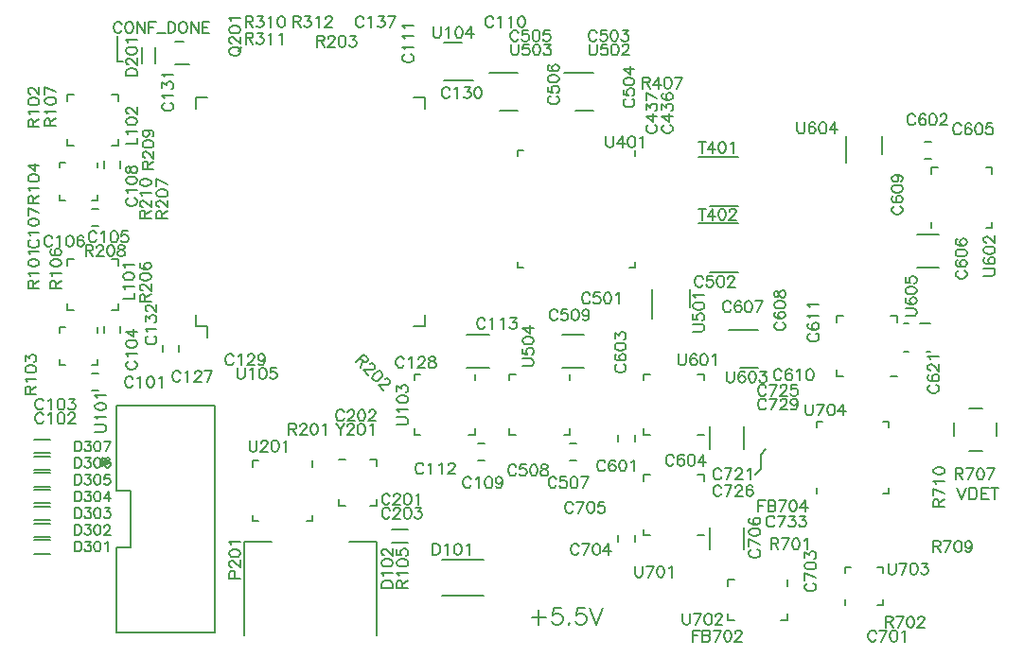
<source format=gto>
%FSLAX46Y46*%
%MOMM*%
%ADD10C,0.150000*%
G01*
G01*
%LPD*%
D10*
X18285714Y17809524D02*
X18285714Y18523810D01*
D10*
X18333334Y17666666D02*
X18285714Y17809524D01*
D10*
X18428572Y17571428D02*
X18333334Y17666666D01*
D10*
X18571428Y17523810D02*
X18428572Y17571428D01*
D10*
X18666666Y17523810D02*
X18571428Y17523810D01*
D10*
X18809524Y17571428D02*
X18666666Y17523810D01*
D10*
X18904762Y17666666D02*
X18809524Y17571428D01*
D10*
X18952380Y17809524D02*
X18904762Y17666666D01*
D10*
X18952380Y18523810D02*
X18952380Y17809524D01*
D10*
X19333334Y18333334D02*
X19333334Y18285714D01*
D10*
X19380952Y18428572D02*
X19333334Y18333334D01*
D10*
X19428572Y18476190D02*
X19380952Y18428572D01*
D10*
X19523810Y18523810D02*
X19428572Y18476190D01*
D10*
X19714286Y18523810D02*
X19523810Y18523810D01*
D10*
X19809524Y18476190D02*
X19714286Y18523810D01*
D10*
X19857144Y18428572D02*
X19809524Y18476190D01*
D10*
X19904762Y18333334D02*
X19857144Y18428572D01*
D10*
X19904762Y18238096D02*
X19904762Y18333334D01*
D10*
X19857144Y18142858D02*
X19904762Y18238096D01*
D10*
X19761904Y18000000D02*
X19857144Y18142858D01*
D10*
X19285714Y17523810D02*
X19761904Y18000000D01*
D10*
X19952380Y17523810D02*
X19285714Y17523810D01*
D10*
X20380952Y18476190D02*
X20523810Y18523810D01*
D10*
X20285714Y18333334D02*
X20380952Y18476190D01*
D10*
X20238096Y18095238D02*
X20285714Y18333334D01*
D10*
X20238096Y17952380D02*
X20238096Y18095238D01*
D10*
X20285714Y17714286D02*
X20238096Y17952380D01*
D10*
X20380952Y17571428D02*
X20285714Y17714286D01*
D10*
X20523810Y17523810D02*
X20380952Y17571428D01*
D10*
X20619048Y17523810D02*
X20523810Y17523810D01*
D10*
X20761904Y17571428D02*
X20619048Y17523810D01*
D10*
X20857142Y17714286D02*
X20761904Y17571428D01*
D10*
X20904762Y17952380D02*
X20857142Y17714286D01*
D10*
X20904762Y18095238D02*
X20904762Y17952380D01*
D10*
X20857142Y18333334D02*
X20904762Y18095238D01*
D10*
X20761904Y18476190D02*
X20857142Y18333334D01*
D10*
X20619048Y18523810D02*
X20761904Y18476190D01*
D10*
X20523810Y18523810D02*
X20619048Y18523810D01*
D10*
X21428572Y18380952D02*
X21333334Y18333334D01*
D10*
X21571428Y18523810D02*
X21428572Y18380952D01*
D10*
X21571428Y17523810D02*
X21571428Y18523810D01*
D10*
X65852380Y24780952D02*
X65900000Y24685714D01*
D10*
X65757144Y24876190D02*
X65852380Y24780952D01*
D10*
X65661904Y24923810D02*
X65757144Y24876190D01*
D10*
X65471428Y24923810D02*
X65661904Y24923810D01*
D10*
X65376192Y24876190D02*
X65471428Y24923810D01*
D10*
X65280952Y24780952D02*
X65376192Y24876190D01*
D10*
X65233332Y24685714D02*
X65280952Y24780952D01*
D10*
X65185716Y24542858D02*
X65233332Y24685714D01*
D10*
X65185716Y24304762D02*
X65185716Y24542858D01*
D10*
X65233332Y24161904D02*
X65185716Y24304762D01*
D10*
X65280952Y24066666D02*
X65233332Y24161904D01*
D10*
X65376192Y23971428D02*
X65280952Y24066666D01*
D10*
X65471428Y23923810D02*
X65376192Y23971428D01*
D10*
X65661904Y23923810D02*
X65471428Y23923810D01*
D10*
X65757144Y23971428D02*
X65661904Y23923810D01*
D10*
X65852380Y24066666D02*
X65757144Y23971428D01*
D10*
X65900000Y24161904D02*
X65852380Y24066666D01*
D10*
X66757144Y24876190D02*
X66804760Y24780952D01*
D10*
X66614284Y24923810D02*
X66757144Y24876190D01*
D10*
X66519048Y24923810D02*
X66614284Y24923810D01*
D10*
X66376192Y24876190D02*
X66519048Y24923810D01*
D10*
X66280952Y24733334D02*
X66376192Y24876190D01*
D10*
X66233332Y24495238D02*
X66280952Y24733334D01*
D10*
X66233332Y24257142D02*
X66233332Y24495238D01*
D10*
X66280952Y24066666D02*
X66233332Y24257142D01*
D10*
X66376192Y23971428D02*
X66280952Y24066666D01*
D10*
X66519048Y23923810D02*
X66376192Y23971428D01*
D10*
X66566668Y23923810D02*
X66519048Y23923810D01*
D10*
X66709524Y23971428D02*
X66566668Y23923810D01*
D10*
X66804760Y24066666D02*
X66709524Y23971428D01*
D10*
X66852380Y24209524D02*
X66804760Y24066666D01*
D10*
X66852380Y24257142D02*
X66852380Y24209524D01*
D10*
X66804760Y24400000D02*
X66852380Y24257142D01*
D10*
X66709524Y24495238D02*
X66804760Y24400000D01*
D10*
X66566668Y24542858D02*
X66709524Y24495238D01*
D10*
X66519048Y24542858D02*
X66566668Y24542858D01*
D10*
X66376192Y24495238D02*
X66519048Y24542858D01*
D10*
X66280952Y24400000D02*
X66376192Y24495238D01*
D10*
X66233332Y24257142D02*
X66280952Y24400000D01*
D10*
X67376192Y24780952D02*
X67280952Y24733334D01*
D10*
X67519048Y24923810D02*
X67376192Y24780952D01*
D10*
X67519048Y23923810D02*
X67519048Y24923810D01*
D10*
X68233336Y24876190D02*
X68376192Y24923810D01*
D10*
X68138096Y24733334D02*
X68233336Y24876190D01*
D10*
X68090480Y24495238D02*
X68138096Y24733334D01*
D10*
X68090480Y24352380D02*
X68090480Y24495238D01*
D10*
X68138096Y24114286D02*
X68090480Y24352380D01*
D10*
X68233336Y23971428D02*
X68138096Y24114286D01*
D10*
X68376192Y23923810D02*
X68233336Y23971428D01*
D10*
X68471432Y23923810D02*
X68376192Y23923810D01*
D10*
X68614288Y23971428D02*
X68471432Y23923810D01*
D10*
X68709520Y24114286D02*
X68614288Y23971428D01*
D10*
X68757144Y24352380D02*
X68709520Y24114286D01*
D10*
X68757144Y24495238D02*
X68757144Y24352380D01*
D10*
X68709520Y24733334D02*
X68757144Y24495238D01*
D10*
X68614288Y24876190D02*
X68709520Y24733334D01*
D10*
X68471432Y24923810D02*
X68614288Y24876190D01*
D10*
X68376192Y24923810D02*
X68471432Y24923810D01*
D10*
X2671428Y8571429D02*
X2671428Y9471429D01*
D10*
X2971428Y9471429D02*
X2671428Y9471429D01*
D10*
X3100000Y9428571D02*
X2971428Y9471429D01*
D10*
X3185714Y9342857D02*
X3100000Y9428571D01*
D10*
X3228571Y9257143D02*
X3185714Y9342857D01*
D10*
X3271428Y9128571D02*
X3228571Y9257143D01*
D10*
X3271428Y8914286D02*
X3271428Y9128571D01*
D10*
X3228571Y8785714D02*
X3271428Y8914286D01*
D10*
X3185714Y8700000D02*
X3228571Y8785714D01*
D10*
X3100000Y8614286D02*
X3185714Y8700000D01*
D10*
X2971428Y8571429D02*
X3100000Y8614286D01*
D10*
X2671428Y8571429D02*
X2971428Y8571429D01*
D10*
X4085714Y9471429D02*
X3614285Y9471429D01*
D10*
X3828571Y9128571D02*
X4085714Y9471429D01*
D10*
X3957143Y9128571D02*
X3828571Y9128571D01*
D10*
X4042857Y9085714D02*
X3957143Y9128571D01*
D10*
X4085714Y9042857D02*
X4042857Y9085714D01*
D10*
X4128571Y8914286D02*
X4085714Y9042857D01*
D10*
X4128571Y8828571D02*
X4128571Y8914286D01*
D10*
X4085714Y8700000D02*
X4128571Y8828571D01*
D10*
X4000000Y8614286D02*
X4085714Y8700000D01*
D10*
X3871428Y8571429D02*
X4000000Y8614286D01*
D10*
X3742857Y8571429D02*
X3871428Y8571429D01*
D10*
X3614285Y8614286D02*
X3742857Y8571429D01*
D10*
X3571428Y8657143D02*
X3614285Y8614286D01*
D10*
X3528571Y8742857D02*
X3571428Y8657143D01*
D10*
X4514286Y9428571D02*
X4642857Y9471429D01*
D10*
X4428571Y9300000D02*
X4514286Y9428571D01*
D10*
X4385714Y9085714D02*
X4428571Y9300000D01*
D10*
X4385714Y8957143D02*
X4385714Y9085714D01*
D10*
X4428571Y8742857D02*
X4385714Y8957143D01*
D10*
X4514286Y8614286D02*
X4428571Y8742857D01*
D10*
X4642857Y8571429D02*
X4514286Y8614286D01*
D10*
X4728571Y8571429D02*
X4642857Y8571429D01*
D10*
X4857143Y8614286D02*
X4728571Y8571429D01*
D10*
X4942857Y8742857D02*
X4857143Y8614286D01*
D10*
X4985714Y8957143D02*
X4942857Y8742857D01*
D10*
X4985714Y9085714D02*
X4985714Y8957143D01*
D10*
X4942857Y9300000D02*
X4985714Y9085714D01*
D10*
X4857143Y9428571D02*
X4942857Y9300000D01*
D10*
X4728571Y9471429D02*
X4857143Y9428571D01*
D10*
X4642857Y9471429D02*
X4728571Y9471429D01*
D10*
X5457143Y9342857D02*
X5371429Y9300000D01*
D10*
X5585714Y9471429D02*
X5457143Y9342857D01*
D10*
X5585714Y8571429D02*
X5585714Y9471429D01*
D10*
X47702380Y9130952D02*
X47750000Y9035714D01*
D10*
X47607144Y9226190D02*
X47702380Y9130952D01*
D10*
X47511904Y9273810D02*
X47607144Y9226190D01*
D10*
X47321428Y9273810D02*
X47511904Y9273810D01*
D10*
X47226192Y9226190D02*
X47321428Y9273810D01*
D10*
X47130952Y9130952D02*
X47226192Y9226190D01*
D10*
X47083332Y9035714D02*
X47130952Y9130952D01*
D10*
X47035716Y8892857D02*
X47083332Y9035714D01*
D10*
X47035716Y8654762D02*
X47035716Y8892857D01*
D10*
X47083332Y8511905D02*
X47035716Y8654762D01*
D10*
X47130952Y8416667D02*
X47083332Y8511905D01*
D10*
X47226192Y8321428D02*
X47130952Y8416667D01*
D10*
X47321428Y8273809D02*
X47226192Y8321428D01*
D10*
X47511904Y8273809D02*
X47321428Y8273809D01*
D10*
X47607144Y8321428D02*
X47511904Y8273809D01*
D10*
X47702380Y8416667D02*
X47607144Y8321428D01*
D10*
X47750000Y8511905D02*
X47702380Y8416667D01*
D10*
X48226192Y8273809D02*
X48702380Y9273810D01*
D10*
X48702380Y9273810D02*
X48035716Y9273810D01*
D10*
X49130952Y9226190D02*
X49273808Y9273810D01*
D10*
X49035716Y9083333D02*
X49130952Y9226190D01*
D10*
X48988096Y8845238D02*
X49035716Y9083333D01*
D10*
X48988096Y8702381D02*
X48988096Y8845238D01*
D10*
X49035716Y8464286D02*
X48988096Y8702381D01*
D10*
X49130952Y8321428D02*
X49035716Y8464286D01*
D10*
X49273808Y8273809D02*
X49130952Y8321428D01*
D10*
X49369048Y8273809D02*
X49273808Y8273809D01*
D10*
X49511904Y8321428D02*
X49369048Y8273809D01*
D10*
X49607144Y8464286D02*
X49511904Y8321428D01*
D10*
X49654760Y8702381D02*
X49607144Y8464286D01*
D10*
X49654760Y8845238D02*
X49654760Y8702381D01*
D10*
X49607144Y9083333D02*
X49654760Y8845238D01*
D10*
X49511904Y9226190D02*
X49607144Y9083333D01*
D10*
X49369048Y9273810D02*
X49511904Y9226190D01*
D10*
X49273808Y9273810D02*
X49369048Y9273810D01*
D10*
X49940476Y8607143D02*
X50416668Y9273810D01*
D10*
X50654760Y8607143D02*
X49940476Y8607143D01*
D10*
X50416668Y8273809D02*
X50416668Y9273810D01*
D10*
X38059524Y15130952D02*
X38107144Y15035714D01*
D10*
X37964284Y15226190D02*
X38059524Y15130952D01*
D10*
X37869048Y15273810D02*
X37964284Y15226190D01*
D10*
X37678572Y15273810D02*
X37869048Y15273810D01*
D10*
X37583332Y15226190D02*
X37678572Y15273810D01*
D10*
X37488096Y15130952D02*
X37583332Y15226190D01*
D10*
X37440476Y15035714D02*
X37488096Y15130952D01*
D10*
X37392856Y14892857D02*
X37440476Y15035714D01*
D10*
X37392856Y14654762D02*
X37392856Y14892857D01*
D10*
X37440476Y14511905D02*
X37392856Y14654762D01*
D10*
X37488096Y14416667D02*
X37440476Y14511905D01*
D10*
X37583332Y14321429D02*
X37488096Y14416667D01*
D10*
X37678572Y14273810D02*
X37583332Y14321429D01*
D10*
X37869048Y14273810D02*
X37678572Y14273810D01*
D10*
X37964284Y14321429D02*
X37869048Y14273810D01*
D10*
X38059524Y14416667D02*
X37964284Y14321429D01*
D10*
X38107144Y14511905D02*
X38059524Y14416667D01*
D10*
X38630952Y15130952D02*
X38535716Y15083333D01*
D10*
X38773808Y15273810D02*
X38630952Y15130952D01*
D10*
X38773808Y14273810D02*
X38773808Y15273810D01*
D10*
X39488096Y15226190D02*
X39630952Y15273810D01*
D10*
X39392856Y15083333D02*
X39488096Y15226190D01*
D10*
X39345240Y14845238D02*
X39392856Y15083333D01*
D10*
X39345240Y14702381D02*
X39345240Y14845238D01*
D10*
X39392856Y14464286D02*
X39345240Y14702381D01*
D10*
X39488096Y14321429D02*
X39392856Y14464286D01*
D10*
X39630952Y14273810D02*
X39488096Y14321429D01*
D10*
X39726192Y14273810D02*
X39630952Y14273810D01*
D10*
X39869048Y14321429D02*
X39726192Y14273810D01*
D10*
X39964284Y14464286D02*
X39869048Y14321429D01*
D10*
X40011904Y14702381D02*
X39964284Y14464286D01*
D10*
X40011904Y14845238D02*
X40011904Y14702381D01*
D10*
X39964284Y15083333D02*
X40011904Y14845238D01*
D10*
X39869048Y15226190D02*
X39964284Y15083333D01*
D10*
X39726192Y15273810D02*
X39869048Y15226190D01*
D10*
X39630952Y15273810D02*
X39726192Y15273810D01*
D10*
X40869048Y14797619D02*
X40916668Y14940476D01*
D10*
X40773808Y14702381D02*
X40869048Y14797619D01*
D10*
X40630952Y14654762D02*
X40773808Y14702381D01*
D10*
X40583332Y14654762D02*
X40630952Y14654762D01*
D10*
X40440476Y14702381D02*
X40583332Y14654762D01*
D10*
X40345240Y14797619D02*
X40440476Y14702381D01*
D10*
X40297620Y14940476D02*
X40345240Y14797619D01*
D10*
X40297620Y14988095D02*
X40297620Y14940476D01*
D10*
X40345240Y15130952D02*
X40297620Y14988095D01*
D10*
X40440476Y15226190D02*
X40345240Y15130952D01*
D10*
X40583332Y15273810D02*
X40440476Y15226190D01*
D10*
X40630952Y15273810D02*
X40583332Y15273810D01*
D10*
X40773808Y15226190D02*
X40630952Y15273810D01*
D10*
X40869048Y15130952D02*
X40773808Y15226190D01*
D10*
X40916668Y14940476D02*
X40869048Y15130952D01*
D10*
X40916668Y14702381D02*
X40916668Y14940476D01*
D10*
X40869048Y14464286D02*
X40916668Y14702381D01*
D10*
X40773808Y14321429D02*
X40869048Y14464286D01*
D10*
X40630952Y14273810D02*
X40773808Y14321429D01*
D10*
X40535716Y14273810D02*
X40630952Y14273810D01*
D10*
X40392856Y14321429D02*
X40535716Y14273810D01*
D10*
X40345240Y14416667D02*
X40392856Y14321429D01*
D10*
X52790476Y6559524D02*
X52790476Y7273809D01*
D10*
X52838096Y6416666D02*
X52790476Y6559524D01*
D10*
X52933332Y6321428D02*
X52838096Y6416666D01*
D10*
X53076192Y6273809D02*
X52933332Y6321428D01*
D10*
X53171428Y6273809D02*
X53076192Y6273809D01*
D10*
X53314284Y6321428D02*
X53171428Y6273809D01*
D10*
X53409524Y6416666D02*
X53314284Y6321428D01*
D10*
X53457144Y6559524D02*
X53409524Y6416666D01*
D10*
X53457144Y7273809D02*
X53457144Y6559524D01*
D10*
X53980952Y6273809D02*
X54457144Y7273809D01*
D10*
X54457144Y7273809D02*
X53790476Y7273809D01*
D10*
X54885716Y7226190D02*
X55028572Y7273809D01*
D10*
X54790476Y7083333D02*
X54885716Y7226190D01*
D10*
X54742856Y6845238D02*
X54790476Y7083333D01*
D10*
X54742856Y6702381D02*
X54742856Y6845238D01*
D10*
X54790476Y6464285D02*
X54742856Y6702381D01*
D10*
X54885716Y6321428D02*
X54790476Y6464285D01*
D10*
X55028572Y6273809D02*
X54885716Y6321428D01*
D10*
X55123808Y6273809D02*
X55028572Y6273809D01*
D10*
X55266668Y6321428D02*
X55123808Y6273809D01*
D10*
X55361904Y6464285D02*
X55266668Y6321428D01*
D10*
X55409524Y6702381D02*
X55361904Y6464285D01*
D10*
X55409524Y6845238D02*
X55409524Y6702381D01*
D10*
X55361904Y7083333D02*
X55409524Y6845238D01*
D10*
X55266668Y7226190D02*
X55361904Y7083333D01*
D10*
X55123808Y7273809D02*
X55266668Y7226190D01*
D10*
X55028572Y7273809D02*
X55123808Y7273809D01*
D10*
X55933332Y7130952D02*
X55838096Y7083333D01*
D10*
X56076192Y7273809D02*
X55933332Y7130952D01*
D10*
X56076192Y6273809D02*
X56076192Y7273809D01*
D10*
X5190476Y19285714D02*
X4476190Y19285714D01*
D10*
X5333333Y19333334D02*
X5190476Y19285714D01*
D10*
X5428571Y19428572D02*
X5333333Y19333334D01*
D10*
X5476190Y19571428D02*
X5428571Y19428572D01*
D10*
X5476190Y19666666D02*
X5476190Y19571428D01*
D10*
X5428571Y19809524D02*
X5476190Y19666666D01*
D10*
X5333333Y19904762D02*
X5428571Y19809524D01*
D10*
X5190476Y19952380D02*
X5333333Y19904762D01*
D10*
X4476190Y19952380D02*
X5190476Y19952380D01*
D10*
X4619047Y20523810D02*
X4666666Y20428572D01*
D10*
X4476190Y20666666D02*
X4619047Y20523810D01*
D10*
X5476190Y20666666D02*
X4476190Y20666666D01*
D10*
X4523809Y21380952D02*
X4476190Y21523810D01*
D10*
X4666666Y21285714D02*
X4523809Y21380952D01*
D10*
X4904762Y21238096D02*
X4666666Y21285714D01*
D10*
X5047619Y21238096D02*
X4904762Y21238096D01*
D10*
X5285714Y21285714D02*
X5047619Y21238096D01*
D10*
X5428571Y21380952D02*
X5285714Y21285714D01*
D10*
X5476190Y21523810D02*
X5428571Y21380952D01*
D10*
X5476190Y21619048D02*
X5476190Y21523810D01*
D10*
X5428571Y21761904D02*
X5476190Y21619048D01*
D10*
X5285714Y21857142D02*
X5428571Y21761904D01*
D10*
X5047619Y21904762D02*
X5285714Y21857142D01*
D10*
X4904762Y21904762D02*
X5047619Y21904762D01*
D10*
X4666666Y21857142D02*
X4904762Y21904762D01*
D10*
X4523809Y21761904D02*
X4666666Y21857142D01*
D10*
X4476190Y21619048D02*
X4523809Y21761904D01*
D10*
X4476190Y21523810D02*
X4476190Y21619048D01*
D10*
X4619047Y22428572D02*
X4666666Y22333334D01*
D10*
X4476190Y22571428D02*
X4619047Y22428572D01*
D10*
X5476190Y22571428D02*
X4476190Y22571428D01*
D10*
X2671428Y14571429D02*
X2671428Y15471429D01*
D10*
X2971428Y15471429D02*
X2671428Y15471429D01*
D10*
X3100000Y15428571D02*
X2971428Y15471429D01*
D10*
X3185714Y15342857D02*
X3100000Y15428571D01*
D10*
X3228571Y15257143D02*
X3185714Y15342857D01*
D10*
X3271428Y15128571D02*
X3228571Y15257143D01*
D10*
X3271428Y14914286D02*
X3271428Y15128571D01*
D10*
X3228571Y14785714D02*
X3271428Y14914286D01*
D10*
X3185714Y14700000D02*
X3228571Y14785714D01*
D10*
X3100000Y14614286D02*
X3185714Y14700000D01*
D10*
X2971428Y14571429D02*
X3100000Y14614286D01*
D10*
X2671428Y14571429D02*
X2971428Y14571429D01*
D10*
X4085714Y15471429D02*
X3614285Y15471429D01*
D10*
X3828571Y15128571D02*
X4085714Y15471429D01*
D10*
X3957143Y15128571D02*
X3828571Y15128571D01*
D10*
X4042857Y15085714D02*
X3957143Y15128571D01*
D10*
X4085714Y15042857D02*
X4042857Y15085714D01*
D10*
X4128571Y14914286D02*
X4085714Y15042857D01*
D10*
X4128571Y14828571D02*
X4128571Y14914286D01*
D10*
X4085714Y14700000D02*
X4128571Y14828571D01*
D10*
X4000000Y14614286D02*
X4085714Y14700000D01*
D10*
X3871428Y14571429D02*
X4000000Y14614286D01*
D10*
X3742857Y14571429D02*
X3871428Y14571429D01*
D10*
X3614285Y14614286D02*
X3742857Y14571429D01*
D10*
X3571428Y14657143D02*
X3614285Y14614286D01*
D10*
X3528571Y14742857D02*
X3571428Y14657143D01*
D10*
X4514286Y15428571D02*
X4642857Y15471429D01*
D10*
X4428571Y15300000D02*
X4514286Y15428571D01*
D10*
X4385714Y15085714D02*
X4428571Y15300000D01*
D10*
X4385714Y14957143D02*
X4385714Y15085714D01*
D10*
X4428571Y14742857D02*
X4385714Y14957143D01*
D10*
X4514286Y14614286D02*
X4428571Y14742857D01*
D10*
X4642857Y14571429D02*
X4514286Y14614286D01*
D10*
X4728571Y14571429D02*
X4642857Y14571429D01*
D10*
X4857143Y14614286D02*
X4728571Y14571429D01*
D10*
X4942857Y14742857D02*
X4857143Y14614286D01*
D10*
X4985714Y14957143D02*
X4942857Y14742857D01*
D10*
X4985714Y15085714D02*
X4985714Y14957143D01*
D10*
X4942857Y15300000D02*
X4985714Y15085714D01*
D10*
X4857143Y15428571D02*
X4942857Y15300000D01*
D10*
X4728571Y15471429D02*
X4857143Y15428571D01*
D10*
X4642857Y15471429D02*
X4728571Y15471429D01*
D10*
X5328571Y15471429D02*
X5757143Y15471429D01*
D10*
X5285714Y15085714D02*
X5328571Y15471429D01*
D10*
X5328571Y15128571D02*
X5285714Y15085714D01*
D10*
X5457143Y15171429D02*
X5328571Y15128571D01*
D10*
X5585714Y15171429D02*
X5457143Y15171429D01*
D10*
X5714286Y15128571D02*
X5585714Y15171429D01*
D10*
X5800000Y15042857D02*
X5714286Y15128571D01*
D10*
X5842857Y14914286D02*
X5800000Y15042857D01*
D10*
X5842857Y14828571D02*
X5842857Y14914286D01*
D10*
X5800000Y14700000D02*
X5842857Y14828571D01*
D10*
X5714286Y14614286D02*
X5800000Y14700000D01*
D10*
X5585714Y14571429D02*
X5714286Y14614286D01*
D10*
X5457143Y14571429D02*
X5585714Y14571429D01*
D10*
X5328571Y14614286D02*
X5457143Y14571429D01*
D10*
X5285714Y14657143D02*
X5328571Y14614286D01*
D10*
X5242857Y14742857D02*
X5285714Y14657143D01*
D10*
X68119048Y5684524D02*
X68214288Y5732143D01*
D10*
X68023808Y5589285D02*
X68119048Y5684524D01*
D10*
X67976192Y5494047D02*
X68023808Y5589285D01*
D10*
X67976192Y5303571D02*
X67976192Y5494047D01*
D10*
X68023808Y5208333D02*
X67976192Y5303571D01*
D10*
X68119048Y5113095D02*
X68023808Y5208333D01*
D10*
X68214288Y5065476D02*
X68119048Y5113095D01*
D10*
X68357144Y5017857D02*
X68214288Y5065476D01*
D10*
X68595240Y5017857D02*
X68357144Y5017857D01*
D10*
X68738096Y5065476D02*
X68595240Y5017857D01*
D10*
X68833336Y5113095D02*
X68738096Y5065476D01*
D10*
X68928568Y5208333D02*
X68833336Y5113095D01*
D10*
X68976192Y5303571D02*
X68928568Y5208333D01*
D10*
X68976192Y5494047D02*
X68976192Y5303571D01*
D10*
X68928568Y5589285D02*
X68976192Y5494047D01*
D10*
X68833336Y5684524D02*
X68928568Y5589285D01*
D10*
X68738096Y5732143D02*
X68833336Y5684524D01*
D10*
X68976192Y6208333D02*
X67976192Y6684524D01*
D10*
X67976192Y6684524D02*
X67976192Y6017857D01*
D10*
X68023808Y7113095D02*
X67976192Y7255952D01*
D10*
X68166664Y7017857D02*
X68023808Y7113095D01*
D10*
X68404760Y6970238D02*
X68166664Y7017857D01*
D10*
X68547616Y6970238D02*
X68404760Y6970238D01*
D10*
X68785712Y7017857D02*
X68547616Y6970238D01*
D10*
X68928568Y7113095D02*
X68785712Y7017857D01*
D10*
X68976192Y7255952D02*
X68928568Y7113095D01*
D10*
X68976192Y7351190D02*
X68976192Y7255952D01*
D10*
X68928568Y7494047D02*
X68976192Y7351190D01*
D10*
X68785712Y7589286D02*
X68928568Y7494047D01*
D10*
X68547616Y7636905D02*
X68785712Y7589286D01*
D10*
X68404760Y7636905D02*
X68547616Y7636905D01*
D10*
X68166664Y7589286D02*
X68404760Y7636905D01*
D10*
X68023808Y7494047D02*
X68166664Y7589286D01*
D10*
X67976192Y7351190D02*
X68023808Y7494047D01*
D10*
X67976192Y7255952D02*
X67976192Y7351190D01*
D10*
X67976192Y8541666D02*
X67976192Y8017857D01*
D10*
X68357144Y8255952D02*
X67976192Y8541666D01*
D10*
X68357144Y8398810D02*
X68357144Y8255952D01*
D10*
X68404760Y8494048D02*
X68357144Y8398810D01*
D10*
X68452384Y8541666D02*
X68404760Y8494048D01*
D10*
X68595240Y8589286D02*
X68452384Y8541666D01*
D10*
X68690480Y8589286D02*
X68595240Y8589286D01*
D10*
X68833336Y8541666D02*
X68690480Y8589286D01*
D10*
X68928568Y8446428D02*
X68833336Y8541666D01*
D10*
X68976192Y8303571D02*
X68928568Y8446428D01*
D10*
X68976192Y8160714D02*
X68976192Y8303571D01*
D10*
X68928568Y8017857D02*
X68976192Y8160714D01*
D10*
X68880952Y7970238D02*
X68928568Y8017857D01*
D10*
X68785712Y7922619D02*
X68880952Y7970238D01*
D10*
X10619048Y48702380D02*
X10714286Y48750000D01*
D10*
X10523810Y48607144D02*
X10619048Y48702380D01*
D10*
X10476190Y48511904D02*
X10523810Y48607144D01*
D10*
X10476190Y48321428D02*
X10476190Y48511904D01*
D10*
X10523810Y48226192D02*
X10476190Y48321428D01*
D10*
X10619048Y48130952D02*
X10523810Y48226192D01*
D10*
X10714286Y48083332D02*
X10619048Y48130952D01*
D10*
X10857143Y48035716D02*
X10714286Y48083332D01*
D10*
X11095238Y48035716D02*
X10857143Y48035716D01*
D10*
X11238095Y48083332D02*
X11095238Y48035716D01*
D10*
X11333333Y48130952D02*
X11238095Y48083332D01*
D10*
X11428571Y48226192D02*
X11333333Y48130952D01*
D10*
X11476190Y48321428D02*
X11428571Y48226192D01*
D10*
X11476190Y48511904D02*
X11476190Y48321428D01*
D10*
X11428571Y48607144D02*
X11476190Y48511904D01*
D10*
X11333333Y48702380D02*
X11428571Y48607144D01*
D10*
X11238095Y48750000D02*
X11333333Y48702380D01*
D10*
X10619048Y49273808D02*
X10666667Y49178572D01*
D10*
X10476190Y49416668D02*
X10619048Y49273808D01*
D10*
X11476190Y49416668D02*
X10476190Y49416668D01*
D10*
X10476190Y50607144D02*
X10476190Y50083332D01*
D10*
X10857143Y50321428D02*
X10476190Y50607144D01*
D10*
X10857143Y50464284D02*
X10857143Y50321428D01*
D10*
X10904762Y50559524D02*
X10857143Y50464284D01*
D10*
X10952381Y50607144D02*
X10904762Y50559524D01*
D10*
X11095238Y50654760D02*
X10952381Y50607144D01*
D10*
X11190476Y50654760D02*
X11095238Y50654760D01*
D10*
X11333333Y50607144D02*
X11190476Y50654760D01*
D10*
X11428571Y50511904D02*
X11333333Y50607144D01*
D10*
X11476190Y50369048D02*
X11428571Y50511904D01*
D10*
X11476190Y50226192D02*
X11476190Y50369048D01*
D10*
X11428571Y50083332D02*
X11476190Y50226192D01*
D10*
X11380952Y50035716D02*
X11428571Y50083332D01*
D10*
X11285714Y49988096D02*
X11380952Y50035716D01*
D10*
X10619048Y51178572D02*
X10666667Y51083332D01*
D10*
X10476190Y51321428D02*
X10619048Y51178572D01*
D10*
X11476190Y51321428D02*
X10476190Y51321428D01*
D10*
X16809524Y26130952D02*
X16857142Y26035714D01*
D10*
X16714286Y26226190D02*
X16809524Y26130952D01*
D10*
X16619048Y26273810D02*
X16714286Y26226190D01*
D10*
X16428571Y26273810D02*
X16619048Y26273810D01*
D10*
X16333333Y26226190D02*
X16428571Y26273810D01*
D10*
X16238095Y26130952D02*
X16333333Y26226190D01*
D10*
X16190476Y26035714D02*
X16238095Y26130952D01*
D10*
X16142857Y25892858D02*
X16190476Y26035714D01*
D10*
X16142857Y25654762D02*
X16142857Y25892858D01*
D10*
X16190476Y25511904D02*
X16142857Y25654762D01*
D10*
X16238095Y25416666D02*
X16190476Y25511904D01*
D10*
X16333333Y25321428D02*
X16238095Y25416666D01*
D10*
X16428571Y25273810D02*
X16333333Y25321428D01*
D10*
X16619048Y25273810D02*
X16428571Y25273810D01*
D10*
X16714286Y25321428D02*
X16619048Y25273810D01*
D10*
X16809524Y25416666D02*
X16714286Y25321428D01*
D10*
X16857142Y25511904D02*
X16809524Y25416666D01*
D10*
X17380952Y26130952D02*
X17285714Y26083334D01*
D10*
X17523810Y26273810D02*
X17380952Y26130952D01*
D10*
X17523810Y25273810D02*
X17523810Y26273810D01*
D10*
X18142856Y26083334D02*
X18142856Y26035714D01*
D10*
X18190476Y26178572D02*
X18142856Y26083334D01*
D10*
X18238096Y26226190D02*
X18190476Y26178572D01*
D10*
X18333334Y26273810D02*
X18238096Y26226190D01*
D10*
X18523810Y26273810D02*
X18333334Y26273810D01*
D10*
X18619048Y26226190D02*
X18523810Y26273810D01*
D10*
X18666666Y26178572D02*
X18619048Y26226190D01*
D10*
X18714286Y26083334D02*
X18666666Y26178572D01*
D10*
X18714286Y25988096D02*
X18714286Y26083334D01*
D10*
X18666666Y25892858D02*
X18714286Y25988096D01*
D10*
X18571428Y25750000D02*
X18666666Y25892858D01*
D10*
X18095238Y25273810D02*
X18571428Y25750000D01*
D10*
X18761904Y25273810D02*
X18095238Y25273810D01*
D10*
X19619048Y25797620D02*
X19666666Y25940476D01*
D10*
X19523810Y25702380D02*
X19619048Y25797620D01*
D10*
X19380952Y25654762D02*
X19523810Y25702380D01*
D10*
X19333334Y25654762D02*
X19380952Y25654762D01*
D10*
X19190476Y25702380D02*
X19333334Y25654762D01*
D10*
X19095238Y25797620D02*
X19190476Y25702380D01*
D10*
X19047620Y25940476D02*
X19095238Y25797620D01*
D10*
X19047620Y25988096D02*
X19047620Y25940476D01*
D10*
X19095238Y26130952D02*
X19047620Y25988096D01*
D10*
X19190476Y26226190D02*
X19095238Y26130952D01*
D10*
X19333334Y26273810D02*
X19190476Y26226190D01*
D10*
X19380952Y26273810D02*
X19333334Y26273810D01*
D10*
X19523810Y26226190D02*
X19380952Y26273810D01*
D10*
X19619048Y26130952D02*
X19523810Y26226190D01*
D10*
X19666666Y25940476D02*
X19619048Y26130952D01*
D10*
X19666666Y25702380D02*
X19666666Y25940476D01*
D10*
X19619048Y25464286D02*
X19666666Y25702380D01*
D10*
X19523810Y25321428D02*
X19619048Y25464286D01*
D10*
X19380952Y25273810D02*
X19523810Y25321428D01*
D10*
X19285714Y25273810D02*
X19380952Y25273810D01*
D10*
X19142856Y25321428D02*
X19285714Y25273810D01*
D10*
X19095238Y25416666D02*
X19142856Y25321428D01*
D10*
X2671428Y17571428D02*
X2671428Y18471428D01*
D10*
X2971428Y18471428D02*
X2671428Y18471428D01*
D10*
X3100000Y18428572D02*
X2971428Y18471428D01*
D10*
X3185714Y18342858D02*
X3100000Y18428572D01*
D10*
X3228571Y18257142D02*
X3185714Y18342858D01*
D10*
X3271428Y18128572D02*
X3228571Y18257142D01*
D10*
X3271428Y17914286D02*
X3271428Y18128572D01*
D10*
X3228571Y17785714D02*
X3271428Y17914286D01*
D10*
X3185714Y17700000D02*
X3228571Y17785714D01*
D10*
X3100000Y17614286D02*
X3185714Y17700000D01*
D10*
X2971428Y17571428D02*
X3100000Y17614286D01*
D10*
X2671428Y17571428D02*
X2971428Y17571428D01*
D10*
X4085714Y18471428D02*
X3614285Y18471428D01*
D10*
X3828571Y18128572D02*
X4085714Y18471428D01*
D10*
X3957143Y18128572D02*
X3828571Y18128572D01*
D10*
X4042857Y18085714D02*
X3957143Y18128572D01*
D10*
X4085714Y18042858D02*
X4042857Y18085714D01*
D10*
X4128571Y17914286D02*
X4085714Y18042858D01*
D10*
X4128571Y17828572D02*
X4128571Y17914286D01*
D10*
X4085714Y17700000D02*
X4128571Y17828572D01*
D10*
X4000000Y17614286D02*
X4085714Y17700000D01*
D10*
X3871428Y17571428D02*
X4000000Y17614286D01*
D10*
X3742857Y17571428D02*
X3871428Y17571428D01*
D10*
X3614285Y17614286D02*
X3742857Y17571428D01*
D10*
X3571428Y17657142D02*
X3614285Y17614286D01*
D10*
X3528571Y17742858D02*
X3571428Y17657142D01*
D10*
X4514286Y18428572D02*
X4642857Y18471428D01*
D10*
X4428571Y18300000D02*
X4514286Y18428572D01*
D10*
X4385714Y18085714D02*
X4428571Y18300000D01*
D10*
X4385714Y17957142D02*
X4385714Y18085714D01*
D10*
X4428571Y17742858D02*
X4385714Y17957142D01*
D10*
X4514286Y17614286D02*
X4428571Y17742858D01*
D10*
X4642857Y17571428D02*
X4514286Y17614286D01*
D10*
X4728571Y17571428D02*
X4642857Y17571428D01*
D10*
X4857143Y17614286D02*
X4728571Y17571428D01*
D10*
X4942857Y17742858D02*
X4857143Y17614286D01*
D10*
X4985714Y17957142D02*
X4942857Y17742858D01*
D10*
X4985714Y18085714D02*
X4985714Y17957142D01*
D10*
X4942857Y18300000D02*
X4985714Y18085714D01*
D10*
X4857143Y18428572D02*
X4942857Y18300000D01*
D10*
X4728571Y18471428D02*
X4857143Y18428572D01*
D10*
X4642857Y18471428D02*
X4728571Y18471428D01*
D10*
X5414286Y17571428D02*
X5842857Y18471428D01*
D10*
X5842857Y18471428D02*
X5242857Y18471428D01*
D10*
X58809524Y33130952D02*
X58857144Y33035714D01*
D10*
X58714284Y33226190D02*
X58809524Y33130952D01*
D10*
X58619048Y33273810D02*
X58714284Y33226190D01*
D10*
X58428572Y33273810D02*
X58619048Y33273810D01*
D10*
X58333332Y33226190D02*
X58428572Y33273810D01*
D10*
X58238096Y33130952D02*
X58333332Y33226190D01*
D10*
X58190476Y33035714D02*
X58238096Y33130952D01*
D10*
X58142856Y32892858D02*
X58190476Y33035714D01*
D10*
X58142856Y32654762D02*
X58142856Y32892858D01*
D10*
X58190476Y32511904D02*
X58142856Y32654762D01*
D10*
X58238096Y32416666D02*
X58190476Y32511904D01*
D10*
X58333332Y32321428D02*
X58238096Y32416666D01*
D10*
X58428572Y32273810D02*
X58333332Y32321428D01*
D10*
X58619048Y32273810D02*
X58428572Y32273810D01*
D10*
X58714284Y32321428D02*
X58619048Y32273810D01*
D10*
X58809524Y32416666D02*
X58714284Y32321428D01*
D10*
X58857144Y32511904D02*
X58809524Y32416666D01*
D10*
X59238096Y33273810D02*
X59714284Y33273810D01*
D10*
X59190476Y32845238D02*
X59238096Y33273810D01*
D10*
X59238096Y32892858D02*
X59190476Y32845238D01*
D10*
X59380952Y32940476D02*
X59238096Y32892858D01*
D10*
X59523808Y32940476D02*
X59380952Y32940476D01*
D10*
X59666668Y32892858D02*
X59523808Y32940476D01*
D10*
X59761904Y32797620D02*
X59666668Y32892858D01*
D10*
X59809524Y32654762D02*
X59761904Y32797620D01*
D10*
X59809524Y32559524D02*
X59809524Y32654762D01*
D10*
X59761904Y32416666D02*
X59809524Y32559524D01*
D10*
X59666668Y32321428D02*
X59761904Y32416666D01*
D10*
X59523808Y32273810D02*
X59666668Y32321428D01*
D10*
X59380952Y32273810D02*
X59523808Y32273810D01*
D10*
X59238096Y32321428D02*
X59380952Y32273810D01*
D10*
X59190476Y32369048D02*
X59238096Y32321428D01*
D10*
X59142856Y32464286D02*
X59190476Y32369048D01*
D10*
X60238096Y33226190D02*
X60380952Y33273810D01*
D10*
X60142856Y33083334D02*
X60238096Y33226190D01*
D10*
X60095240Y32845238D02*
X60142856Y33083334D01*
D10*
X60095240Y32702380D02*
X60095240Y32845238D01*
D10*
X60142856Y32464286D02*
X60095240Y32702380D01*
D10*
X60238096Y32321428D02*
X60142856Y32464286D01*
D10*
X60380952Y32273810D02*
X60238096Y32321428D01*
D10*
X60476192Y32273810D02*
X60380952Y32273810D01*
D10*
X60619048Y32321428D02*
X60476192Y32273810D01*
D10*
X60714284Y32464286D02*
X60619048Y32321428D01*
D10*
X60761904Y32702380D02*
X60714284Y32464286D01*
D10*
X60761904Y32845238D02*
X60761904Y32702380D01*
D10*
X60714284Y33083334D02*
X60761904Y32845238D01*
D10*
X60619048Y33226190D02*
X60714284Y33083334D01*
D10*
X60476192Y33273810D02*
X60619048Y33226190D01*
D10*
X60380952Y33273810D02*
X60476192Y33273810D01*
D10*
X61095240Y33083334D02*
X61095240Y33035714D01*
D10*
X61142856Y33178572D02*
X61095240Y33083334D01*
D10*
X61190476Y33226190D02*
X61142856Y33178572D01*
D10*
X61285716Y33273810D02*
X61190476Y33226190D01*
D10*
X61476192Y33273810D02*
X61285716Y33273810D01*
D10*
X61571428Y33226190D02*
X61476192Y33273810D01*
D10*
X61619048Y33178572D02*
X61571428Y33226190D01*
D10*
X61666668Y33083334D02*
X61619048Y33178572D01*
D10*
X61666668Y32988096D02*
X61666668Y33083334D01*
D10*
X61619048Y32892858D02*
X61666668Y32988096D01*
D10*
X61523808Y32750000D02*
X61619048Y32892858D01*
D10*
X61047620Y32273810D02*
X61523808Y32750000D01*
D10*
X61714284Y32273810D02*
X61047620Y32273810D01*
D10*
X16523810Y53178572D02*
X16476190Y53273808D01*
D10*
X16619048Y53083332D02*
X16523810Y53178572D01*
D10*
X16714286Y53035716D02*
X16619048Y53083332D01*
D10*
X16857142Y52988096D02*
X16714286Y53035716D01*
D10*
X17095238Y52988096D02*
X16857142Y52988096D01*
D10*
X17238096Y53035716D02*
X17095238Y52988096D01*
D10*
X17333334Y53083332D02*
X17238096Y53035716D01*
D10*
X17428572Y53178572D02*
X17333334Y53083332D01*
D10*
X17476190Y53273808D02*
X17428572Y53178572D01*
D10*
X17476190Y53464284D02*
X17476190Y53273808D01*
D10*
X17428572Y53559524D02*
X17476190Y53464284D01*
D10*
X17333334Y53654760D02*
X17428572Y53559524D01*
D10*
X17238096Y53702380D02*
X17333334Y53654760D01*
D10*
X17095238Y53750000D02*
X17238096Y53702380D01*
D10*
X16857142Y53750000D02*
X17095238Y53750000D01*
D10*
X16714286Y53702380D02*
X16857142Y53750000D01*
D10*
X16619048Y53654760D02*
X16714286Y53702380D01*
D10*
X16523810Y53559524D02*
X16619048Y53654760D01*
D10*
X16476190Y53464284D02*
X16523810Y53559524D01*
D10*
X16476190Y53273808D02*
X16476190Y53464284D01*
D10*
X17571428Y53702380D02*
X17285714Y53416668D01*
D10*
X16666667Y54083332D02*
X16714286Y54083332D01*
D10*
X16571429Y54130952D02*
X16666667Y54083332D01*
D10*
X16523810Y54178572D02*
X16571429Y54130952D01*
D10*
X16476190Y54273808D02*
X16523810Y54178572D01*
D10*
X16476190Y54464284D02*
X16476190Y54273808D01*
D10*
X16523810Y54559524D02*
X16476190Y54464284D01*
D10*
X16571429Y54607144D02*
X16523810Y54559524D01*
D10*
X16666667Y54654760D02*
X16571429Y54607144D01*
D10*
X16761905Y54654760D02*
X16666667Y54654760D01*
D10*
X16857142Y54607144D02*
X16761905Y54654760D01*
D10*
X17000000Y54511904D02*
X16857142Y54607144D01*
D10*
X17476190Y54035716D02*
X17000000Y54511904D01*
D10*
X17476190Y54702380D02*
X17476190Y54035716D01*
D10*
X16523810Y55130952D02*
X16476190Y55273808D01*
D10*
X16666667Y55035716D02*
X16523810Y55130952D01*
D10*
X16904762Y54988096D02*
X16666667Y55035716D01*
D10*
X17047620Y54988096D02*
X16904762Y54988096D01*
D10*
X17285714Y55035716D02*
X17047620Y54988096D01*
D10*
X17428572Y55130952D02*
X17285714Y55035716D01*
D10*
X17476190Y55273808D02*
X17428572Y55130952D01*
D10*
X17476190Y55369048D02*
X17476190Y55273808D01*
D10*
X17428572Y55511904D02*
X17476190Y55369048D01*
D10*
X17285714Y55607144D02*
X17428572Y55511904D01*
D10*
X17047620Y55654760D02*
X17285714Y55607144D01*
D10*
X16904762Y55654760D02*
X17047620Y55654760D01*
D10*
X16666667Y55607144D02*
X16904762Y55654760D01*
D10*
X16523810Y55511904D02*
X16666667Y55607144D01*
D10*
X16476190Y55369048D02*
X16523810Y55511904D01*
D10*
X16476190Y55273808D02*
X16476190Y55369048D01*
D10*
X16619048Y56178572D02*
X16666667Y56083332D01*
D10*
X16476190Y56321428D02*
X16619048Y56178572D01*
D10*
X17476190Y56321428D02*
X16476190Y56321428D01*
D10*
X57035716Y2309523D02*
X57035716Y3023809D01*
D10*
X57083332Y2166666D02*
X57035716Y2309523D01*
D10*
X57178572Y2071428D02*
X57083332Y2166666D01*
D10*
X57321428Y2023809D02*
X57178572Y2071428D01*
D10*
X57416668Y2023809D02*
X57321428Y2023809D01*
D10*
X57559524Y2071428D02*
X57416668Y2023809D01*
D10*
X57654760Y2166666D02*
X57559524Y2071428D01*
D10*
X57702380Y2309523D02*
X57654760Y2166666D01*
D10*
X57702380Y3023809D02*
X57702380Y2309523D01*
D10*
X58226192Y2023809D02*
X58702380Y3023809D01*
D10*
X58702380Y3023809D02*
X58035716Y3023809D01*
D10*
X59130952Y2976190D02*
X59273808Y3023809D01*
D10*
X59035716Y2833333D02*
X59130952Y2976190D01*
D10*
X58988096Y2595238D02*
X59035716Y2833333D01*
D10*
X58988096Y2452381D02*
X58988096Y2595238D01*
D10*
X59035716Y2214285D02*
X58988096Y2452381D01*
D10*
X59130952Y2071428D02*
X59035716Y2214285D01*
D10*
X59273808Y2023809D02*
X59130952Y2071428D01*
D10*
X59369048Y2023809D02*
X59273808Y2023809D01*
D10*
X59511904Y2071428D02*
X59369048Y2023809D01*
D10*
X59607144Y2214285D02*
X59511904Y2071428D01*
D10*
X59654760Y2452381D02*
X59607144Y2214285D01*
D10*
X59654760Y2595238D02*
X59654760Y2452381D01*
D10*
X59607144Y2833333D02*
X59654760Y2595238D01*
D10*
X59511904Y2976190D02*
X59607144Y2833333D01*
D10*
X59369048Y3023809D02*
X59511904Y2976190D01*
D10*
X59273808Y3023809D02*
X59369048Y3023809D01*
D10*
X59988096Y2833333D02*
X59988096Y2785714D01*
D10*
X60035716Y2928571D02*
X59988096Y2833333D01*
D10*
X60083332Y2976190D02*
X60035716Y2928571D01*
D10*
X60178572Y3023809D02*
X60083332Y2976190D01*
D10*
X60369048Y3023809D02*
X60178572Y3023809D01*
D10*
X60464284Y2976190D02*
X60369048Y3023809D01*
D10*
X60511904Y2928571D02*
X60464284Y2976190D01*
D10*
X60559524Y2833333D02*
X60511904Y2928571D01*
D10*
X60559524Y2738095D02*
X60559524Y2833333D01*
D10*
X60511904Y2642857D02*
X60559524Y2738095D01*
D10*
X60416668Y2500000D02*
X60511904Y2642857D01*
D10*
X59940476Y2023809D02*
X60416668Y2500000D01*
D10*
X60607144Y2023809D02*
X59940476Y2023809D01*
D10*
X27797970Y25528596D02*
X28505076Y26235702D01*
D10*
X28808122Y25932656D02*
X28505076Y26235702D01*
D10*
X28875466Y25797970D02*
X28808122Y25932656D01*
D10*
X28875466Y25730626D02*
X28875466Y25797970D01*
D10*
X28841794Y25629610D02*
X28875466Y25730626D01*
D10*
X28774450Y25562268D02*
X28841794Y25629610D01*
D10*
X28673436Y25528596D02*
X28774450Y25562268D01*
D10*
X28606092Y25528596D02*
X28673436Y25528596D01*
D10*
X28471404Y25595938D02*
X28606092Y25528596D01*
D10*
X28168358Y25898984D02*
X28471404Y25595938D01*
D10*
X28269374Y25057190D02*
X28404060Y25663282D01*
D10*
X29077496Y25393908D02*
X29043824Y25360236D01*
D10*
X29178512Y25427580D02*
X29077496Y25393908D01*
D10*
X29245854Y25427580D02*
X29178512Y25427580D01*
D10*
X29346870Y25393908D02*
X29245854Y25427580D01*
D10*
X29481556Y25259222D02*
X29346870Y25393908D01*
D10*
X29515228Y25158206D02*
X29481556Y25259222D01*
D10*
X29515228Y25090862D02*
X29515228Y25158206D01*
D10*
X29481556Y24989848D02*
X29515228Y25090862D01*
D10*
X29414214Y24922504D02*
X29481556Y24989848D01*
D10*
X29313198Y24888832D02*
X29414214Y24922504D01*
D10*
X29144840Y24855160D02*
X29313198Y24888832D01*
D10*
X28471404Y24855160D02*
X29144840Y24855160D01*
D10*
X28942808Y24383756D02*
X28471404Y24855160D01*
D10*
X29919290Y24754146D02*
X30053976Y24686802D01*
D10*
X29750932Y24720474D02*
X29919290Y24754146D01*
D10*
X29548900Y24585786D02*
X29750932Y24720474D01*
D10*
X29447886Y24484772D02*
X29548900Y24585786D01*
D10*
X29313198Y24282740D02*
X29447886Y24484772D01*
D10*
X29279526Y24114382D02*
X29313198Y24282740D01*
D10*
X29346870Y23979696D02*
X29279526Y24114382D01*
D10*
X29414214Y23912352D02*
X29346870Y23979696D01*
D10*
X29548900Y23845008D02*
X29414214Y23912352D01*
D10*
X29717260Y23878680D02*
X29548900Y23845008D01*
D10*
X29919290Y24013366D02*
X29717260Y23878680D01*
D10*
X30020306Y24114382D02*
X29919290Y24013366D01*
D10*
X30154992Y24316412D02*
X30020306Y24114382D01*
D10*
X30188664Y24484772D02*
X30154992Y24316412D01*
D10*
X30121320Y24619458D02*
X30188664Y24484772D01*
D10*
X30053976Y24686802D02*
X30121320Y24619458D01*
D10*
X30424366Y24047038D02*
X30390694Y24013366D01*
D10*
X30525382Y24080710D02*
X30424366Y24047038D01*
D10*
X30592724Y24080710D02*
X30525382Y24080710D01*
D10*
X30693740Y24047038D02*
X30592724Y24080710D01*
D10*
X30828428Y23912352D02*
X30693740Y24047038D01*
D10*
X30862098Y23811336D02*
X30828428Y23912352D01*
D10*
X30862098Y23743992D02*
X30862098Y23811336D01*
D10*
X30828428Y23642978D02*
X30862098Y23743992D01*
D10*
X30761084Y23575634D02*
X30828428Y23642978D01*
D10*
X30660068Y23541962D02*
X30761084Y23575634D01*
D10*
X30491710Y23508290D02*
X30660068Y23541962D01*
D10*
X29818274Y23508290D02*
X30491710Y23508290D01*
D10*
X30289680Y23036886D02*
X29818274Y23508290D01*
D10*
X42102380Y16230952D02*
X42150000Y16135714D01*
D10*
X42007144Y16326190D02*
X42102380Y16230952D01*
D10*
X41911904Y16373810D02*
X42007144Y16326190D01*
D10*
X41721428Y16373810D02*
X41911904Y16373810D01*
D10*
X41626192Y16326190D02*
X41721428Y16373810D01*
D10*
X41530952Y16230952D02*
X41626192Y16326190D01*
D10*
X41483332Y16135714D02*
X41530952Y16230952D01*
D10*
X41435716Y15992857D02*
X41483332Y16135714D01*
D10*
X41435716Y15754762D02*
X41435716Y15992857D01*
D10*
X41483332Y15611905D02*
X41435716Y15754762D01*
D10*
X41530952Y15516667D02*
X41483332Y15611905D01*
D10*
X41626192Y15421429D02*
X41530952Y15516667D01*
D10*
X41721428Y15373810D02*
X41626192Y15421429D01*
D10*
X41911904Y15373810D02*
X41721428Y15373810D01*
D10*
X42007144Y15421429D02*
X41911904Y15373810D01*
D10*
X42102380Y15516667D02*
X42007144Y15421429D01*
D10*
X42150000Y15611905D02*
X42102380Y15516667D01*
D10*
X42530952Y16373810D02*
X43007144Y16373810D01*
D10*
X42483332Y15945238D02*
X42530952Y16373810D01*
D10*
X42530952Y15992857D02*
X42483332Y15945238D01*
D10*
X42673808Y16040476D02*
X42530952Y15992857D01*
D10*
X42816668Y16040476D02*
X42673808Y16040476D01*
D10*
X42959524Y15992857D02*
X42816668Y16040476D01*
D10*
X43054760Y15897619D02*
X42959524Y15992857D01*
D10*
X43102380Y15754762D02*
X43054760Y15897619D01*
D10*
X43102380Y15659524D02*
X43102380Y15754762D01*
D10*
X43054760Y15516667D02*
X43102380Y15659524D01*
D10*
X42959524Y15421429D02*
X43054760Y15516667D01*
D10*
X42816668Y15373810D02*
X42959524Y15421429D01*
D10*
X42673808Y15373810D02*
X42816668Y15373810D01*
D10*
X42530952Y15421429D02*
X42673808Y15373810D01*
D10*
X42483332Y15469048D02*
X42530952Y15421429D01*
D10*
X42435716Y15564286D02*
X42483332Y15469048D01*
D10*
X43530952Y16326190D02*
X43673808Y16373810D01*
D10*
X43435716Y16183333D02*
X43530952Y16326190D01*
D10*
X43388096Y15945238D02*
X43435716Y16183333D01*
D10*
X43388096Y15802381D02*
X43388096Y15945238D01*
D10*
X43435716Y15564286D02*
X43388096Y15802381D01*
D10*
X43530952Y15421429D02*
X43435716Y15564286D01*
D10*
X43673808Y15373810D02*
X43530952Y15421429D01*
D10*
X43769048Y15373810D02*
X43673808Y15373810D01*
D10*
X43911904Y15421429D02*
X43769048Y15373810D01*
D10*
X44007144Y15564286D02*
X43911904Y15421429D01*
D10*
X44054760Y15802381D02*
X44007144Y15564286D01*
D10*
X44054760Y15945238D02*
X44054760Y15802381D01*
D10*
X44007144Y16183333D02*
X44054760Y15945238D01*
D10*
X43911904Y16326190D02*
X44007144Y16183333D01*
D10*
X43769048Y16373810D02*
X43911904Y16326190D01*
D10*
X43673808Y16373810D02*
X43769048Y16373810D01*
D10*
X44435716Y16326190D02*
X44578572Y16373810D01*
D10*
X44388096Y16230952D02*
X44435716Y16326190D01*
D10*
X44388096Y16135714D02*
X44388096Y16230952D01*
D10*
X44435716Y16040476D02*
X44388096Y16135714D01*
D10*
X44530952Y15992857D02*
X44435716Y16040476D01*
D10*
X44721428Y15945238D02*
X44530952Y15992857D01*
D10*
X44864284Y15897619D02*
X44721428Y15945238D01*
D10*
X44959524Y15802381D02*
X44864284Y15897619D01*
D10*
X45007144Y15707143D02*
X44959524Y15802381D01*
D10*
X45007144Y15564286D02*
X45007144Y15707143D01*
D10*
X44959524Y15469048D02*
X45007144Y15564286D01*
D10*
X44911904Y15421429D02*
X44959524Y15469048D01*
D10*
X44769048Y15373810D02*
X44911904Y15421429D01*
D10*
X44578572Y15373810D02*
X44769048Y15373810D01*
D10*
X44435716Y15421429D02*
X44578572Y15373810D01*
D10*
X44388096Y15469048D02*
X44435716Y15421429D01*
D10*
X44340476Y15564286D02*
X44388096Y15469048D01*
D10*
X44340476Y15707143D02*
X44340476Y15564286D01*
D10*
X44388096Y15802381D02*
X44340476Y15707143D01*
D10*
X44483332Y15897619D02*
X44388096Y15802381D01*
D10*
X44626192Y15945238D02*
X44483332Y15897619D01*
D10*
X44816668Y15992857D02*
X44626192Y15945238D01*
D10*
X44911904Y16040476D02*
X44816668Y15992857D01*
D10*
X44959524Y16135714D02*
X44911904Y16040476D01*
D10*
X44959524Y16230952D02*
X44959524Y16135714D01*
D10*
X44911904Y16326190D02*
X44959524Y16230952D01*
D10*
X44769048Y16373810D02*
X44911904Y16326190D01*
D10*
X44578572Y16373810D02*
X44769048Y16373810D01*
D10*
X7369047Y40202380D02*
X7464285Y40250000D01*
D10*
X7273809Y40107144D02*
X7369047Y40202380D01*
D10*
X7226190Y40011904D02*
X7273809Y40107144D01*
D10*
X7226190Y39821428D02*
X7226190Y40011904D01*
D10*
X7273809Y39726192D02*
X7226190Y39821428D01*
D10*
X7369047Y39630952D02*
X7273809Y39726192D01*
D10*
X7464285Y39583332D02*
X7369047Y39630952D01*
D10*
X7607143Y39535716D02*
X7464285Y39583332D01*
D10*
X7845238Y39535716D02*
X7607143Y39535716D01*
D10*
X7988095Y39583332D02*
X7845238Y39535716D01*
D10*
X8083333Y39630952D02*
X7988095Y39583332D01*
D10*
X8178571Y39726192D02*
X8083333Y39630952D01*
D10*
X8226190Y39821428D02*
X8178571Y39726192D01*
D10*
X8226190Y40011904D02*
X8226190Y39821428D01*
D10*
X8178571Y40107144D02*
X8226190Y40011904D01*
D10*
X8083333Y40202380D02*
X8178571Y40107144D01*
D10*
X7988095Y40250000D02*
X8083333Y40202380D01*
D10*
X7369047Y40773808D02*
X7416666Y40678572D01*
D10*
X7226190Y40916668D02*
X7369047Y40773808D01*
D10*
X8226190Y40916668D02*
X7226190Y40916668D01*
D10*
X7273809Y41630952D02*
X7226190Y41773808D01*
D10*
X7416666Y41535716D02*
X7273809Y41630952D01*
D10*
X7654762Y41488096D02*
X7416666Y41535716D01*
D10*
X7797619Y41488096D02*
X7654762Y41488096D01*
D10*
X8035714Y41535716D02*
X7797619Y41488096D01*
D10*
X8178571Y41630952D02*
X8035714Y41535716D01*
D10*
X8226190Y41773808D02*
X8178571Y41630952D01*
D10*
X8226190Y41869048D02*
X8226190Y41773808D01*
D10*
X8178571Y42011904D02*
X8226190Y41869048D01*
D10*
X8035714Y42107144D02*
X8178571Y42011904D01*
D10*
X7797619Y42154760D02*
X8035714Y42107144D01*
D10*
X7654762Y42154760D02*
X7797619Y42154760D01*
D10*
X7416666Y42107144D02*
X7654762Y42154760D01*
D10*
X7273809Y42011904D02*
X7416666Y42107144D01*
D10*
X7226190Y41869048D02*
X7273809Y42011904D01*
D10*
X7226190Y41773808D02*
X7226190Y41869048D01*
D10*
X7273809Y42535716D02*
X7226190Y42678572D01*
D10*
X7369047Y42488096D02*
X7273809Y42535716D01*
D10*
X7464285Y42488096D02*
X7369047Y42488096D01*
D10*
X7559524Y42535716D02*
X7464285Y42488096D01*
D10*
X7607143Y42630952D02*
X7559524Y42535716D01*
D10*
X7654762Y42821428D02*
X7607143Y42630952D01*
D10*
X7702381Y42964284D02*
X7654762Y42821428D01*
D10*
X7797619Y43059524D02*
X7702381Y42964284D01*
D10*
X7892857Y43107144D02*
X7797619Y43059524D01*
D10*
X8035714Y43107144D02*
X7892857Y43107144D01*
D10*
X8130952Y43059524D02*
X8035714Y43107144D01*
D10*
X8178571Y43011904D02*
X8130952Y43059524D01*
D10*
X8226190Y42869048D02*
X8178571Y43011904D01*
D10*
X8226190Y42678572D02*
X8226190Y42869048D01*
D10*
X8178571Y42535716D02*
X8226190Y42678572D01*
D10*
X8130952Y42488096D02*
X8178571Y42535716D01*
D10*
X8035714Y42440476D02*
X8130952Y42488096D01*
D10*
X7892857Y42440476D02*
X8035714Y42440476D01*
D10*
X7797619Y42488096D02*
X7892857Y42440476D01*
D10*
X7702381Y42583332D02*
X7797619Y42488096D01*
D10*
X7654762Y42726192D02*
X7702381Y42583332D01*
D10*
X7607143Y42916668D02*
X7654762Y42726192D01*
D10*
X7559524Y43011904D02*
X7607143Y42916668D01*
D10*
X7464285Y43059524D02*
X7559524Y43011904D01*
D10*
X7369047Y43059524D02*
X7464285Y43059524D01*
D10*
X7273809Y43011904D02*
X7369047Y43059524D01*
D10*
X7226190Y42869048D02*
X7273809Y43011904D01*
D10*
X7226190Y42678572D02*
X7226190Y42869048D01*
D10*
X17940476Y55523808D02*
X17940476Y56523808D01*
D10*
X18369048Y56523808D02*
X17940476Y56523808D01*
D10*
X18511904Y56476192D02*
X18369048Y56523808D01*
D10*
X18559524Y56428572D02*
X18511904Y56476192D01*
D10*
X18607142Y56333332D02*
X18559524Y56428572D01*
D10*
X18607142Y56238096D02*
X18607142Y56333332D01*
D10*
X18559524Y56142856D02*
X18607142Y56238096D01*
D10*
X18511904Y56095240D02*
X18559524Y56142856D01*
D10*
X18369048Y56047620D02*
X18511904Y56095240D01*
D10*
X17940476Y56047620D02*
X18369048Y56047620D01*
D10*
X18607142Y55523808D02*
X18273810Y56047620D01*
D10*
X19511904Y56523808D02*
X18988096Y56523808D01*
D10*
X19226190Y56142856D02*
X19511904Y56523808D01*
D10*
X19369048Y56142856D02*
X19226190Y56142856D01*
D10*
X19464286Y56095240D02*
X19369048Y56142856D01*
D10*
X19511904Y56047620D02*
X19464286Y56095240D01*
D10*
X19559524Y55904760D02*
X19511904Y56047620D01*
D10*
X19559524Y55809524D02*
X19559524Y55904760D01*
D10*
X19511904Y55666668D02*
X19559524Y55809524D01*
D10*
X19416666Y55571428D02*
X19511904Y55666668D01*
D10*
X19273810Y55523808D02*
X19416666Y55571428D01*
D10*
X19130952Y55523808D02*
X19273810Y55523808D01*
D10*
X18988096Y55571428D02*
X19130952Y55523808D01*
D10*
X18940476Y55619048D02*
X18988096Y55571428D01*
D10*
X18892858Y55714284D02*
X18940476Y55619048D01*
D10*
X20083334Y56380952D02*
X19988096Y56333332D01*
D10*
X20226190Y56523808D02*
X20083334Y56380952D01*
D10*
X20226190Y55523808D02*
X20226190Y56523808D01*
D10*
X20940476Y56476192D02*
X21083334Y56523808D01*
D10*
X20845238Y56333332D02*
X20940476Y56476192D01*
D10*
X20797620Y56095240D02*
X20845238Y56333332D01*
D10*
X20797620Y55952380D02*
X20797620Y56095240D01*
D10*
X20845238Y55714284D02*
X20797620Y55952380D01*
D10*
X20940476Y55571428D02*
X20845238Y55714284D01*
D10*
X21083334Y55523808D02*
X20940476Y55571428D01*
D10*
X21178572Y55523808D02*
X21083334Y55523808D01*
D10*
X21321428Y55571428D02*
X21178572Y55523808D01*
D10*
X21416666Y55714284D02*
X21321428Y55571428D01*
D10*
X21464286Y55952380D02*
X21416666Y55714284D01*
D10*
X21464286Y56095240D02*
X21464286Y55952380D01*
D10*
X21416666Y56333332D02*
X21464286Y56095240D01*
D10*
X21321428Y56476192D02*
X21416666Y56333332D01*
D10*
X21178572Y56523808D02*
X21321428Y56476192D01*
D10*
X21083334Y56523808D02*
X21178572Y56523808D01*
D10*
X21833334Y19023810D02*
X21833334Y20023810D01*
D10*
X22261904Y20023810D02*
X21833334Y20023810D01*
D10*
X22404762Y19976190D02*
X22261904Y20023810D01*
D10*
X22452380Y19928572D02*
X22404762Y19976190D01*
D10*
X22500000Y19833334D02*
X22452380Y19928572D01*
D10*
X22500000Y19738096D02*
X22500000Y19833334D01*
D10*
X22452380Y19642858D02*
X22500000Y19738096D01*
D10*
X22404762Y19595238D02*
X22452380Y19642858D01*
D10*
X22261904Y19547620D02*
X22404762Y19595238D01*
D10*
X21833334Y19547620D02*
X22261904Y19547620D01*
D10*
X22500000Y19023810D02*
X22166666Y19547620D01*
D10*
X22833334Y19833334D02*
X22833334Y19785714D01*
D10*
X22880952Y19928572D02*
X22833334Y19833334D01*
D10*
X22928572Y19976190D02*
X22880952Y19928572D01*
D10*
X23023810Y20023810D02*
X22928572Y19976190D01*
D10*
X23214286Y20023810D02*
X23023810Y20023810D01*
D10*
X23309524Y19976190D02*
X23214286Y20023810D01*
D10*
X23357144Y19928572D02*
X23309524Y19976190D01*
D10*
X23404762Y19833334D02*
X23357144Y19928572D01*
D10*
X23404762Y19738096D02*
X23404762Y19833334D01*
D10*
X23357144Y19642858D02*
X23404762Y19738096D01*
D10*
X23261904Y19500000D02*
X23357144Y19642858D01*
D10*
X22785714Y19023810D02*
X23261904Y19500000D01*
D10*
X23452380Y19023810D02*
X22785714Y19023810D01*
D10*
X23880952Y19976190D02*
X24023810Y20023810D01*
D10*
X23785714Y19833334D02*
X23880952Y19976190D01*
D10*
X23738096Y19595238D02*
X23785714Y19833334D01*
D10*
X23738096Y19452380D02*
X23738096Y19595238D01*
D10*
X23785714Y19214286D02*
X23738096Y19452380D01*
D10*
X23880952Y19071428D02*
X23785714Y19214286D01*
D10*
X24023810Y19023810D02*
X23880952Y19071428D01*
D10*
X24119048Y19023810D02*
X24023810Y19023810D01*
D10*
X24261904Y19071428D02*
X24119048Y19023810D01*
D10*
X24357142Y19214286D02*
X24261904Y19071428D01*
D10*
X24404762Y19452380D02*
X24357142Y19214286D01*
D10*
X24404762Y19595238D02*
X24404762Y19452380D01*
D10*
X24357142Y19833334D02*
X24404762Y19595238D01*
D10*
X24261904Y19976190D02*
X24357142Y19833334D01*
D10*
X24119048Y20023810D02*
X24261904Y19976190D01*
D10*
X24023810Y20023810D02*
X24119048Y20023810D01*
D10*
X24928572Y19880952D02*
X24833334Y19833334D01*
D10*
X25071428Y20023810D02*
X24928572Y19880952D01*
D10*
X25071428Y19023810D02*
X25071428Y20023810D01*
D10*
X65369048Y29059524D02*
X65464284Y29107142D01*
D10*
X65273808Y28964286D02*
X65369048Y29059524D01*
D10*
X65226192Y28869048D02*
X65273808Y28964286D01*
D10*
X65226192Y28678572D02*
X65226192Y28869048D01*
D10*
X65273808Y28583334D02*
X65226192Y28678572D01*
D10*
X65369048Y28488096D02*
X65273808Y28583334D01*
D10*
X65464284Y28440476D02*
X65369048Y28488096D01*
D10*
X65607144Y28392858D02*
X65464284Y28440476D01*
D10*
X65845240Y28392858D02*
X65607144Y28392858D01*
D10*
X65988096Y28440476D02*
X65845240Y28392858D01*
D10*
X66083332Y28488096D02*
X65988096Y28440476D01*
D10*
X66178572Y28583334D02*
X66083332Y28488096D01*
D10*
X66226192Y28678572D02*
X66178572Y28583334D01*
D10*
X66226192Y28869048D02*
X66226192Y28678572D01*
D10*
X66178572Y28964286D02*
X66226192Y28869048D01*
D10*
X66083332Y29059524D02*
X66178572Y28964286D01*
D10*
X65988096Y29107142D02*
X66083332Y29059524D01*
D10*
X65273808Y29964286D02*
X65369048Y30011904D01*
D10*
X65226192Y29821428D02*
X65273808Y29964286D01*
D10*
X65226192Y29726190D02*
X65226192Y29821428D01*
D10*
X65273808Y29583334D02*
X65226192Y29726190D01*
D10*
X65416668Y29488096D02*
X65273808Y29583334D01*
D10*
X65654760Y29440476D02*
X65416668Y29488096D01*
D10*
X65892856Y29440476D02*
X65654760Y29440476D01*
D10*
X66083332Y29488096D02*
X65892856Y29440476D01*
D10*
X66178572Y29583334D02*
X66083332Y29488096D01*
D10*
X66226192Y29726190D02*
X66178572Y29583334D01*
D10*
X66226192Y29773810D02*
X66226192Y29726190D01*
D10*
X66178572Y29916666D02*
X66226192Y29773810D01*
D10*
X66083332Y30011904D02*
X66178572Y29916666D01*
D10*
X65940476Y30059524D02*
X66083332Y30011904D01*
D10*
X65892856Y30059524D02*
X65940476Y30059524D01*
D10*
X65750000Y30011904D02*
X65892856Y30059524D01*
D10*
X65654760Y29916666D02*
X65750000Y30011904D01*
D10*
X65607144Y29773810D02*
X65654760Y29916666D01*
D10*
X65607144Y29726190D02*
X65607144Y29773810D01*
D10*
X65654760Y29583334D02*
X65607144Y29726190D01*
D10*
X65750000Y29488096D02*
X65654760Y29583334D01*
D10*
X65892856Y29440476D02*
X65750000Y29488096D01*
D10*
X65273808Y30488096D02*
X65226192Y30630952D01*
D10*
X65416668Y30392856D02*
X65273808Y30488096D01*
D10*
X65654760Y30345238D02*
X65416668Y30392856D01*
D10*
X65797620Y30345238D02*
X65654760Y30345238D01*
D10*
X66035716Y30392856D02*
X65797620Y30345238D01*
D10*
X66178572Y30488096D02*
X66035716Y30392856D01*
D10*
X66226192Y30630952D02*
X66178572Y30488096D01*
D10*
X66226192Y30726190D02*
X66226192Y30630952D01*
D10*
X66178572Y30869048D02*
X66226192Y30726190D01*
D10*
X66035716Y30964286D02*
X66178572Y30869048D01*
D10*
X65797620Y31011904D02*
X66035716Y30964286D01*
D10*
X65654760Y31011904D02*
X65797620Y31011904D01*
D10*
X65416668Y30964286D02*
X65654760Y31011904D01*
D10*
X65273808Y30869048D02*
X65416668Y30964286D01*
D10*
X65226192Y30726190D02*
X65273808Y30869048D01*
D10*
X65226192Y30630952D02*
X65226192Y30726190D01*
D10*
X65273808Y31392856D02*
X65226192Y31535714D01*
D10*
X65369048Y31345238D02*
X65273808Y31392856D01*
D10*
X65464284Y31345238D02*
X65369048Y31345238D01*
D10*
X65559524Y31392856D02*
X65464284Y31345238D01*
D10*
X65607144Y31488096D02*
X65559524Y31392856D01*
D10*
X65654760Y31678572D02*
X65607144Y31488096D01*
D10*
X65702380Y31821428D02*
X65654760Y31678572D01*
D10*
X65797620Y31916666D02*
X65702380Y31821428D01*
D10*
X65892856Y31964286D02*
X65797620Y31916666D01*
D10*
X66035716Y31964286D02*
X65892856Y31964286D01*
D10*
X66130952Y31916666D02*
X66035716Y31964286D01*
D10*
X66178572Y31869048D02*
X66130952Y31916666D01*
D10*
X66226192Y31726190D02*
X66178572Y31869048D01*
D10*
X66226192Y31535714D02*
X66226192Y31726190D01*
D10*
X66178572Y31392856D02*
X66226192Y31535714D01*
D10*
X66130952Y31345238D02*
X66178572Y31392856D01*
D10*
X66035716Y31297620D02*
X66130952Y31345238D01*
D10*
X65892856Y31297620D02*
X66035716Y31297620D01*
D10*
X65797620Y31345238D02*
X65892856Y31297620D01*
D10*
X65702380Y31440476D02*
X65797620Y31345238D01*
D10*
X65654760Y31583334D02*
X65702380Y31440476D01*
D10*
X65607144Y31773810D02*
X65654760Y31583334D01*
D10*
X65559524Y31869048D02*
X65607144Y31773810D01*
D10*
X65464284Y31916666D02*
X65559524Y31869048D01*
D10*
X65369048Y31916666D02*
X65464284Y31916666D01*
D10*
X65273808Y31869048D02*
X65369048Y31916666D01*
D10*
X65226192Y31726190D02*
X65273808Y31869048D01*
D10*
X65226192Y31535714D02*
X65226192Y31726190D01*
D10*
X7369047Y25559524D02*
X7464285Y25607142D01*
D10*
X7273809Y25464286D02*
X7369047Y25559524D01*
D10*
X7226190Y25369048D02*
X7273809Y25464286D01*
D10*
X7226190Y25178572D02*
X7226190Y25369048D01*
D10*
X7273809Y25083334D02*
X7226190Y25178572D01*
D10*
X7369047Y24988096D02*
X7273809Y25083334D01*
D10*
X7464285Y24940476D02*
X7369047Y24988096D01*
D10*
X7607143Y24892858D02*
X7464285Y24940476D01*
D10*
X7845238Y24892858D02*
X7607143Y24892858D01*
D10*
X7988095Y24940476D02*
X7845238Y24892858D01*
D10*
X8083333Y24988096D02*
X7988095Y24940476D01*
D10*
X8178571Y25083334D02*
X8083333Y24988096D01*
D10*
X8226190Y25178572D02*
X8178571Y25083334D01*
D10*
X8226190Y25369048D02*
X8226190Y25178572D01*
D10*
X8178571Y25464286D02*
X8226190Y25369048D01*
D10*
X8083333Y25559524D02*
X8178571Y25464286D01*
D10*
X7988095Y25607142D02*
X8083333Y25559524D01*
D10*
X7369047Y26130952D02*
X7416666Y26035714D01*
D10*
X7226190Y26273810D02*
X7369047Y26130952D01*
D10*
X8226190Y26273810D02*
X7226190Y26273810D01*
D10*
X7273809Y26988096D02*
X7226190Y27130952D01*
D10*
X7416666Y26892856D02*
X7273809Y26988096D01*
D10*
X7654762Y26845238D02*
X7416666Y26892856D01*
D10*
X7797619Y26845238D02*
X7654762Y26845238D01*
D10*
X8035714Y26892856D02*
X7797619Y26845238D01*
D10*
X8178571Y26988096D02*
X8035714Y26892856D01*
D10*
X8226190Y27130952D02*
X8178571Y26988096D01*
D10*
X8226190Y27226190D02*
X8226190Y27130952D01*
D10*
X8178571Y27369048D02*
X8226190Y27226190D01*
D10*
X8035714Y27464286D02*
X8178571Y27369048D01*
D10*
X7797619Y27511904D02*
X8035714Y27464286D01*
D10*
X7654762Y27511904D02*
X7797619Y27511904D01*
D10*
X7416666Y27464286D02*
X7654762Y27511904D01*
D10*
X7273809Y27369048D02*
X7416666Y27464286D01*
D10*
X7226190Y27226190D02*
X7273809Y27369048D01*
D10*
X7226190Y27130952D02*
X7226190Y27226190D01*
D10*
X7892857Y27797620D02*
X7226190Y28273810D01*
D10*
X7892857Y28511904D02*
X7892857Y27797620D01*
D10*
X8226190Y28273810D02*
X7226190Y28273810D01*
D10*
X24333334Y53773808D02*
X24333334Y54773808D01*
D10*
X24761904Y54773808D02*
X24333334Y54773808D01*
D10*
X24904762Y54726192D02*
X24761904Y54773808D01*
D10*
X24952380Y54678572D02*
X24904762Y54726192D01*
D10*
X25000000Y54583332D02*
X24952380Y54678572D01*
D10*
X25000000Y54488096D02*
X25000000Y54583332D01*
D10*
X24952380Y54392856D02*
X25000000Y54488096D01*
D10*
X24904762Y54345240D02*
X24952380Y54392856D01*
D10*
X24761904Y54297620D02*
X24904762Y54345240D01*
D10*
X24333334Y54297620D02*
X24761904Y54297620D01*
D10*
X25000000Y53773808D02*
X24666666Y54297620D01*
D10*
X25333334Y54583332D02*
X25333334Y54535716D01*
D10*
X25380952Y54678572D02*
X25333334Y54583332D01*
D10*
X25428572Y54726192D02*
X25380952Y54678572D01*
D10*
X25523810Y54773808D02*
X25428572Y54726192D01*
D10*
X25714286Y54773808D02*
X25523810Y54773808D01*
D10*
X25809524Y54726192D02*
X25714286Y54773808D01*
D10*
X25857144Y54678572D02*
X25809524Y54726192D01*
D10*
X25904762Y54583332D02*
X25857144Y54678572D01*
D10*
X25904762Y54488096D02*
X25904762Y54583332D01*
D10*
X25857144Y54392856D02*
X25904762Y54488096D01*
D10*
X25761904Y54250000D02*
X25857144Y54392856D01*
D10*
X25285714Y53773808D02*
X25761904Y54250000D01*
D10*
X25952380Y53773808D02*
X25285714Y53773808D01*
D10*
X26380952Y54726192D02*
X26523810Y54773808D01*
D10*
X26285714Y54583332D02*
X26380952Y54726192D01*
D10*
X26238096Y54345240D02*
X26285714Y54583332D01*
D10*
X26238096Y54202380D02*
X26238096Y54345240D01*
D10*
X26285714Y53964284D02*
X26238096Y54202380D01*
D10*
X26380952Y53821428D02*
X26285714Y53964284D01*
D10*
X26523810Y53773808D02*
X26380952Y53821428D01*
D10*
X26619048Y53773808D02*
X26523810Y53773808D01*
D10*
X26761904Y53821428D02*
X26619048Y53773808D01*
D10*
X26857142Y53964284D02*
X26761904Y53821428D01*
D10*
X26904762Y54202380D02*
X26857142Y53964284D01*
D10*
X26904762Y54345240D02*
X26904762Y54202380D01*
D10*
X26857142Y54583332D02*
X26904762Y54345240D01*
D10*
X26761904Y54726192D02*
X26857142Y54583332D01*
D10*
X26619048Y54773808D02*
X26761904Y54726192D01*
D10*
X26523810Y54773808D02*
X26619048Y54773808D01*
D10*
X27809524Y54773808D02*
X27285714Y54773808D01*
D10*
X27523810Y54392856D02*
X27809524Y54773808D01*
D10*
X27666666Y54392856D02*
X27523810Y54392856D01*
D10*
X27761904Y54345240D02*
X27666666Y54392856D01*
D10*
X27809524Y54297620D02*
X27761904Y54345240D01*
D10*
X27857142Y54154760D02*
X27809524Y54297620D01*
D10*
X27857142Y54059524D02*
X27857142Y54154760D01*
D10*
X27809524Y53916668D02*
X27857142Y54059524D01*
D10*
X27714286Y53821428D02*
X27809524Y53916668D01*
D10*
X27571428Y53773808D02*
X27714286Y53821428D01*
D10*
X27428572Y53773808D02*
X27571428Y53773808D01*
D10*
X27285714Y53821428D02*
X27428572Y53773808D01*
D10*
X27238096Y53869048D02*
X27285714Y53821428D01*
D10*
X27190476Y53964284D02*
X27238096Y53869048D01*
D10*
X48702380Y31630952D02*
X48750000Y31535714D01*
D10*
X48607144Y31726190D02*
X48702380Y31630952D01*
D10*
X48511904Y31773810D02*
X48607144Y31726190D01*
D10*
X48321428Y31773810D02*
X48511904Y31773810D01*
D10*
X48226192Y31726190D02*
X48321428Y31773810D01*
D10*
X48130952Y31630952D02*
X48226192Y31726190D01*
D10*
X48083332Y31535714D02*
X48130952Y31630952D01*
D10*
X48035716Y31392858D02*
X48083332Y31535714D01*
D10*
X48035716Y31154762D02*
X48035716Y31392858D01*
D10*
X48083332Y31011904D02*
X48035716Y31154762D01*
D10*
X48130952Y30916666D02*
X48083332Y31011904D01*
D10*
X48226192Y30821428D02*
X48130952Y30916666D01*
D10*
X48321428Y30773810D02*
X48226192Y30821428D01*
D10*
X48511904Y30773810D02*
X48321428Y30773810D01*
D10*
X48607144Y30821428D02*
X48511904Y30773810D01*
D10*
X48702380Y30916666D02*
X48607144Y30821428D01*
D10*
X48750000Y31011904D02*
X48702380Y30916666D01*
D10*
X49130952Y31773810D02*
X49607144Y31773810D01*
D10*
X49083332Y31345238D02*
X49130952Y31773810D01*
D10*
X49130952Y31392858D02*
X49083332Y31345238D01*
D10*
X49273808Y31440476D02*
X49130952Y31392858D01*
D10*
X49416668Y31440476D02*
X49273808Y31440476D01*
D10*
X49559524Y31392858D02*
X49416668Y31440476D01*
D10*
X49654760Y31297620D02*
X49559524Y31392858D01*
D10*
X49702380Y31154762D02*
X49654760Y31297620D01*
D10*
X49702380Y31059524D02*
X49702380Y31154762D01*
D10*
X49654760Y30916666D02*
X49702380Y31059524D01*
D10*
X49559524Y30821428D02*
X49654760Y30916666D01*
D10*
X49416668Y30773810D02*
X49559524Y30821428D01*
D10*
X49273808Y30773810D02*
X49416668Y30773810D01*
D10*
X49130952Y30821428D02*
X49273808Y30773810D01*
D10*
X49083332Y30869048D02*
X49130952Y30821428D01*
D10*
X49035716Y30964286D02*
X49083332Y30869048D01*
D10*
X50130952Y31726190D02*
X50273808Y31773810D01*
D10*
X50035716Y31583334D02*
X50130952Y31726190D01*
D10*
X49988096Y31345238D02*
X50035716Y31583334D01*
D10*
X49988096Y31202380D02*
X49988096Y31345238D01*
D10*
X50035716Y30964286D02*
X49988096Y31202380D01*
D10*
X50130952Y30821428D02*
X50035716Y30964286D01*
D10*
X50273808Y30773810D02*
X50130952Y30821428D01*
D10*
X50369048Y30773810D02*
X50273808Y30773810D01*
D10*
X50511904Y30821428D02*
X50369048Y30773810D01*
D10*
X50607144Y30964286D02*
X50511904Y30821428D01*
D10*
X50654760Y31202380D02*
X50607144Y30964286D01*
D10*
X50654760Y31345238D02*
X50654760Y31202380D01*
D10*
X50607144Y31583334D02*
X50654760Y31345238D01*
D10*
X50511904Y31726190D02*
X50607144Y31583334D01*
D10*
X50369048Y31773810D02*
X50511904Y31726190D01*
D10*
X50273808Y31773810D02*
X50369048Y31773810D01*
D10*
X51178572Y31630952D02*
X51083332Y31583334D01*
D10*
X51321428Y31773810D02*
X51178572Y31630952D01*
D10*
X51321428Y30773810D02*
X51321428Y31773810D01*
D10*
X36159524Y50030952D02*
X36207144Y49935716D01*
D10*
X36064284Y50126192D02*
X36159524Y50030952D01*
D10*
X35969048Y50173808D02*
X36064284Y50126192D01*
D10*
X35778572Y50173808D02*
X35969048Y50173808D01*
D10*
X35683332Y50126192D02*
X35778572Y50173808D01*
D10*
X35588096Y50030952D02*
X35683332Y50126192D01*
D10*
X35540476Y49935716D02*
X35588096Y50030952D01*
D10*
X35492856Y49792856D02*
X35540476Y49935716D01*
D10*
X35492856Y49554760D02*
X35492856Y49792856D01*
D10*
X35540476Y49411904D02*
X35492856Y49554760D01*
D10*
X35588096Y49316668D02*
X35540476Y49411904D01*
D10*
X35683332Y49221428D02*
X35588096Y49316668D01*
D10*
X35778572Y49173808D02*
X35683332Y49221428D01*
D10*
X35969048Y49173808D02*
X35778572Y49173808D01*
D10*
X36064284Y49221428D02*
X35969048Y49173808D01*
D10*
X36159524Y49316668D02*
X36064284Y49221428D01*
D10*
X36207144Y49411904D02*
X36159524Y49316668D01*
D10*
X36730952Y50030952D02*
X36635716Y49983332D01*
D10*
X36873808Y50173808D02*
X36730952Y50030952D01*
D10*
X36873808Y49173808D02*
X36873808Y50173808D01*
D10*
X38064284Y50173808D02*
X37540476Y50173808D01*
D10*
X37778572Y49792856D02*
X38064284Y50173808D01*
D10*
X37921428Y49792856D02*
X37778572Y49792856D01*
D10*
X38016668Y49745240D02*
X37921428Y49792856D01*
D10*
X38064284Y49697620D02*
X38016668Y49745240D01*
D10*
X38111904Y49554760D02*
X38064284Y49697620D01*
D10*
X38111904Y49459524D02*
X38111904Y49554760D01*
D10*
X38064284Y49316668D02*
X38111904Y49459524D01*
D10*
X37969048Y49221428D02*
X38064284Y49316668D01*
D10*
X37826192Y49173808D02*
X37969048Y49221428D01*
D10*
X37683332Y49173808D02*
X37826192Y49173808D01*
D10*
X37540476Y49221428D02*
X37683332Y49173808D01*
D10*
X37492856Y49269048D02*
X37540476Y49221428D01*
D10*
X37445240Y49364284D02*
X37492856Y49269048D01*
D10*
X38540476Y50126192D02*
X38683332Y50173808D01*
D10*
X38445240Y49983332D02*
X38540476Y50126192D01*
D10*
X38397620Y49745240D02*
X38445240Y49983332D01*
D10*
X38397620Y49602380D02*
X38397620Y49745240D01*
D10*
X38445240Y49364284D02*
X38397620Y49602380D01*
D10*
X38540476Y49221428D02*
X38445240Y49364284D01*
D10*
X38683332Y49173808D02*
X38540476Y49221428D01*
D10*
X38778572Y49173808D02*
X38683332Y49173808D01*
D10*
X38921428Y49221428D02*
X38778572Y49173808D01*
D10*
X39016668Y49364284D02*
X38921428Y49221428D01*
D10*
X39064284Y49602380D02*
X39016668Y49364284D01*
D10*
X39064284Y49745240D02*
X39064284Y49602380D01*
D10*
X39016668Y49983332D02*
X39064284Y49745240D01*
D10*
X38921428Y50126192D02*
X39016668Y49983332D01*
D10*
X38778572Y50173808D02*
X38921428Y50126192D01*
D10*
X38683332Y50173808D02*
X38778572Y50173808D01*
D10*
X-523809Y39783332D02*
X-1523809Y39783332D01*
D10*
X-1523809Y40211904D02*
X-1523809Y39783332D01*
D10*
X-1476190Y40354760D02*
X-1523809Y40211904D01*
D10*
X-1428571Y40402380D02*
X-1476190Y40354760D01*
D10*
X-1333333Y40450000D02*
X-1428571Y40402380D01*
D10*
X-1238095Y40450000D02*
X-1333333Y40450000D01*
D10*
X-1142857Y40402380D02*
X-1238095Y40450000D01*
D10*
X-1095238Y40354760D02*
X-1142857Y40402380D01*
D10*
X-1047619Y40211904D02*
X-1095238Y40354760D01*
D10*
X-1047619Y39783332D02*
X-1047619Y40211904D01*
D10*
X-523809Y40450000D02*
X-1047619Y40116668D01*
D10*
X-1380952Y40973808D02*
X-1333333Y40878572D01*
D10*
X-1523809Y41116668D02*
X-1380952Y40973808D01*
D10*
X-523809Y41116668D02*
X-1523809Y41116668D01*
D10*
X-1476190Y41830952D02*
X-1523809Y41973808D01*
D10*
X-1333333Y41735716D02*
X-1476190Y41830952D01*
D10*
X-1095238Y41688096D02*
X-1333333Y41735716D01*
D10*
X-952380Y41688096D02*
X-1095238Y41688096D01*
D10*
X-714285Y41735716D02*
X-952380Y41688096D01*
D10*
X-571428Y41830952D02*
X-714285Y41735716D01*
D10*
X-523809Y41973808D02*
X-571428Y41830952D01*
D10*
X-523809Y42069048D02*
X-523809Y41973808D01*
D10*
X-571428Y42211904D02*
X-523809Y42069048D01*
D10*
X-714285Y42307144D02*
X-571428Y42211904D01*
D10*
X-952380Y42354760D02*
X-714285Y42307144D01*
D10*
X-1095238Y42354760D02*
X-952380Y42354760D01*
D10*
X-1333333Y42307144D02*
X-1095238Y42354760D01*
D10*
X-1476190Y42211904D02*
X-1333333Y42307144D01*
D10*
X-1523809Y42069048D02*
X-1476190Y42211904D01*
D10*
X-1523809Y41973808D02*
X-1523809Y42069048D01*
D10*
X-857142Y42640476D02*
X-1523809Y43116668D01*
D10*
X-857142Y43354760D02*
X-857142Y42640476D01*
D10*
X-523809Y43116668D02*
X-1523809Y43116668D01*
D10*
X4559524Y37130952D02*
X4607143Y37035716D01*
D10*
X4464285Y37226192D02*
X4559524Y37130952D01*
D10*
X4369047Y37273808D02*
X4464285Y37226192D01*
D10*
X4178571Y37273808D02*
X4369047Y37273808D01*
D10*
X4083333Y37226192D02*
X4178571Y37273808D01*
D10*
X3988095Y37130952D02*
X4083333Y37226192D01*
D10*
X3940476Y37035716D02*
X3988095Y37130952D01*
D10*
X3892857Y36892856D02*
X3940476Y37035716D01*
D10*
X3892857Y36654760D02*
X3892857Y36892856D01*
D10*
X3940476Y36511904D02*
X3892857Y36654760D01*
D10*
X3988095Y36416668D02*
X3940476Y36511904D01*
D10*
X4083333Y36321428D02*
X3988095Y36416668D01*
D10*
X4178571Y36273808D02*
X4083333Y36321428D01*
D10*
X4369047Y36273808D02*
X4178571Y36273808D01*
D10*
X4464285Y36321428D02*
X4369047Y36273808D01*
D10*
X4559524Y36416668D02*
X4464285Y36321428D01*
D10*
X4607143Y36511904D02*
X4559524Y36416668D01*
D10*
X5130952Y37130952D02*
X5035714Y37083332D01*
D10*
X5273809Y37273808D02*
X5130952Y37130952D01*
D10*
X5273809Y36273808D02*
X5273809Y37273808D01*
D10*
X5988095Y37226192D02*
X6130952Y37273808D01*
D10*
X5892857Y37083332D02*
X5988095Y37226192D01*
D10*
X5845238Y36845240D02*
X5892857Y37083332D01*
D10*
X5845238Y36702380D02*
X5845238Y36845240D01*
D10*
X5892857Y36464284D02*
X5845238Y36702380D01*
D10*
X5988095Y36321428D02*
X5892857Y36464284D01*
D10*
X6130952Y36273808D02*
X5988095Y36321428D01*
D10*
X6226190Y36273808D02*
X6130952Y36273808D01*
D10*
X6369047Y36321428D02*
X6226190Y36273808D01*
D10*
X6464286Y36464284D02*
X6369047Y36321428D01*
D10*
X6511905Y36702380D02*
X6464286Y36464284D01*
D10*
X6511905Y36845240D02*
X6511905Y36702380D01*
D10*
X6464286Y37083332D02*
X6511905Y36845240D01*
D10*
X6369047Y37226192D02*
X6464286Y37083332D01*
D10*
X6226190Y37273808D02*
X6369047Y37226192D01*
D10*
X6130952Y37273808D02*
X6226190Y37273808D01*
D10*
X6892857Y37273808D02*
X7369047Y37273808D01*
D10*
X6845238Y36845240D02*
X6892857Y37273808D01*
D10*
X6892857Y36892856D02*
X6845238Y36845240D01*
D10*
X7035714Y36940476D02*
X6892857Y36892856D01*
D10*
X7178571Y36940476D02*
X7035714Y36940476D01*
D10*
X7321428Y36892856D02*
X7178571Y36940476D01*
D10*
X7416666Y36797620D02*
X7321428Y36892856D01*
D10*
X7464286Y36654760D02*
X7416666Y36797620D01*
D10*
X7464286Y36559524D02*
X7464286Y36654760D01*
D10*
X7416666Y36416668D02*
X7464286Y36559524D01*
D10*
X7321428Y36321428D02*
X7416666Y36416668D01*
D10*
X7178571Y36273808D02*
X7321428Y36321428D01*
D10*
X7035714Y36273808D02*
X7178571Y36273808D01*
D10*
X6892857Y36321428D02*
X7035714Y36273808D01*
D10*
X6845238Y36369048D02*
X6892857Y36321428D01*
D10*
X6797619Y36464284D02*
X6845238Y36369048D01*
D10*
X32190476Y19940476D02*
X31476190Y19940476D01*
D10*
X32333334Y19988096D02*
X32190476Y19940476D01*
D10*
X32428572Y20083334D02*
X32333334Y19988096D01*
D10*
X32476190Y20226190D02*
X32428572Y20083334D01*
D10*
X32476190Y20321428D02*
X32476190Y20226190D01*
D10*
X32428572Y20464286D02*
X32476190Y20321428D01*
D10*
X32333334Y20559524D02*
X32428572Y20464286D01*
D10*
X32190476Y20607142D02*
X32333334Y20559524D01*
D10*
X31476190Y20607142D02*
X32190476Y20607142D01*
D10*
X31619048Y21178572D02*
X31666666Y21083334D01*
D10*
X31476190Y21321428D02*
X31619048Y21178572D01*
D10*
X32476190Y21321428D02*
X31476190Y21321428D01*
D10*
X31523810Y22035714D02*
X31476190Y22178572D01*
D10*
X31666666Y21940476D02*
X31523810Y22035714D01*
D10*
X31904762Y21892856D02*
X31666666Y21940476D01*
D10*
X32047620Y21892856D02*
X31904762Y21892856D01*
D10*
X32285714Y21940476D02*
X32047620Y21892856D01*
D10*
X32428572Y22035714D02*
X32285714Y21940476D01*
D10*
X32476190Y22178572D02*
X32428572Y22035714D01*
D10*
X32476190Y22273810D02*
X32476190Y22178572D01*
D10*
X32428572Y22416666D02*
X32476190Y22273810D01*
D10*
X32285714Y22511904D02*
X32428572Y22416666D01*
D10*
X32047620Y22559524D02*
X32285714Y22511904D01*
D10*
X31904762Y22559524D02*
X32047620Y22559524D01*
D10*
X31666666Y22511904D02*
X31904762Y22559524D01*
D10*
X31523810Y22416666D02*
X31666666Y22511904D01*
D10*
X31476190Y22273810D02*
X31523810Y22416666D01*
D10*
X31476190Y22178572D02*
X31476190Y22273810D01*
D10*
X31476190Y23464286D02*
X31476190Y22940476D01*
D10*
X31857142Y23178572D02*
X31476190Y23464286D01*
D10*
X31857142Y23321428D02*
X31857142Y23178572D01*
D10*
X31904762Y23416666D02*
X31857142Y23321428D01*
D10*
X31952380Y23464286D02*
X31904762Y23416666D01*
D10*
X32095238Y23511904D02*
X31952380Y23464286D01*
D10*
X32190476Y23511904D02*
X32095238Y23511904D01*
D10*
X32333334Y23464286D02*
X32190476Y23511904D01*
D10*
X32428572Y23369048D02*
X32333334Y23464286D01*
D10*
X32476190Y23226190D02*
X32428572Y23369048D01*
D10*
X32476190Y23083334D02*
X32476190Y23226190D01*
D10*
X32428572Y22940476D02*
X32476190Y23083334D01*
D10*
X32380952Y22892856D02*
X32428572Y22940476D01*
D10*
X32285714Y22845238D02*
X32380952Y22892856D01*
D10*
X2671428Y10071429D02*
X2671428Y10971429D01*
D10*
X2971428Y10971429D02*
X2671428Y10971429D01*
D10*
X3100000Y10928571D02*
X2971428Y10971429D01*
D10*
X3185714Y10842857D02*
X3100000Y10928571D01*
D10*
X3228571Y10757143D02*
X3185714Y10842857D01*
D10*
X3271428Y10628571D02*
X3228571Y10757143D01*
D10*
X3271428Y10414286D02*
X3271428Y10628571D01*
D10*
X3228571Y10285714D02*
X3271428Y10414286D01*
D10*
X3185714Y10200000D02*
X3228571Y10285714D01*
D10*
X3100000Y10114286D02*
X3185714Y10200000D01*
D10*
X2971428Y10071429D02*
X3100000Y10114286D01*
D10*
X2671428Y10071429D02*
X2971428Y10071429D01*
D10*
X4085714Y10971429D02*
X3614285Y10971429D01*
D10*
X3828571Y10628571D02*
X4085714Y10971429D01*
D10*
X3957143Y10628571D02*
X3828571Y10628571D01*
D10*
X4042857Y10585714D02*
X3957143Y10628571D01*
D10*
X4085714Y10542857D02*
X4042857Y10585714D01*
D10*
X4128571Y10414286D02*
X4085714Y10542857D01*
D10*
X4128571Y10328571D02*
X4128571Y10414286D01*
D10*
X4085714Y10200000D02*
X4128571Y10328571D01*
D10*
X4000000Y10114286D02*
X4085714Y10200000D01*
D10*
X3871428Y10071429D02*
X4000000Y10114286D01*
D10*
X3742857Y10071429D02*
X3871428Y10071429D01*
D10*
X3614285Y10114286D02*
X3742857Y10071429D01*
D10*
X3571428Y10157143D02*
X3614285Y10114286D01*
D10*
X3528571Y10242857D02*
X3571428Y10157143D01*
D10*
X4514286Y10928571D02*
X4642857Y10971429D01*
D10*
X4428571Y10800000D02*
X4514286Y10928571D01*
D10*
X4385714Y10585714D02*
X4428571Y10800000D01*
D10*
X4385714Y10457143D02*
X4385714Y10585714D01*
D10*
X4428571Y10242857D02*
X4385714Y10457143D01*
D10*
X4514286Y10114286D02*
X4428571Y10242857D01*
D10*
X4642857Y10071429D02*
X4514286Y10114286D01*
D10*
X4728571Y10071429D02*
X4642857Y10071429D01*
D10*
X4857143Y10114286D02*
X4728571Y10071429D01*
D10*
X4942857Y10242857D02*
X4857143Y10114286D01*
D10*
X4985714Y10457143D02*
X4942857Y10242857D01*
D10*
X4985714Y10585714D02*
X4985714Y10457143D01*
D10*
X4942857Y10800000D02*
X4985714Y10585714D01*
D10*
X4857143Y10928571D02*
X4942857Y10800000D01*
D10*
X4728571Y10971429D02*
X4857143Y10928571D01*
D10*
X4642857Y10971429D02*
X4728571Y10971429D01*
D10*
X5285714Y10800000D02*
X5285714Y10757143D01*
D10*
X5328571Y10885714D02*
X5285714Y10800000D01*
D10*
X5371429Y10928571D02*
X5328571Y10885714D01*
D10*
X5457143Y10971429D02*
X5371429Y10928571D01*
D10*
X5628571Y10971429D02*
X5457143Y10971429D01*
D10*
X5714286Y10928571D02*
X5628571Y10971429D01*
D10*
X5757143Y10885714D02*
X5714286Y10928571D01*
D10*
X5800000Y10800000D02*
X5757143Y10885714D01*
D10*
X5800000Y10714286D02*
X5800000Y10800000D01*
D10*
X5757143Y10628571D02*
X5800000Y10714286D01*
D10*
X5671429Y10500000D02*
X5757143Y10628571D01*
D10*
X5242857Y10071429D02*
X5671429Y10500000D01*
D10*
X5842857Y10071429D02*
X5242857Y10071429D01*
D10*
X56660716Y25559524D02*
X56660716Y26273810D01*
D10*
X56708332Y25416666D02*
X56660716Y25559524D01*
D10*
X56803572Y25321428D02*
X56708332Y25416666D01*
D10*
X56946428Y25273810D02*
X56803572Y25321428D01*
D10*
X57041668Y25273810D02*
X56946428Y25273810D01*
D10*
X57184524Y25321428D02*
X57041668Y25273810D01*
D10*
X57279760Y25416666D02*
X57184524Y25321428D01*
D10*
X57327380Y25559524D02*
X57279760Y25416666D01*
D10*
X57327380Y26273810D02*
X57327380Y25559524D01*
D10*
X58232144Y26226190D02*
X58279760Y26130952D01*
D10*
X58089284Y26273810D02*
X58232144Y26226190D01*
D10*
X57994048Y26273810D02*
X58089284Y26273810D01*
D10*
X57851192Y26226190D02*
X57994048Y26273810D01*
D10*
X57755952Y26083334D02*
X57851192Y26226190D01*
D10*
X57708332Y25845238D02*
X57755952Y26083334D01*
D10*
X57708332Y25607142D02*
X57708332Y25845238D01*
D10*
X57755952Y25416666D02*
X57708332Y25607142D01*
D10*
X57851192Y25321428D02*
X57755952Y25416666D01*
D10*
X57994048Y25273810D02*
X57851192Y25321428D01*
D10*
X58041668Y25273810D02*
X57994048Y25273810D01*
D10*
X58184524Y25321428D02*
X58041668Y25273810D01*
D10*
X58279760Y25416666D02*
X58184524Y25321428D01*
D10*
X58327380Y25559524D02*
X58279760Y25416666D01*
D10*
X58327380Y25607142D02*
X58327380Y25559524D01*
D10*
X58279760Y25750000D02*
X58327380Y25607142D01*
D10*
X58184524Y25845238D02*
X58279760Y25750000D01*
D10*
X58041668Y25892858D02*
X58184524Y25845238D01*
D10*
X57994048Y25892858D02*
X58041668Y25892858D01*
D10*
X57851192Y25845238D02*
X57994048Y25892858D01*
D10*
X57755952Y25750000D02*
X57851192Y25845238D01*
D10*
X57708332Y25607142D02*
X57755952Y25750000D01*
D10*
X58755952Y26226190D02*
X58898808Y26273810D01*
D10*
X58660716Y26083334D02*
X58755952Y26226190D01*
D10*
X58613096Y25845238D02*
X58660716Y26083334D01*
D10*
X58613096Y25702380D02*
X58613096Y25845238D01*
D10*
X58660716Y25464286D02*
X58613096Y25702380D01*
D10*
X58755952Y25321428D02*
X58660716Y25464286D01*
D10*
X58898808Y25273810D02*
X58755952Y25321428D01*
D10*
X58994048Y25273810D02*
X58898808Y25273810D01*
D10*
X59136904Y25321428D02*
X58994048Y25273810D01*
D10*
X59232144Y25464286D02*
X59136904Y25321428D01*
D10*
X59279760Y25702380D02*
X59232144Y25464286D01*
D10*
X59279760Y25845238D02*
X59279760Y25702380D01*
D10*
X59232144Y26083334D02*
X59279760Y25845238D01*
D10*
X59136904Y26226190D02*
X59232144Y26083334D01*
D10*
X58994048Y26273810D02*
X59136904Y26226190D01*
D10*
X58898808Y26273810D02*
X58994048Y26273810D01*
D10*
X59803572Y26130952D02*
X59708332Y26083334D01*
D10*
X59946428Y26273810D02*
X59803572Y26130952D01*
D10*
X59946428Y25273810D02*
X59946428Y26273810D01*
D10*
X30809524Y13630952D02*
X30857142Y13535714D01*
D10*
X30714286Y13726190D02*
X30809524Y13630952D01*
D10*
X30619048Y13773810D02*
X30714286Y13726190D01*
D10*
X30428572Y13773810D02*
X30619048Y13773810D01*
D10*
X30333334Y13726190D02*
X30428572Y13773810D01*
D10*
X30238096Y13630952D02*
X30333334Y13726190D01*
D10*
X30190476Y13535714D02*
X30238096Y13630952D01*
D10*
X30142858Y13392857D02*
X30190476Y13535714D01*
D10*
X30142858Y13154762D02*
X30142858Y13392857D01*
D10*
X30190476Y13011905D02*
X30142858Y13154762D01*
D10*
X30238096Y12916667D02*
X30190476Y13011905D01*
D10*
X30333334Y12821429D02*
X30238096Y12916667D01*
D10*
X30428572Y12773810D02*
X30333334Y12821429D01*
D10*
X30619048Y12773810D02*
X30428572Y12773810D01*
D10*
X30714286Y12821429D02*
X30619048Y12773810D01*
D10*
X30809524Y12916667D02*
X30714286Y12821429D01*
D10*
X30857142Y13011905D02*
X30809524Y12916667D01*
D10*
X31190476Y13583333D02*
X31190476Y13535714D01*
D10*
X31238096Y13678571D02*
X31190476Y13583333D01*
D10*
X31285714Y13726190D02*
X31238096Y13678571D01*
D10*
X31380952Y13773810D02*
X31285714Y13726190D01*
D10*
X31571428Y13773810D02*
X31380952Y13773810D01*
D10*
X31666666Y13726190D02*
X31571428Y13773810D01*
D10*
X31714286Y13678571D02*
X31666666Y13726190D01*
D10*
X31761904Y13583333D02*
X31714286Y13678571D01*
D10*
X31761904Y13488095D02*
X31761904Y13583333D01*
D10*
X31714286Y13392857D02*
X31761904Y13488095D01*
D10*
X31619048Y13250000D02*
X31714286Y13392857D01*
D10*
X31142858Y12773810D02*
X31619048Y13250000D01*
D10*
X31809524Y12773810D02*
X31142858Y12773810D01*
D10*
X32238096Y13726190D02*
X32380952Y13773810D01*
D10*
X32142856Y13583333D02*
X32238096Y13726190D01*
D10*
X32095238Y13345238D02*
X32142856Y13583333D01*
D10*
X32095238Y13202381D02*
X32095238Y13345238D01*
D10*
X32142856Y12964286D02*
X32095238Y13202381D01*
D10*
X32238096Y12821429D02*
X32142856Y12964286D01*
D10*
X32380952Y12773810D02*
X32238096Y12821429D01*
D10*
X32476190Y12773810D02*
X32380952Y12773810D01*
D10*
X32619048Y12821429D02*
X32476190Y12773810D01*
D10*
X32714286Y12964286D02*
X32619048Y12821429D01*
D10*
X32761904Y13202381D02*
X32714286Y12964286D01*
D10*
X32761904Y13345238D02*
X32761904Y13202381D01*
D10*
X32714286Y13583333D02*
X32761904Y13345238D01*
D10*
X32619048Y13726190D02*
X32714286Y13583333D01*
D10*
X32476190Y13773810D02*
X32619048Y13726190D01*
D10*
X32380952Y13773810D02*
X32476190Y13773810D01*
D10*
X33285714Y13630952D02*
X33190476Y13583333D01*
D10*
X33428572Y13773810D02*
X33285714Y13630952D01*
D10*
X33428572Y12773810D02*
X33428572Y13773810D01*
D10*
X45702380Y15130952D02*
X45750000Y15035714D01*
D10*
X45607144Y15226190D02*
X45702380Y15130952D01*
D10*
X45511904Y15273810D02*
X45607144Y15226190D01*
D10*
X45321428Y15273810D02*
X45511904Y15273810D01*
D10*
X45226192Y15226190D02*
X45321428Y15273810D01*
D10*
X45130952Y15130952D02*
X45226192Y15226190D01*
D10*
X45083332Y15035714D02*
X45130952Y15130952D01*
D10*
X45035716Y14892857D02*
X45083332Y15035714D01*
D10*
X45035716Y14654762D02*
X45035716Y14892857D01*
D10*
X45083332Y14511905D02*
X45035716Y14654762D01*
D10*
X45130952Y14416667D02*
X45083332Y14511905D01*
D10*
X45226192Y14321429D02*
X45130952Y14416667D01*
D10*
X45321428Y14273810D02*
X45226192Y14321429D01*
D10*
X45511904Y14273810D02*
X45321428Y14273810D01*
D10*
X45607144Y14321429D02*
X45511904Y14273810D01*
D10*
X45702380Y14416667D02*
X45607144Y14321429D01*
D10*
X45750000Y14511905D02*
X45702380Y14416667D01*
D10*
X46130952Y15273810D02*
X46607144Y15273810D01*
D10*
X46083332Y14845238D02*
X46130952Y15273810D01*
D10*
X46130952Y14892857D02*
X46083332Y14845238D01*
D10*
X46273808Y14940476D02*
X46130952Y14892857D01*
D10*
X46416668Y14940476D02*
X46273808Y14940476D01*
D10*
X46559524Y14892857D02*
X46416668Y14940476D01*
D10*
X46654760Y14797619D02*
X46559524Y14892857D01*
D10*
X46702380Y14654762D02*
X46654760Y14797619D01*
D10*
X46702380Y14559524D02*
X46702380Y14654762D01*
D10*
X46654760Y14416667D02*
X46702380Y14559524D01*
D10*
X46559524Y14321429D02*
X46654760Y14416667D01*
D10*
X46416668Y14273810D02*
X46559524Y14321429D01*
D10*
X46273808Y14273810D02*
X46416668Y14273810D01*
D10*
X46130952Y14321429D02*
X46273808Y14273810D01*
D10*
X46083332Y14369048D02*
X46130952Y14321429D01*
D10*
X46035716Y14464286D02*
X46083332Y14369048D01*
D10*
X47130952Y15226190D02*
X47273808Y15273810D01*
D10*
X47035716Y15083333D02*
X47130952Y15226190D01*
D10*
X46988096Y14845238D02*
X47035716Y15083333D01*
D10*
X46988096Y14702381D02*
X46988096Y14845238D01*
D10*
X47035716Y14464286D02*
X46988096Y14702381D01*
D10*
X47130952Y14321429D02*
X47035716Y14464286D01*
D10*
X47273808Y14273810D02*
X47130952Y14321429D01*
D10*
X47369048Y14273810D02*
X47273808Y14273810D01*
D10*
X47511904Y14321429D02*
X47369048Y14273810D01*
D10*
X47607144Y14464286D02*
X47511904Y14321429D01*
D10*
X47654760Y14702381D02*
X47607144Y14464286D01*
D10*
X47654760Y14845238D02*
X47654760Y14702381D01*
D10*
X47607144Y15083333D02*
X47654760Y14845238D01*
D10*
X47511904Y15226190D02*
X47607144Y15083333D01*
D10*
X47369048Y15273810D02*
X47511904Y15226190D01*
D10*
X47273808Y15273810D02*
X47369048Y15273810D01*
D10*
X48130952Y14273810D02*
X48607144Y15273810D01*
D10*
X48607144Y15273810D02*
X47940476Y15273810D01*
D10*
X2671428Y11571429D02*
X2671428Y12471429D01*
D10*
X2971428Y12471429D02*
X2671428Y12471429D01*
D10*
X3100000Y12428571D02*
X2971428Y12471429D01*
D10*
X3185714Y12342857D02*
X3100000Y12428571D01*
D10*
X3228571Y12257143D02*
X3185714Y12342857D01*
D10*
X3271428Y12128571D02*
X3228571Y12257143D01*
D10*
X3271428Y11914286D02*
X3271428Y12128571D01*
D10*
X3228571Y11785714D02*
X3271428Y11914286D01*
D10*
X3185714Y11700000D02*
X3228571Y11785714D01*
D10*
X3100000Y11614286D02*
X3185714Y11700000D01*
D10*
X2971428Y11571429D02*
X3100000Y11614286D01*
D10*
X2671428Y11571429D02*
X2971428Y11571429D01*
D10*
X4085714Y12471429D02*
X3614285Y12471429D01*
D10*
X3828571Y12128571D02*
X4085714Y12471429D01*
D10*
X3957143Y12128571D02*
X3828571Y12128571D01*
D10*
X4042857Y12085714D02*
X3957143Y12128571D01*
D10*
X4085714Y12042857D02*
X4042857Y12085714D01*
D10*
X4128571Y11914286D02*
X4085714Y12042857D01*
D10*
X4128571Y11828571D02*
X4128571Y11914286D01*
D10*
X4085714Y11700000D02*
X4128571Y11828571D01*
D10*
X4000000Y11614286D02*
X4085714Y11700000D01*
D10*
X3871428Y11571429D02*
X4000000Y11614286D01*
D10*
X3742857Y11571429D02*
X3871428Y11571429D01*
D10*
X3614285Y11614286D02*
X3742857Y11571429D01*
D10*
X3571428Y11657143D02*
X3614285Y11614286D01*
D10*
X3528571Y11742857D02*
X3571428Y11657143D01*
D10*
X4514286Y12428571D02*
X4642857Y12471429D01*
D10*
X4428571Y12300000D02*
X4514286Y12428571D01*
D10*
X4385714Y12085714D02*
X4428571Y12300000D01*
D10*
X4385714Y11957143D02*
X4385714Y12085714D01*
D10*
X4428571Y11742857D02*
X4385714Y11957143D01*
D10*
X4514286Y11614286D02*
X4428571Y11742857D01*
D10*
X4642857Y11571429D02*
X4514286Y11614286D01*
D10*
X4728571Y11571429D02*
X4642857Y11571429D01*
D10*
X4857143Y11614286D02*
X4728571Y11571429D01*
D10*
X4942857Y11742857D02*
X4857143Y11614286D01*
D10*
X4985714Y11957143D02*
X4942857Y11742857D01*
D10*
X4985714Y12085714D02*
X4985714Y11957143D01*
D10*
X4942857Y12300000D02*
X4985714Y12085714D01*
D10*
X4857143Y12428571D02*
X4942857Y12300000D01*
D10*
X4728571Y12471429D02*
X4857143Y12428571D01*
D10*
X4642857Y12471429D02*
X4728571Y12471429D01*
D10*
X5800000Y12471429D02*
X5328571Y12471429D01*
D10*
X5542857Y12128571D02*
X5800000Y12471429D01*
D10*
X5671429Y12128571D02*
X5542857Y12128571D01*
D10*
X5757143Y12085714D02*
X5671429Y12128571D01*
D10*
X5800000Y12042857D02*
X5757143Y12085714D01*
D10*
X5842857Y11914286D02*
X5800000Y12042857D01*
D10*
X5842857Y11828571D02*
X5842857Y11914286D01*
D10*
X5800000Y11700000D02*
X5842857Y11828571D01*
D10*
X5714286Y11614286D02*
X5800000Y11700000D01*
D10*
X5585714Y11571429D02*
X5714286Y11614286D01*
D10*
X5457143Y11571429D02*
X5585714Y11571429D01*
D10*
X5328571Y11614286D02*
X5457143Y11571429D01*
D10*
X5285714Y11657143D02*
X5328571Y11614286D01*
D10*
X5242857Y11742857D02*
X5285714Y11657143D01*
D10*
X60452380Y14380952D02*
X60500000Y14285714D01*
D10*
X60357144Y14476190D02*
X60452380Y14380952D01*
D10*
X60261904Y14523810D02*
X60357144Y14476190D01*
D10*
X60071428Y14523810D02*
X60261904Y14523810D01*
D10*
X59976192Y14476190D02*
X60071428Y14523810D01*
D10*
X59880952Y14380952D02*
X59976192Y14476190D01*
D10*
X59833332Y14285714D02*
X59880952Y14380952D01*
D10*
X59785716Y14142857D02*
X59833332Y14285714D01*
D10*
X59785716Y13904762D02*
X59785716Y14142857D01*
D10*
X59833332Y13761905D02*
X59785716Y13904762D01*
D10*
X59880952Y13666667D02*
X59833332Y13761905D01*
D10*
X59976192Y13571429D02*
X59880952Y13666667D01*
D10*
X60071428Y13523810D02*
X59976192Y13571429D01*
D10*
X60261904Y13523810D02*
X60071428Y13523810D01*
D10*
X60357144Y13571429D02*
X60261904Y13523810D01*
D10*
X60452380Y13666667D02*
X60357144Y13571429D01*
D10*
X60500000Y13761905D02*
X60452380Y13666667D01*
D10*
X60976192Y13523810D02*
X61452380Y14523810D01*
D10*
X61452380Y14523810D02*
X60785716Y14523810D01*
D10*
X61785716Y14333333D02*
X61785716Y14285714D01*
D10*
X61833332Y14428571D02*
X61785716Y14333333D01*
D10*
X61880952Y14476190D02*
X61833332Y14428571D01*
D10*
X61976192Y14523810D02*
X61880952Y14476190D01*
D10*
X62166668Y14523810D02*
X61976192Y14523810D01*
D10*
X62261904Y14476190D02*
X62166668Y14523810D01*
D10*
X62309524Y14428571D02*
X62261904Y14476190D01*
D10*
X62357144Y14333333D02*
X62309524Y14428571D01*
D10*
X62357144Y14238095D02*
X62357144Y14333333D01*
D10*
X62309524Y14142857D02*
X62357144Y14238095D01*
D10*
X62214284Y14000000D02*
X62309524Y14142857D01*
D10*
X61738096Y13523810D02*
X62214284Y14000000D01*
D10*
X62404760Y13523810D02*
X61738096Y13523810D01*
D10*
X63261904Y14476190D02*
X63309524Y14380952D01*
D10*
X63119048Y14523810D02*
X63261904Y14476190D01*
D10*
X63023808Y14523810D02*
X63119048Y14523810D01*
D10*
X62880952Y14476190D02*
X63023808Y14523810D01*
D10*
X62785716Y14333333D02*
X62880952Y14476190D01*
D10*
X62738096Y14095238D02*
X62785716Y14333333D01*
D10*
X62738096Y13857143D02*
X62738096Y14095238D01*
D10*
X62785716Y13666667D02*
X62738096Y13857143D01*
D10*
X62880952Y13571429D02*
X62785716Y13666667D01*
D10*
X63023808Y13523810D02*
X62880952Y13571429D01*
D10*
X63071428Y13523810D02*
X63023808Y13523810D01*
D10*
X63214284Y13571429D02*
X63071428Y13523810D01*
D10*
X63309524Y13666667D02*
X63214284Y13571429D01*
D10*
X63357144Y13809524D02*
X63309524Y13666667D01*
D10*
X63357144Y13857143D02*
X63357144Y13809524D01*
D10*
X63309524Y14000000D02*
X63357144Y13857143D01*
D10*
X63214284Y14095238D02*
X63309524Y14000000D01*
D10*
X63071428Y14142857D02*
X63214284Y14095238D01*
D10*
X63023808Y14142857D02*
X63071428Y14142857D01*
D10*
X62880952Y14095238D02*
X63023808Y14142857D01*
D10*
X62785716Y14000000D02*
X62880952Y14095238D01*
D10*
X62738096Y13857143D02*
X62785716Y14000000D01*
D10*
X44178572Y2035714D02*
X44178572Y3321428D01*
D10*
X44821428Y2678571D02*
X43535716Y2678571D01*
D10*
X45464284Y3535714D02*
X46178572Y3535714D01*
D10*
X45392856Y2892857D02*
X45464284Y3535714D01*
D10*
X45464284Y2964285D02*
X45392856Y2892857D01*
D10*
X45678572Y3035714D02*
X45464284Y2964285D01*
D10*
X45892856Y3035714D02*
X45678572Y3035714D01*
D10*
X46107144Y2964285D02*
X45892856Y3035714D01*
D10*
X46250000Y2821428D02*
X46107144Y2964285D01*
D10*
X46321428Y2607142D02*
X46250000Y2821428D01*
D10*
X46321428Y2464285D02*
X46321428Y2607142D01*
D10*
X46250000Y2250000D02*
X46321428Y2464285D01*
D10*
X46107144Y2107143D02*
X46250000Y2250000D01*
D10*
X45892856Y2035714D02*
X46107144Y2107143D01*
D10*
X45678572Y2035714D02*
X45892856Y2035714D01*
D10*
X45464284Y2107143D02*
X45678572Y2035714D01*
D10*
X45392856Y2178571D02*
X45464284Y2107143D01*
D10*
X45321428Y2321428D02*
X45392856Y2178571D01*
D10*
X46821428Y2107143D02*
X46892856Y2178571D01*
D10*
X46892856Y2035714D02*
X46821428Y2107143D01*
D10*
X46964284Y2107143D02*
X46892856Y2035714D01*
D10*
X46892856Y2178571D02*
X46964284Y2107143D01*
D10*
X47607144Y3535714D02*
X48321428Y3535714D01*
D10*
X47535712Y2892857D02*
X47607144Y3535714D01*
D10*
X47607144Y2964285D02*
X47535712Y2892857D01*
D10*
X47821428Y3035714D02*
X47607144Y2964285D01*
D10*
X48035712Y3035714D02*
X47821428Y3035714D01*
D10*
X48250000Y2964285D02*
X48035712Y3035714D01*
D10*
X48392856Y2821428D02*
X48250000Y2964285D01*
D10*
X48464284Y2607142D02*
X48392856Y2821428D01*
D10*
X48464284Y2464285D02*
X48464284Y2607142D01*
D10*
X48392856Y2250000D02*
X48464284Y2464285D01*
D10*
X48250000Y2107143D02*
X48392856Y2250000D01*
D10*
X48035712Y2035714D02*
X48250000Y2107143D01*
D10*
X47821428Y2035714D02*
X48035712Y2035714D01*
D10*
X47607144Y2107143D02*
X47821428Y2035714D01*
D10*
X47535712Y2178571D02*
X47607144Y2107143D01*
D10*
X47464284Y2321428D02*
X47535712Y2178571D01*
D10*
X49321428Y2035714D02*
X48750000Y3535714D01*
D10*
X49321428Y2035714D02*
X49892856Y3535714D01*
D10*
X-523809Y46640476D02*
X-1523809Y46640476D01*
D10*
X-1523809Y47069048D02*
X-1523809Y46640476D01*
D10*
X-1476190Y47211904D02*
X-1523809Y47069048D01*
D10*
X-1428571Y47259524D02*
X-1476190Y47211904D01*
D10*
X-1333333Y47307144D02*
X-1428571Y47259524D01*
D10*
X-1238095Y47307144D02*
X-1333333Y47307144D01*
D10*
X-1142857Y47259524D02*
X-1238095Y47307144D01*
D10*
X-1095238Y47211904D02*
X-1142857Y47259524D01*
D10*
X-1047619Y47069048D02*
X-1095238Y47211904D01*
D10*
X-1047619Y46640476D02*
X-1047619Y47069048D01*
D10*
X-523809Y47307144D02*
X-1047619Y46973808D01*
D10*
X-1380952Y47830952D02*
X-1333333Y47735716D01*
D10*
X-1523809Y47973808D02*
X-1380952Y47830952D01*
D10*
X-523809Y47973808D02*
X-1523809Y47973808D01*
D10*
X-1476190Y48688096D02*
X-1523809Y48830952D01*
D10*
X-1333333Y48592856D02*
X-1476190Y48688096D01*
D10*
X-1095238Y48545240D02*
X-1333333Y48592856D01*
D10*
X-952380Y48545240D02*
X-1095238Y48545240D01*
D10*
X-714285Y48592856D02*
X-952380Y48545240D01*
D10*
X-571428Y48688096D02*
X-714285Y48592856D01*
D10*
X-523809Y48830952D02*
X-571428Y48688096D01*
D10*
X-523809Y48926192D02*
X-523809Y48830952D01*
D10*
X-571428Y49069048D02*
X-523809Y48926192D01*
D10*
X-714285Y49164284D02*
X-571428Y49069048D01*
D10*
X-952380Y49211904D02*
X-714285Y49164284D01*
D10*
X-1095238Y49211904D02*
X-952380Y49211904D01*
D10*
X-1333333Y49164284D02*
X-1095238Y49211904D01*
D10*
X-1476190Y49069048D02*
X-1333333Y49164284D01*
D10*
X-1523809Y48926192D02*
X-1476190Y49069048D01*
D10*
X-1523809Y48830952D02*
X-1523809Y48926192D01*
D10*
X-1333333Y49545240D02*
X-1285714Y49545240D01*
D10*
X-1428571Y49592856D02*
X-1333333Y49545240D01*
D10*
X-1476190Y49640476D02*
X-1428571Y49592856D01*
D10*
X-1523809Y49735716D02*
X-1476190Y49640476D01*
D10*
X-1523809Y49926192D02*
X-1523809Y49735716D01*
D10*
X-1476190Y50021428D02*
X-1523809Y49926192D01*
D10*
X-1428571Y50069048D02*
X-1476190Y50021428D01*
D10*
X-1333333Y50116668D02*
X-1428571Y50069048D01*
D10*
X-1238095Y50116668D02*
X-1333333Y50116668D01*
D10*
X-1142857Y50069048D02*
X-1238095Y50116668D01*
D10*
X-1000000Y49973808D02*
X-1142857Y50069048D01*
D10*
X-523809Y49497620D02*
X-1000000Y49973808D01*
D10*
X-523809Y50164284D02*
X-523809Y49497620D01*
D10*
X-523809Y32190476D02*
X-1523809Y32190476D01*
D10*
X-1523809Y32619048D02*
X-1523809Y32190476D01*
D10*
X-1476190Y32761904D02*
X-1523809Y32619048D01*
D10*
X-1428571Y32809524D02*
X-1476190Y32761904D01*
D10*
X-1333333Y32857142D02*
X-1428571Y32809524D01*
D10*
X-1238095Y32857142D02*
X-1333333Y32857142D01*
D10*
X-1142857Y32809524D02*
X-1238095Y32857142D01*
D10*
X-1095238Y32761904D02*
X-1142857Y32809524D01*
D10*
X-1047619Y32619048D02*
X-1095238Y32761904D01*
D10*
X-1047619Y32190476D02*
X-1047619Y32619048D01*
D10*
X-523809Y32857142D02*
X-1047619Y32523810D01*
D10*
X-1380952Y33380952D02*
X-1333333Y33285714D01*
D10*
X-1523809Y33523810D02*
X-1380952Y33380952D01*
D10*
X-523809Y33523810D02*
X-1523809Y33523810D01*
D10*
X-1476190Y34238096D02*
X-1523809Y34380952D01*
D10*
X-1333333Y34142856D02*
X-1476190Y34238096D01*
D10*
X-1095238Y34095240D02*
X-1333333Y34142856D01*
D10*
X-952380Y34095240D02*
X-1095238Y34095240D01*
D10*
X-714285Y34142856D02*
X-952380Y34095240D01*
D10*
X-571428Y34238096D02*
X-714285Y34142856D01*
D10*
X-523809Y34380952D02*
X-571428Y34238096D01*
D10*
X-523809Y34476192D02*
X-523809Y34380952D01*
D10*
X-571428Y34619048D02*
X-523809Y34476192D01*
D10*
X-714285Y34714284D02*
X-571428Y34619048D01*
D10*
X-952380Y34761904D02*
X-714285Y34714284D01*
D10*
X-1095238Y34761904D02*
X-952380Y34761904D01*
D10*
X-1333333Y34714284D02*
X-1095238Y34761904D01*
D10*
X-1476190Y34619048D02*
X-1333333Y34714284D01*
D10*
X-1523809Y34476192D02*
X-1476190Y34619048D01*
D10*
X-1523809Y34380952D02*
X-1523809Y34476192D01*
D10*
X-1380952Y35285716D02*
X-1333333Y35190476D01*
D10*
X-1523809Y35428572D02*
X-1380952Y35285716D01*
D10*
X-523809Y35428572D02*
X-1523809Y35428572D01*
D10*
X68369048Y28059524D02*
X68464288Y28107142D01*
D10*
X68273808Y27964286D02*
X68369048Y28059524D01*
D10*
X68226192Y27869048D02*
X68273808Y27964286D01*
D10*
X68226192Y27678572D02*
X68226192Y27869048D01*
D10*
X68273808Y27583334D02*
X68226192Y27678572D01*
D10*
X68369048Y27488096D02*
X68273808Y27583334D01*
D10*
X68464288Y27440476D02*
X68369048Y27488096D01*
D10*
X68607144Y27392858D02*
X68464288Y27440476D01*
D10*
X68845240Y27392858D02*
X68607144Y27392858D01*
D10*
X68988096Y27440476D02*
X68845240Y27392858D01*
D10*
X69083336Y27488096D02*
X68988096Y27440476D01*
D10*
X69178568Y27583334D02*
X69083336Y27488096D01*
D10*
X69226192Y27678572D02*
X69178568Y27583334D01*
D10*
X69226192Y27869048D02*
X69226192Y27678572D01*
D10*
X69178568Y27964286D02*
X69226192Y27869048D01*
D10*
X69083336Y28059524D02*
X69178568Y27964286D01*
D10*
X68988096Y28107142D02*
X69083336Y28059524D01*
D10*
X68273808Y28964286D02*
X68369048Y29011904D01*
D10*
X68226192Y28821428D02*
X68273808Y28964286D01*
D10*
X68226192Y28726190D02*
X68226192Y28821428D01*
D10*
X68273808Y28583334D02*
X68226192Y28726190D01*
D10*
X68416664Y28488096D02*
X68273808Y28583334D01*
D10*
X68654760Y28440476D02*
X68416664Y28488096D01*
D10*
X68892856Y28440476D02*
X68654760Y28440476D01*
D10*
X69083336Y28488096D02*
X68892856Y28440476D01*
D10*
X69178568Y28583334D02*
X69083336Y28488096D01*
D10*
X69226192Y28726190D02*
X69178568Y28583334D01*
D10*
X69226192Y28773810D02*
X69226192Y28726190D01*
D10*
X69178568Y28916666D02*
X69226192Y28773810D01*
D10*
X69083336Y29011904D02*
X69178568Y28916666D01*
D10*
X68940480Y29059524D02*
X69083336Y29011904D01*
D10*
X68892856Y29059524D02*
X68940480Y29059524D01*
D10*
X68750000Y29011904D02*
X68892856Y29059524D01*
D10*
X68654760Y28916666D02*
X68750000Y29011904D01*
D10*
X68607144Y28773810D02*
X68654760Y28916666D01*
D10*
X68607144Y28726190D02*
X68607144Y28773810D01*
D10*
X68654760Y28583334D02*
X68607144Y28726190D01*
D10*
X68750000Y28488096D02*
X68654760Y28583334D01*
D10*
X68892856Y28440476D02*
X68750000Y28488096D01*
D10*
X68369048Y29583334D02*
X68416664Y29488096D01*
D10*
X68226192Y29726190D02*
X68369048Y29583334D01*
D10*
X69226192Y29726190D02*
X68226192Y29726190D01*
D10*
X68369048Y30535714D02*
X68416664Y30440476D01*
D10*
X68226192Y30678572D02*
X68369048Y30535714D01*
D10*
X69226192Y30678572D02*
X68226192Y30678572D01*
D10*
X2671428Y16071429D02*
X2671428Y16971428D01*
D10*
X2971428Y16971428D02*
X2671428Y16971428D01*
D10*
X3100000Y16928572D02*
X2971428Y16971428D01*
D10*
X3185714Y16842858D02*
X3100000Y16928572D01*
D10*
X3228571Y16757143D02*
X3185714Y16842858D01*
D10*
X3271428Y16628571D02*
X3228571Y16757143D01*
D10*
X3271428Y16414286D02*
X3271428Y16628571D01*
D10*
X3228571Y16285714D02*
X3271428Y16414286D01*
D10*
X3185714Y16200000D02*
X3228571Y16285714D01*
D10*
X3100000Y16114286D02*
X3185714Y16200000D01*
D10*
X2971428Y16071429D02*
X3100000Y16114286D01*
D10*
X2671428Y16071429D02*
X2971428Y16071429D01*
D10*
X4085714Y16971428D02*
X3614285Y16971428D01*
D10*
X3828571Y16628571D02*
X4085714Y16971428D01*
D10*
X3957143Y16628571D02*
X3828571Y16628571D01*
D10*
X4042857Y16585714D02*
X3957143Y16628571D01*
D10*
X4085714Y16542857D02*
X4042857Y16585714D01*
D10*
X4128571Y16414286D02*
X4085714Y16542857D01*
D10*
X4128571Y16328571D02*
X4128571Y16414286D01*
D10*
X4085714Y16200000D02*
X4128571Y16328571D01*
D10*
X4000000Y16114286D02*
X4085714Y16200000D01*
D10*
X3871428Y16071429D02*
X4000000Y16114286D01*
D10*
X3742857Y16071429D02*
X3871428Y16071429D01*
D10*
X3614285Y16114286D02*
X3742857Y16071429D01*
D10*
X3571428Y16157143D02*
X3614285Y16114286D01*
D10*
X3528571Y16242857D02*
X3571428Y16157143D01*
D10*
X4514286Y16928572D02*
X4642857Y16971428D01*
D10*
X4428571Y16800000D02*
X4514286Y16928572D01*
D10*
X4385714Y16585714D02*
X4428571Y16800000D01*
D10*
X4385714Y16457143D02*
X4385714Y16585714D01*
D10*
X4428571Y16242857D02*
X4385714Y16457143D01*
D10*
X4514286Y16114286D02*
X4428571Y16242857D01*
D10*
X4642857Y16071429D02*
X4514286Y16114286D01*
D10*
X4728571Y16071429D02*
X4642857Y16071429D01*
D10*
X4857143Y16114286D02*
X4728571Y16071429D01*
D10*
X4942857Y16242857D02*
X4857143Y16114286D01*
D10*
X4985714Y16457143D02*
X4942857Y16242857D01*
D10*
X4985714Y16585714D02*
X4985714Y16457143D01*
D10*
X4942857Y16800000D02*
X4985714Y16585714D01*
D10*
X4857143Y16928572D02*
X4942857Y16800000D01*
D10*
X4728571Y16971428D02*
X4857143Y16928572D01*
D10*
X4642857Y16971428D02*
X4728571Y16971428D01*
D10*
X5757143Y16928572D02*
X5800000Y16842858D01*
D10*
X5628571Y16971428D02*
X5757143Y16928572D01*
D10*
X5542857Y16971428D02*
X5628571Y16971428D01*
D10*
X5414286Y16928572D02*
X5542857Y16971428D01*
D10*
X5328571Y16800000D02*
X5414286Y16928572D01*
D10*
X5285714Y16585714D02*
X5328571Y16800000D01*
D10*
X5285714Y16371429D02*
X5285714Y16585714D01*
D10*
X5328571Y16200000D02*
X5285714Y16371429D01*
D10*
X5414286Y16114286D02*
X5328571Y16200000D01*
D10*
X5542857Y16071429D02*
X5414286Y16114286D01*
D10*
X5585714Y16071429D02*
X5542857Y16071429D01*
D10*
X5714286Y16114286D02*
X5585714Y16071429D01*
D10*
X5800000Y16200000D02*
X5714286Y16114286D01*
D10*
X5842857Y16328571D02*
X5800000Y16200000D01*
D10*
X5842857Y16371429D02*
X5842857Y16328571D01*
D10*
X5800000Y16500000D02*
X5842857Y16371429D01*
D10*
X5714286Y16585714D02*
X5800000Y16500000D01*
D10*
X5585714Y16628571D02*
X5714286Y16585714D01*
D10*
X5542857Y16628571D02*
X5585714Y16628571D01*
D10*
X5414286Y16585714D02*
X5542857Y16628571D01*
D10*
X5328571Y16500000D02*
X5414286Y16585714D01*
D10*
X5285714Y16371429D02*
X5328571Y16500000D01*
D10*
X58755952Y38273808D02*
X58755952Y39273808D01*
D10*
X59089284Y39273808D02*
X58422620Y39273808D01*
D10*
X59279760Y38607144D02*
X59755952Y39273808D01*
D10*
X59994048Y38607144D02*
X59279760Y38607144D01*
D10*
X59755952Y38273808D02*
X59755952Y39273808D01*
D10*
X60375000Y39226192D02*
X60517856Y39273808D01*
D10*
X60279760Y39083332D02*
X60375000Y39226192D01*
D10*
X60232144Y38845240D02*
X60279760Y39083332D01*
D10*
X60232144Y38702380D02*
X60232144Y38845240D01*
D10*
X60279760Y38464284D02*
X60232144Y38702380D01*
D10*
X60375000Y38321428D02*
X60279760Y38464284D01*
D10*
X60517856Y38273808D02*
X60375000Y38321428D01*
D10*
X60613096Y38273808D02*
X60517856Y38273808D01*
D10*
X60755952Y38321428D02*
X60613096Y38273808D01*
D10*
X60851192Y38464284D02*
X60755952Y38321428D01*
D10*
X60898808Y38702380D02*
X60851192Y38464284D01*
D10*
X60898808Y38845240D02*
X60898808Y38702380D01*
D10*
X60851192Y39083332D02*
X60898808Y38845240D01*
D10*
X60755952Y39226192D02*
X60851192Y39083332D01*
D10*
X60613096Y39273808D02*
X60755952Y39226192D01*
D10*
X60517856Y39273808D02*
X60613096Y39273808D01*
D10*
X61232144Y39083332D02*
X61232144Y39035716D01*
D10*
X61279760Y39178572D02*
X61232144Y39083332D01*
D10*
X61327380Y39226192D02*
X61279760Y39178572D01*
D10*
X61422620Y39273808D02*
X61327380Y39226192D01*
D10*
X61613096Y39273808D02*
X61422620Y39273808D01*
D10*
X61708332Y39226192D02*
X61613096Y39273808D01*
D10*
X61755952Y39178572D02*
X61708332Y39226192D01*
D10*
X61803572Y39083332D02*
X61755952Y39178572D01*
D10*
X61803572Y38988096D02*
X61803572Y39083332D01*
D10*
X61755952Y38892856D02*
X61803572Y38988096D01*
D10*
X61660716Y38750000D02*
X61755952Y38892856D01*
D10*
X61184524Y38273808D02*
X61660716Y38750000D01*
D10*
X61851192Y38273808D02*
X61184524Y38273808D01*
D10*
X7976190Y31190476D02*
X6976190Y31190476D01*
D10*
X7976190Y31761904D02*
X7976190Y31190476D01*
D10*
X7119047Y32190476D02*
X7166666Y32095238D01*
D10*
X6976190Y32333334D02*
X7119047Y32190476D01*
D10*
X7976190Y32333334D02*
X6976190Y32333334D01*
D10*
X7023809Y33047620D02*
X6976190Y33190476D01*
D10*
X7166666Y32952380D02*
X7023809Y33047620D01*
D10*
X7404762Y32904762D02*
X7166666Y32952380D01*
D10*
X7547619Y32904762D02*
X7404762Y32904762D01*
D10*
X7785714Y32952380D02*
X7547619Y32904762D01*
D10*
X7928571Y33047620D02*
X7785714Y32952380D01*
D10*
X7976190Y33190476D02*
X7928571Y33047620D01*
D10*
X7976190Y33285714D02*
X7976190Y33190476D01*
D10*
X7928571Y33428572D02*
X7976190Y33285714D01*
D10*
X7785714Y33523810D02*
X7928571Y33428572D01*
D10*
X7547619Y33571428D02*
X7785714Y33523810D01*
D10*
X7404762Y33571428D02*
X7547619Y33571428D01*
D10*
X7166666Y33523810D02*
X7404762Y33571428D01*
D10*
X7023809Y33428572D02*
X7166666Y33523810D01*
D10*
X6976190Y33285714D02*
X7023809Y33428572D01*
D10*
X6976190Y33190476D02*
X6976190Y33285714D01*
D10*
X7119047Y34095240D02*
X7166666Y34000000D01*
D10*
X6976190Y34238096D02*
X7119047Y34095240D01*
D10*
X7976190Y34238096D02*
X6976190Y34238096D01*
D10*
X64940476Y8773810D02*
X64940476Y9773810D01*
D10*
X65369048Y9773810D02*
X64940476Y9773810D01*
D10*
X65511904Y9726190D02*
X65369048Y9773810D01*
D10*
X65559524Y9678571D02*
X65511904Y9726190D01*
D10*
X65607144Y9583333D02*
X65559524Y9678571D01*
D10*
X65607144Y9488095D02*
X65607144Y9583333D01*
D10*
X65559524Y9392857D02*
X65607144Y9488095D01*
D10*
X65511904Y9345238D02*
X65559524Y9392857D01*
D10*
X65369048Y9297619D02*
X65511904Y9345238D01*
D10*
X64940476Y9297619D02*
X65369048Y9297619D01*
D10*
X65607144Y8773810D02*
X65273808Y9297619D01*
D10*
X66083332Y8773810D02*
X66559524Y9773810D01*
D10*
X66559524Y9773810D02*
X65892856Y9773810D01*
D10*
X66988096Y9726190D02*
X67130952Y9773810D01*
D10*
X66892856Y9583333D02*
X66988096Y9726190D01*
D10*
X66845240Y9345238D02*
X66892856Y9583333D01*
D10*
X66845240Y9202381D02*
X66845240Y9345238D01*
D10*
X66892856Y8964286D02*
X66845240Y9202381D01*
D10*
X66988096Y8821429D02*
X66892856Y8964286D01*
D10*
X67130952Y8773810D02*
X66988096Y8821429D01*
D10*
X67226192Y8773810D02*
X67130952Y8773810D01*
D10*
X67369048Y8821429D02*
X67226192Y8773810D01*
D10*
X67464288Y8964286D02*
X67369048Y8821429D01*
D10*
X67511904Y9202381D02*
X67464288Y8964286D01*
D10*
X67511904Y9345238D02*
X67511904Y9202381D01*
D10*
X67464288Y9583333D02*
X67511904Y9345238D01*
D10*
X67369048Y9726190D02*
X67464288Y9583333D01*
D10*
X67226192Y9773810D02*
X67369048Y9726190D01*
D10*
X67130952Y9773810D02*
X67226192Y9773810D01*
D10*
X68035712Y9630952D02*
X67940480Y9583333D01*
D10*
X68178568Y9773810D02*
X68035712Y9630952D01*
D10*
X68178568Y8773810D02*
X68178568Y9773810D01*
D10*
X53470768Y50044492D02*
X53470768Y51044492D01*
D10*
X53899340Y51044492D02*
X53470768Y51044492D01*
D10*
X54042200Y50996876D02*
X53899340Y51044492D01*
D10*
X54089816Y50949256D02*
X54042200Y50996876D01*
D10*
X54137436Y50854016D02*
X54089816Y50949256D01*
D10*
X54137436Y50758780D02*
X54137436Y50854016D01*
D10*
X54089816Y50663540D02*
X54137436Y50758780D01*
D10*
X54042200Y50615924D02*
X54089816Y50663540D01*
D10*
X53899340Y50568304D02*
X54042200Y50615924D01*
D10*
X53470768Y50568304D02*
X53899340Y50568304D01*
D10*
X54137436Y50044492D02*
X53804104Y50568304D01*
D10*
X54423152Y50377828D02*
X54899340Y51044492D01*
D10*
X55137436Y50377828D02*
X54423152Y50377828D01*
D10*
X54899340Y50044492D02*
X54899340Y51044492D01*
D10*
X55518388Y50996876D02*
X55661244Y51044492D01*
D10*
X55423152Y50854016D02*
X55518388Y50996876D01*
D10*
X55375532Y50615924D02*
X55423152Y50854016D01*
D10*
X55375532Y50473064D02*
X55375532Y50615924D01*
D10*
X55423152Y50234968D02*
X55375532Y50473064D01*
D10*
X55518388Y50092112D02*
X55423152Y50234968D01*
D10*
X55661244Y50044492D02*
X55518388Y50092112D01*
D10*
X55756484Y50044492D02*
X55661244Y50044492D01*
D10*
X55899340Y50092112D02*
X55756484Y50044492D01*
D10*
X55994580Y50234968D02*
X55899340Y50092112D01*
D10*
X56042196Y50473064D02*
X55994580Y50234968D01*
D10*
X56042196Y50615924D02*
X56042196Y50473064D01*
D10*
X55994580Y50854016D02*
X56042196Y50615924D01*
D10*
X55899340Y50996876D02*
X55994580Y50854016D01*
D10*
X55756484Y51044492D02*
X55899340Y50996876D01*
D10*
X55661244Y51044492D02*
X55756484Y51044492D01*
D10*
X56518388Y50044492D02*
X56994580Y51044492D01*
D10*
X56994580Y51044492D02*
X56327912Y51044492D01*
D10*
X77809520Y47630952D02*
X77857144Y47535716D01*
D10*
X77714288Y47726192D02*
X77809520Y47630952D01*
D10*
X77619048Y47773808D02*
X77714288Y47726192D01*
D10*
X77428568Y47773808D02*
X77619048Y47773808D01*
D10*
X77333336Y47726192D02*
X77428568Y47773808D01*
D10*
X77238096Y47630952D02*
X77333336Y47726192D01*
D10*
X77190480Y47535716D02*
X77238096Y47630952D01*
D10*
X77142856Y47392856D02*
X77190480Y47535716D01*
D10*
X77142856Y47154760D02*
X77142856Y47392856D01*
D10*
X77190480Y47011904D02*
X77142856Y47154760D01*
D10*
X77238096Y46916668D02*
X77190480Y47011904D01*
D10*
X77333336Y46821428D02*
X77238096Y46916668D01*
D10*
X77428568Y46773808D02*
X77333336Y46821428D01*
D10*
X77619048Y46773808D02*
X77428568Y46773808D01*
D10*
X77714288Y46821428D02*
X77619048Y46773808D01*
D10*
X77809520Y46916668D02*
X77714288Y46821428D01*
D10*
X77857144Y47011904D02*
X77809520Y46916668D01*
D10*
X78714288Y47726192D02*
X78761904Y47630952D01*
D10*
X78571432Y47773808D02*
X78714288Y47726192D01*
D10*
X78476192Y47773808D02*
X78571432Y47773808D01*
D10*
X78333336Y47726192D02*
X78476192Y47773808D01*
D10*
X78238096Y47583332D02*
X78333336Y47726192D01*
D10*
X78190480Y47345240D02*
X78238096Y47583332D01*
D10*
X78190480Y47107144D02*
X78190480Y47345240D01*
D10*
X78238096Y46916668D02*
X78190480Y47107144D01*
D10*
X78333336Y46821428D02*
X78238096Y46916668D01*
D10*
X78476192Y46773808D02*
X78333336Y46821428D01*
D10*
X78523808Y46773808D02*
X78476192Y46773808D01*
D10*
X78666664Y46821428D02*
X78523808Y46773808D01*
D10*
X78761904Y46916668D02*
X78666664Y46821428D01*
D10*
X78809520Y47059524D02*
X78761904Y46916668D01*
D10*
X78809520Y47107144D02*
X78809520Y47059524D01*
D10*
X78761904Y47250000D02*
X78809520Y47107144D01*
D10*
X78666664Y47345240D02*
X78761904Y47250000D01*
D10*
X78523808Y47392856D02*
X78666664Y47345240D01*
D10*
X78476192Y47392856D02*
X78523808Y47392856D01*
D10*
X78333336Y47345240D02*
X78476192Y47392856D01*
D10*
X78238096Y47250000D02*
X78333336Y47345240D01*
D10*
X78190480Y47107144D02*
X78238096Y47250000D01*
D10*
X79238096Y47726192D02*
X79380952Y47773808D01*
D10*
X79142856Y47583332D02*
X79238096Y47726192D01*
D10*
X79095240Y47345240D02*
X79142856Y47583332D01*
D10*
X79095240Y47202380D02*
X79095240Y47345240D01*
D10*
X79142856Y46964284D02*
X79095240Y47202380D01*
D10*
X79238096Y46821428D02*
X79142856Y46964284D01*
D10*
X79380952Y46773808D02*
X79238096Y46821428D01*
D10*
X79476192Y46773808D02*
X79380952Y46773808D01*
D10*
X79619048Y46821428D02*
X79476192Y46773808D01*
D10*
X79714288Y46964284D02*
X79619048Y46821428D01*
D10*
X79761904Y47202380D02*
X79714288Y46964284D01*
D10*
X79761904Y47345240D02*
X79761904Y47202380D01*
D10*
X79714288Y47583332D02*
X79761904Y47345240D01*
D10*
X79619048Y47726192D02*
X79714288Y47583332D01*
D10*
X79476192Y47773808D02*
X79619048Y47726192D01*
D10*
X79380952Y47773808D02*
X79476192Y47773808D01*
D10*
X80095240Y47583332D02*
X80095240Y47535716D01*
D10*
X80142856Y47678572D02*
X80095240Y47583332D01*
D10*
X80190480Y47726192D02*
X80142856Y47678572D01*
D10*
X80285712Y47773808D02*
X80190480Y47726192D01*
D10*
X80476192Y47773808D02*
X80285712Y47773808D01*
D10*
X80571432Y47726192D02*
X80476192Y47773808D01*
D10*
X80619048Y47678572D02*
X80571432Y47726192D01*
D10*
X80666664Y47583332D02*
X80619048Y47678572D01*
D10*
X80666664Y47488096D02*
X80666664Y47583332D01*
D10*
X80619048Y47392856D02*
X80666664Y47488096D01*
D10*
X80523808Y47250000D02*
X80619048Y47392856D01*
D10*
X80047616Y46773808D02*
X80523808Y47250000D01*
D10*
X80714288Y46773808D02*
X80047616Y46773808D01*
D10*
X28452380Y56380952D02*
X28500000Y56285716D01*
D10*
X28357144Y56476192D02*
X28452380Y56380952D01*
D10*
X28261904Y56523808D02*
X28357144Y56476192D01*
D10*
X28071428Y56523808D02*
X28261904Y56523808D01*
D10*
X27976190Y56476192D02*
X28071428Y56523808D01*
D10*
X27880952Y56380952D02*
X27976190Y56476192D01*
D10*
X27833334Y56285716D02*
X27880952Y56380952D01*
D10*
X27785714Y56142856D02*
X27833334Y56285716D01*
D10*
X27785714Y55904760D02*
X27785714Y56142856D01*
D10*
X27833334Y55761904D02*
X27785714Y55904760D01*
D10*
X27880952Y55666668D02*
X27833334Y55761904D01*
D10*
X27976190Y55571428D02*
X27880952Y55666668D01*
D10*
X28071428Y55523808D02*
X27976190Y55571428D01*
D10*
X28261904Y55523808D02*
X28071428Y55523808D01*
D10*
X28357144Y55571428D02*
X28261904Y55523808D01*
D10*
X28452380Y55666668D02*
X28357144Y55571428D01*
D10*
X28500000Y55761904D02*
X28452380Y55666668D01*
D10*
X29023810Y56380952D02*
X28928572Y56333332D01*
D10*
X29166666Y56523808D02*
X29023810Y56380952D01*
D10*
X29166666Y55523808D02*
X29166666Y56523808D01*
D10*
X30357142Y56523808D02*
X29833334Y56523808D01*
D10*
X30071428Y56142856D02*
X30357142Y56523808D01*
D10*
X30214286Y56142856D02*
X30071428Y56142856D01*
D10*
X30309524Y56095240D02*
X30214286Y56142856D01*
D10*
X30357142Y56047620D02*
X30309524Y56095240D01*
D10*
X30404762Y55904760D02*
X30357142Y56047620D01*
D10*
X30404762Y55809524D02*
X30404762Y55904760D01*
D10*
X30357142Y55666668D02*
X30404762Y55809524D01*
D10*
X30261904Y55571428D02*
X30357142Y55666668D01*
D10*
X30119048Y55523808D02*
X30261904Y55571428D01*
D10*
X29976190Y55523808D02*
X30119048Y55523808D01*
D10*
X29833334Y55571428D02*
X29976190Y55523808D01*
D10*
X29785714Y55619048D02*
X29833334Y55571428D01*
D10*
X29738096Y55714284D02*
X29785714Y55619048D01*
D10*
X30880952Y55523808D02*
X31357142Y56523808D01*
D10*
X31357142Y56523808D02*
X30690476Y56523808D01*
D10*
X32059524Y25880952D02*
X32107142Y25785714D01*
D10*
X31964286Y25976190D02*
X32059524Y25880952D01*
D10*
X31869048Y26023810D02*
X31964286Y25976190D01*
D10*
X31678572Y26023810D02*
X31869048Y26023810D01*
D10*
X31583334Y25976190D02*
X31678572Y26023810D01*
D10*
X31488096Y25880952D02*
X31583334Y25976190D01*
D10*
X31440476Y25785714D02*
X31488096Y25880952D01*
D10*
X31392858Y25642858D02*
X31440476Y25785714D01*
D10*
X31392858Y25404762D02*
X31392858Y25642858D01*
D10*
X31440476Y25261904D02*
X31392858Y25404762D01*
D10*
X31488096Y25166666D02*
X31440476Y25261904D01*
D10*
X31583334Y25071428D02*
X31488096Y25166666D01*
D10*
X31678572Y25023810D02*
X31583334Y25071428D01*
D10*
X31869048Y25023810D02*
X31678572Y25023810D01*
D10*
X31964286Y25071428D02*
X31869048Y25023810D01*
D10*
X32059524Y25166666D02*
X31964286Y25071428D01*
D10*
X32107142Y25261904D02*
X32059524Y25166666D01*
D10*
X32630952Y25880952D02*
X32535714Y25833334D01*
D10*
X32773810Y26023810D02*
X32630952Y25880952D01*
D10*
X32773810Y25023810D02*
X32773810Y26023810D01*
D10*
X33392856Y25833334D02*
X33392856Y25785714D01*
D10*
X33440476Y25928572D02*
X33392856Y25833334D01*
D10*
X33488096Y25976190D02*
X33440476Y25928572D01*
D10*
X33583332Y26023810D02*
X33488096Y25976190D01*
D10*
X33773808Y26023810D02*
X33583332Y26023810D01*
D10*
X33869048Y25976190D02*
X33773808Y26023810D01*
D10*
X33916668Y25928572D02*
X33869048Y25976190D01*
D10*
X33964284Y25833334D02*
X33916668Y25928572D01*
D10*
X33964284Y25738096D02*
X33964284Y25833334D01*
D10*
X33916668Y25642858D02*
X33964284Y25738096D01*
D10*
X33821428Y25500000D02*
X33916668Y25642858D01*
D10*
X33345238Y25023810D02*
X33821428Y25500000D01*
D10*
X34011904Y25023810D02*
X33345238Y25023810D01*
D10*
X34392856Y25976190D02*
X34535716Y26023810D01*
D10*
X34345240Y25880952D02*
X34392856Y25976190D01*
D10*
X34345240Y25785714D02*
X34345240Y25880952D01*
D10*
X34392856Y25690476D02*
X34345240Y25785714D01*
D10*
X34488096Y25642858D02*
X34392856Y25690476D01*
D10*
X34678572Y25595238D02*
X34488096Y25642858D01*
D10*
X34821428Y25547620D02*
X34678572Y25595238D01*
D10*
X34916668Y25452380D02*
X34821428Y25547620D01*
D10*
X34964284Y25357142D02*
X34916668Y25452380D01*
D10*
X34964284Y25214286D02*
X34964284Y25357142D01*
D10*
X34916668Y25119048D02*
X34964284Y25214286D01*
D10*
X34869048Y25071428D02*
X34916668Y25119048D01*
D10*
X34726192Y25023810D02*
X34869048Y25071428D01*
D10*
X34535716Y25023810D02*
X34726192Y25023810D01*
D10*
X34392856Y25071428D02*
X34535716Y25023810D01*
D10*
X34345240Y25119048D02*
X34392856Y25071428D01*
D10*
X34297620Y25214286D02*
X34345240Y25119048D01*
D10*
X34297620Y25357142D02*
X34297620Y25214286D01*
D10*
X34345240Y25452380D02*
X34297620Y25357142D01*
D10*
X34440476Y25547620D02*
X34345240Y25452380D01*
D10*
X34583332Y25595238D02*
X34440476Y25547620D01*
D10*
X34773808Y25642858D02*
X34583332Y25595238D01*
D10*
X34869048Y25690476D02*
X34773808Y25642858D01*
D10*
X34916668Y25785714D02*
X34869048Y25690476D01*
D10*
X34916668Y25880952D02*
X34916668Y25785714D01*
D10*
X34869048Y25976190D02*
X34916668Y25880952D01*
D10*
X34726192Y26023810D02*
X34869048Y25976190D01*
D10*
X34535716Y26023810D02*
X34726192Y26023810D01*
D10*
X976190Y46690476D02*
X-23809Y46690476D01*
D10*
X-23809Y47119048D02*
X-23809Y46690476D01*
D10*
X23809Y47261904D02*
X-23809Y47119048D01*
D10*
X71428Y47309524D02*
X23809Y47261904D01*
D10*
X166666Y47357144D02*
X71428Y47309524D01*
D10*
X261904Y47357144D02*
X166666Y47357144D01*
D10*
X357142Y47309524D02*
X261904Y47357144D01*
D10*
X404761Y47261904D02*
X357142Y47309524D01*
D10*
X452380Y47119048D02*
X404761Y47261904D01*
D10*
X452380Y46690476D02*
X452380Y47119048D01*
D10*
X976190Y47357144D02*
X452380Y47023808D01*
D10*
X119047Y47880952D02*
X166666Y47785716D01*
D10*
X-23809Y48023808D02*
X119047Y47880952D01*
D10*
X976190Y48023808D02*
X-23809Y48023808D01*
D10*
X23809Y48738096D02*
X-23809Y48880952D01*
D10*
X166666Y48642856D02*
X23809Y48738096D01*
D10*
X404761Y48595240D02*
X166666Y48642856D01*
D10*
X547619Y48595240D02*
X404761Y48595240D01*
D10*
X785714Y48642856D02*
X547619Y48595240D01*
D10*
X928571Y48738096D02*
X785714Y48642856D01*
D10*
X976190Y48880952D02*
X928571Y48738096D01*
D10*
X976190Y48976192D02*
X976190Y48880952D01*
D10*
X928571Y49119048D02*
X976190Y48976192D01*
D10*
X785714Y49214284D02*
X928571Y49119048D01*
D10*
X547619Y49261904D02*
X785714Y49214284D01*
D10*
X404761Y49261904D02*
X547619Y49261904D01*
D10*
X166666Y49214284D02*
X404761Y49261904D01*
D10*
X23809Y49119048D02*
X166666Y49214284D01*
D10*
X-23809Y48976192D02*
X23809Y49119048D01*
D10*
X-23809Y48880952D02*
X-23809Y48976192D01*
D10*
X976190Y49738096D02*
X-23809Y50214284D01*
D10*
X-23809Y50214284D02*
X-23809Y49547620D01*
D10*
X42309524Y55130952D02*
X42357144Y55035716D01*
D10*
X42214284Y55226192D02*
X42309524Y55130952D01*
D10*
X42119048Y55273808D02*
X42214284Y55226192D01*
D10*
X41928572Y55273808D02*
X42119048Y55273808D01*
D10*
X41833332Y55226192D02*
X41928572Y55273808D01*
D10*
X41738096Y55130952D02*
X41833332Y55226192D01*
D10*
X41690476Y55035716D02*
X41738096Y55130952D01*
D10*
X41642856Y54892856D02*
X41690476Y55035716D01*
D10*
X41642856Y54654760D02*
X41642856Y54892856D01*
D10*
X41690476Y54511904D02*
X41642856Y54654760D01*
D10*
X41738096Y54416668D02*
X41690476Y54511904D01*
D10*
X41833332Y54321428D02*
X41738096Y54416668D01*
D10*
X41928572Y54273808D02*
X41833332Y54321428D01*
D10*
X42119048Y54273808D02*
X41928572Y54273808D01*
D10*
X42214284Y54321428D02*
X42119048Y54273808D01*
D10*
X42309524Y54416668D02*
X42214284Y54321428D01*
D10*
X42357144Y54511904D02*
X42309524Y54416668D01*
D10*
X42738096Y55273808D02*
X43214284Y55273808D01*
D10*
X42690476Y54845240D02*
X42738096Y55273808D01*
D10*
X42738096Y54892856D02*
X42690476Y54845240D01*
D10*
X42880952Y54940476D02*
X42738096Y54892856D01*
D10*
X43023808Y54940476D02*
X42880952Y54940476D01*
D10*
X43166668Y54892856D02*
X43023808Y54940476D01*
D10*
X43261904Y54797620D02*
X43166668Y54892856D01*
D10*
X43309524Y54654760D02*
X43261904Y54797620D01*
D10*
X43309524Y54559524D02*
X43309524Y54654760D01*
D10*
X43261904Y54416668D02*
X43309524Y54559524D01*
D10*
X43166668Y54321428D02*
X43261904Y54416668D01*
D10*
X43023808Y54273808D02*
X43166668Y54321428D01*
D10*
X42880952Y54273808D02*
X43023808Y54273808D01*
D10*
X42738096Y54321428D02*
X42880952Y54273808D01*
D10*
X42690476Y54369048D02*
X42738096Y54321428D01*
D10*
X42642856Y54464284D02*
X42690476Y54369048D01*
D10*
X43738096Y55226192D02*
X43880952Y55273808D01*
D10*
X43642856Y55083332D02*
X43738096Y55226192D01*
D10*
X43595240Y54845240D02*
X43642856Y55083332D01*
D10*
X43595240Y54702380D02*
X43595240Y54845240D01*
D10*
X43642856Y54464284D02*
X43595240Y54702380D01*
D10*
X43738096Y54321428D02*
X43642856Y54464284D01*
D10*
X43880952Y54273808D02*
X43738096Y54321428D01*
D10*
X43976192Y54273808D02*
X43880952Y54273808D01*
D10*
X44119048Y54321428D02*
X43976192Y54273808D01*
D10*
X44214284Y54464284D02*
X44119048Y54321428D01*
D10*
X44261904Y54702380D02*
X44214284Y54464284D01*
D10*
X44261904Y54845240D02*
X44261904Y54702380D01*
D10*
X44214284Y55083332D02*
X44261904Y54845240D01*
D10*
X44119048Y55226192D02*
X44214284Y55083332D01*
D10*
X43976192Y55273808D02*
X44119048Y55226192D01*
D10*
X43880952Y55273808D02*
X43976192Y55273808D01*
D10*
X44642856Y55273808D02*
X45119048Y55273808D01*
D10*
X44595240Y54845240D02*
X44642856Y55273808D01*
D10*
X44642856Y54892856D02*
X44595240Y54845240D01*
D10*
X44785716Y54940476D02*
X44642856Y54892856D01*
D10*
X44928572Y54940476D02*
X44785716Y54940476D01*
D10*
X45071428Y54892856D02*
X44928572Y54940476D01*
D10*
X45166668Y54797620D02*
X45071428Y54892856D01*
D10*
X45214284Y54654760D02*
X45166668Y54797620D01*
D10*
X45214284Y54559524D02*
X45214284Y54654760D01*
D10*
X45166668Y54416668D02*
X45214284Y54559524D01*
D10*
X45071428Y54321428D02*
X45166668Y54416668D01*
D10*
X44928572Y54273808D02*
X45071428Y54321428D01*
D10*
X44785716Y54273808D02*
X44928572Y54273808D01*
D10*
X44642856Y54321428D02*
X44785716Y54273808D01*
D10*
X44595240Y54369048D02*
X44642856Y54321428D01*
D10*
X44547620Y54464284D02*
X44595240Y54369048D01*
D10*
X57976192Y523809D02*
X57976192Y1523809D01*
D10*
X58595240Y1523809D02*
X57976192Y1523809D01*
D10*
X58357144Y1047619D02*
X57976192Y1047619D01*
D10*
X58833332Y523809D02*
X58833332Y1523809D01*
D10*
X59261904Y1523809D02*
X58833332Y1523809D01*
D10*
X59404760Y1476190D02*
X59261904Y1523809D01*
D10*
X59452380Y1428571D02*
X59404760Y1476190D01*
D10*
X59500000Y1333333D02*
X59452380Y1428571D01*
D10*
X59500000Y1238095D02*
X59500000Y1333333D01*
D10*
X59452380Y1142857D02*
X59500000Y1238095D01*
D10*
X59404760Y1095238D02*
X59452380Y1142857D01*
D10*
X59261904Y1047619D02*
X59404760Y1095238D01*
D10*
X59261904Y1047619D02*
X58833332Y1047619D01*
D10*
X59404760Y1000000D02*
X59261904Y1047619D01*
D10*
X59452380Y952380D02*
X59404760Y1000000D01*
D10*
X59500000Y857142D02*
X59452380Y952380D01*
D10*
X59500000Y714285D02*
X59500000Y857142D01*
D10*
X59452380Y619047D02*
X59500000Y714285D01*
D10*
X59404760Y571428D02*
X59452380Y619047D01*
D10*
X59261904Y523809D02*
X59404760Y571428D01*
D10*
X58833332Y523809D02*
X59261904Y523809D01*
D10*
X59976192Y523809D02*
X60452380Y1523809D01*
D10*
X60452380Y1523809D02*
X59785716Y1523809D01*
D10*
X60880952Y1476190D02*
X61023808Y1523809D01*
D10*
X60785716Y1333333D02*
X60880952Y1476190D01*
D10*
X60738096Y1095238D02*
X60785716Y1333333D01*
D10*
X60738096Y952380D02*
X60738096Y1095238D01*
D10*
X60785716Y714285D02*
X60738096Y952380D01*
D10*
X60880952Y571428D02*
X60785716Y714285D01*
D10*
X61023808Y523809D02*
X60880952Y571428D01*
D10*
X61119048Y523809D02*
X61023808Y523809D01*
D10*
X61261904Y571428D02*
X61119048Y523809D01*
D10*
X61357144Y714285D02*
X61261904Y571428D01*
D10*
X61404760Y952380D02*
X61357144Y714285D01*
D10*
X61404760Y1095238D02*
X61404760Y952380D01*
D10*
X61357144Y1333333D02*
X61404760Y1095238D01*
D10*
X61261904Y1476190D02*
X61357144Y1333333D01*
D10*
X61119048Y1523809D02*
X61261904Y1476190D01*
D10*
X61023808Y1523809D02*
X61119048Y1523809D01*
D10*
X61738096Y1333333D02*
X61738096Y1285714D01*
D10*
X61785716Y1428571D02*
X61738096Y1333333D01*
D10*
X61833332Y1476190D02*
X61785716Y1428571D01*
D10*
X61928572Y1523809D02*
X61833332Y1476190D01*
D10*
X62119048Y1523809D02*
X61928572Y1523809D01*
D10*
X62214284Y1476190D02*
X62119048Y1523809D01*
D10*
X62261904Y1428571D02*
X62214284Y1476190D01*
D10*
X62309524Y1333333D02*
X62261904Y1428571D01*
D10*
X62309524Y1238095D02*
X62309524Y1333333D01*
D10*
X62261904Y1142857D02*
X62309524Y1238095D01*
D10*
X62166668Y1000000D02*
X62261904Y1142857D01*
D10*
X61690476Y523809D02*
X62166668Y1000000D01*
D10*
X62357144Y523809D02*
X61690476Y523809D01*
D10*
X17476190Y6190476D02*
X16476190Y6190476D01*
D10*
X16476190Y6619047D02*
X16476190Y6190476D01*
D10*
X16523810Y6761905D02*
X16476190Y6619047D01*
D10*
X16571429Y6809524D02*
X16523810Y6761905D01*
D10*
X16666667Y6857143D02*
X16571429Y6809524D01*
D10*
X16809524Y6857143D02*
X16666667Y6857143D01*
D10*
X16904762Y6809524D02*
X16809524Y6857143D01*
D10*
X16952380Y6761905D02*
X16904762Y6809524D01*
D10*
X17000000Y6619047D02*
X16952380Y6761905D01*
D10*
X17000000Y6190476D02*
X17000000Y6619047D01*
D10*
X16666667Y7190476D02*
X16714286Y7190476D01*
D10*
X16571429Y7238095D02*
X16666667Y7190476D01*
D10*
X16523810Y7285714D02*
X16571429Y7238095D01*
D10*
X16476190Y7380952D02*
X16523810Y7285714D01*
D10*
X16476190Y7571428D02*
X16476190Y7380952D01*
D10*
X16523810Y7666666D02*
X16476190Y7571428D01*
D10*
X16571429Y7714286D02*
X16523810Y7666666D01*
D10*
X16666667Y7761905D02*
X16571429Y7714286D01*
D10*
X16761905Y7761905D02*
X16666667Y7761905D01*
D10*
X16857142Y7714286D02*
X16761905Y7761905D01*
D10*
X17000000Y7619047D02*
X16857142Y7714286D01*
D10*
X17476190Y7142857D02*
X17000000Y7619047D01*
D10*
X17476190Y7809524D02*
X17476190Y7142857D01*
D10*
X16523810Y8238095D02*
X16476190Y8380952D01*
D10*
X16666667Y8142857D02*
X16523810Y8238095D01*
D10*
X16904762Y8095238D02*
X16666667Y8142857D01*
D10*
X17047620Y8095238D02*
X16904762Y8095238D01*
D10*
X17285714Y8142857D02*
X17047620Y8095238D01*
D10*
X17428572Y8238095D02*
X17285714Y8142857D01*
D10*
X17476190Y8380952D02*
X17428572Y8238095D01*
D10*
X17476190Y8476190D02*
X17476190Y8380952D01*
D10*
X17428572Y8619048D02*
X17476190Y8476190D01*
D10*
X17285714Y8714286D02*
X17428572Y8619048D01*
D10*
X17047620Y8761905D02*
X17285714Y8714286D01*
D10*
X16904762Y8761905D02*
X17047620Y8761905D01*
D10*
X16666667Y8714286D02*
X16904762Y8761905D01*
D10*
X16523810Y8619048D02*
X16666667Y8714286D01*
D10*
X16476190Y8476190D02*
X16523810Y8619048D01*
D10*
X16476190Y8380952D02*
X16476190Y8476190D01*
D10*
X16619048Y9285714D02*
X16666667Y9190476D01*
D10*
X16476190Y9428572D02*
X16619048Y9285714D01*
D10*
X17476190Y9428572D02*
X16476190Y9428572D01*
D10*
X50059524Y16630952D02*
X50107144Y16535714D01*
D10*
X49964284Y16726190D02*
X50059524Y16630952D01*
D10*
X49869048Y16773810D02*
X49964284Y16726190D01*
D10*
X49678572Y16773810D02*
X49869048Y16773810D01*
D10*
X49583332Y16726190D02*
X49678572Y16773810D01*
D10*
X49488096Y16630952D02*
X49583332Y16726190D01*
D10*
X49440476Y16535714D02*
X49488096Y16630952D01*
D10*
X49392856Y16392857D02*
X49440476Y16535714D01*
D10*
X49392856Y16154762D02*
X49392856Y16392857D01*
D10*
X49440476Y16011905D02*
X49392856Y16154762D01*
D10*
X49488096Y15916667D02*
X49440476Y16011905D01*
D10*
X49583332Y15821429D02*
X49488096Y15916667D01*
D10*
X49678572Y15773810D02*
X49583332Y15821429D01*
D10*
X49869048Y15773810D02*
X49678572Y15773810D01*
D10*
X49964284Y15821429D02*
X49869048Y15773810D01*
D10*
X50059524Y15916667D02*
X49964284Y15821429D01*
D10*
X50107144Y16011905D02*
X50059524Y15916667D01*
D10*
X50964284Y16726190D02*
X51011904Y16630952D01*
D10*
X50821428Y16773810D02*
X50964284Y16726190D01*
D10*
X50726192Y16773810D02*
X50821428Y16773810D01*
D10*
X50583332Y16726190D02*
X50726192Y16773810D01*
D10*
X50488096Y16583333D02*
X50583332Y16726190D01*
D10*
X50440476Y16345238D02*
X50488096Y16583333D01*
D10*
X50440476Y16107143D02*
X50440476Y16345238D01*
D10*
X50488096Y15916667D02*
X50440476Y16107143D01*
D10*
X50583332Y15821429D02*
X50488096Y15916667D01*
D10*
X50726192Y15773810D02*
X50583332Y15821429D01*
D10*
X50773808Y15773810D02*
X50726192Y15773810D01*
D10*
X50916668Y15821429D02*
X50773808Y15773810D01*
D10*
X51011904Y15916667D02*
X50916668Y15821429D01*
D10*
X51059524Y16059524D02*
X51011904Y15916667D01*
D10*
X51059524Y16107143D02*
X51059524Y16059524D01*
D10*
X51011904Y16250000D02*
X51059524Y16107143D01*
D10*
X50916668Y16345238D02*
X51011904Y16250000D01*
D10*
X50773808Y16392857D02*
X50916668Y16345238D01*
D10*
X50726192Y16392857D02*
X50773808Y16392857D01*
D10*
X50583332Y16345238D02*
X50726192Y16392857D01*
D10*
X50488096Y16250000D02*
X50583332Y16345238D01*
D10*
X50440476Y16107143D02*
X50488096Y16250000D01*
D10*
X51488096Y16726190D02*
X51630952Y16773810D01*
D10*
X51392856Y16583333D02*
X51488096Y16726190D01*
D10*
X51345240Y16345238D02*
X51392856Y16583333D01*
D10*
X51345240Y16202381D02*
X51345240Y16345238D01*
D10*
X51392856Y15964286D02*
X51345240Y16202381D01*
D10*
X51488096Y15821429D02*
X51392856Y15964286D01*
D10*
X51630952Y15773810D02*
X51488096Y15821429D01*
D10*
X51726192Y15773810D02*
X51630952Y15773810D01*
D10*
X51869048Y15821429D02*
X51726192Y15773810D01*
D10*
X51964284Y15964286D02*
X51869048Y15821429D01*
D10*
X52011904Y16202381D02*
X51964284Y15964286D01*
D10*
X52011904Y16345238D02*
X52011904Y16202381D01*
D10*
X51964284Y16583333D02*
X52011904Y16345238D01*
D10*
X51869048Y16726190D02*
X51964284Y16583333D01*
D10*
X51726192Y16773810D02*
X51869048Y16726190D01*
D10*
X51630952Y16773810D02*
X51726192Y16773810D01*
D10*
X52535716Y16630952D02*
X52440476Y16583333D01*
D10*
X52678572Y16773810D02*
X52535716Y16630952D01*
D10*
X52678572Y15773810D02*
X52678572Y16773810D01*
D10*
X56202380Y17130952D02*
X56250000Y17035714D01*
D10*
X56107144Y17226190D02*
X56202380Y17130952D01*
D10*
X56011904Y17273810D02*
X56107144Y17226190D01*
D10*
X55821428Y17273810D02*
X56011904Y17273810D01*
D10*
X55726192Y17226190D02*
X55821428Y17273810D01*
D10*
X55630952Y17130952D02*
X55726192Y17226190D01*
D10*
X55583332Y17035714D02*
X55630952Y17130952D01*
D10*
X55535716Y16892858D02*
X55583332Y17035714D01*
D10*
X55535716Y16654762D02*
X55535716Y16892858D01*
D10*
X55583332Y16511905D02*
X55535716Y16654762D01*
D10*
X55630952Y16416667D02*
X55583332Y16511905D01*
D10*
X55726192Y16321429D02*
X55630952Y16416667D01*
D10*
X55821428Y16273810D02*
X55726192Y16321429D01*
D10*
X56011904Y16273810D02*
X55821428Y16273810D01*
D10*
X56107144Y16321429D02*
X56011904Y16273810D01*
D10*
X56202380Y16416667D02*
X56107144Y16321429D01*
D10*
X56250000Y16511905D02*
X56202380Y16416667D01*
D10*
X57107144Y17226190D02*
X57154760Y17130952D01*
D10*
X56964284Y17273810D02*
X57107144Y17226190D01*
D10*
X56869048Y17273810D02*
X56964284Y17273810D01*
D10*
X56726192Y17226190D02*
X56869048Y17273810D01*
D10*
X56630952Y17083334D02*
X56726192Y17226190D01*
D10*
X56583332Y16845238D02*
X56630952Y17083334D01*
D10*
X56583332Y16607143D02*
X56583332Y16845238D01*
D10*
X56630952Y16416667D02*
X56583332Y16607143D01*
D10*
X56726192Y16321429D02*
X56630952Y16416667D01*
D10*
X56869048Y16273810D02*
X56726192Y16321429D01*
D10*
X56916668Y16273810D02*
X56869048Y16273810D01*
D10*
X57059524Y16321429D02*
X56916668Y16273810D01*
D10*
X57154760Y16416667D02*
X57059524Y16321429D01*
D10*
X57202380Y16559524D02*
X57154760Y16416667D01*
D10*
X57202380Y16607143D02*
X57202380Y16559524D01*
D10*
X57154760Y16750000D02*
X57202380Y16607143D01*
D10*
X57059524Y16845238D02*
X57154760Y16750000D01*
D10*
X56916668Y16892858D02*
X57059524Y16845238D01*
D10*
X56869048Y16892858D02*
X56916668Y16892858D01*
D10*
X56726192Y16845238D02*
X56869048Y16892858D01*
D10*
X56630952Y16750000D02*
X56726192Y16845238D01*
D10*
X56583332Y16607143D02*
X56630952Y16750000D01*
D10*
X57630952Y17226190D02*
X57773808Y17273810D01*
D10*
X57535716Y17083334D02*
X57630952Y17226190D01*
D10*
X57488096Y16845238D02*
X57535716Y17083334D01*
D10*
X57488096Y16702381D02*
X57488096Y16845238D01*
D10*
X57535716Y16464286D02*
X57488096Y16702381D01*
D10*
X57630952Y16321429D02*
X57535716Y16464286D01*
D10*
X57773808Y16273810D02*
X57630952Y16321429D01*
D10*
X57869048Y16273810D02*
X57773808Y16273810D01*
D10*
X58011904Y16321429D02*
X57869048Y16273810D01*
D10*
X58107144Y16464286D02*
X58011904Y16321429D01*
D10*
X58154760Y16702381D02*
X58107144Y16464286D01*
D10*
X58154760Y16845238D02*
X58154760Y16702381D01*
D10*
X58107144Y17083334D02*
X58154760Y16845238D01*
D10*
X58011904Y17226190D02*
X58107144Y17083334D01*
D10*
X57869048Y17273810D02*
X58011904Y17226190D01*
D10*
X57773808Y17273810D02*
X57869048Y17273810D01*
D10*
X58440476Y16607143D02*
X58916668Y17273810D01*
D10*
X59154760Y16607143D02*
X58440476Y16607143D01*
D10*
X58916668Y16273810D02*
X58916668Y17273810D01*
D10*
X77690488Y29680444D02*
X76976200Y29680444D01*
D10*
X77833344Y29728064D02*
X77690488Y29680444D01*
D10*
X77928576Y29823302D02*
X77833344Y29728064D01*
D10*
X77976200Y29966158D02*
X77928576Y29823302D01*
D10*
X77976200Y30061396D02*
X77976200Y29966158D01*
D10*
X77928576Y30204254D02*
X77976200Y30061396D01*
D10*
X77833344Y30299492D02*
X77928576Y30204254D01*
D10*
X77690488Y30347110D02*
X77833344Y30299492D01*
D10*
X76976200Y30347110D02*
X77690488Y30347110D01*
D10*
X77023816Y31251872D02*
X77119056Y31299492D01*
D10*
X76976200Y31109016D02*
X77023816Y31251872D01*
D10*
X76976200Y31013778D02*
X76976200Y31109016D01*
D10*
X77023816Y30870920D02*
X76976200Y31013778D01*
D10*
X77166672Y30775682D02*
X77023816Y30870920D01*
D10*
X77404768Y30728064D02*
X77166672Y30775682D01*
D10*
X77642864Y30728064D02*
X77404768Y30728064D01*
D10*
X77833344Y30775682D02*
X77642864Y30728064D01*
D10*
X77928576Y30870920D02*
X77833344Y30775682D01*
D10*
X77976200Y31013778D02*
X77928576Y30870920D01*
D10*
X77976200Y31061396D02*
X77976200Y31013778D01*
D10*
X77928576Y31204254D02*
X77976200Y31061396D01*
D10*
X77833344Y31299492D02*
X77928576Y31204254D01*
D10*
X77690488Y31347110D02*
X77833344Y31299492D01*
D10*
X77642864Y31347110D02*
X77690488Y31347110D01*
D10*
X77500008Y31299492D02*
X77642864Y31347110D01*
D10*
X77404768Y31204254D02*
X77500008Y31299492D01*
D10*
X77357152Y31061396D02*
X77404768Y31204254D01*
D10*
X77357152Y31013778D02*
X77357152Y31061396D01*
D10*
X77404768Y30870920D02*
X77357152Y31013778D01*
D10*
X77500008Y30775682D02*
X77404768Y30870920D01*
D10*
X77642864Y30728064D02*
X77500008Y30775682D01*
D10*
X77023816Y31775682D02*
X76976200Y31918540D01*
D10*
X77166672Y31680444D02*
X77023816Y31775682D01*
D10*
X77404768Y31632824D02*
X77166672Y31680444D01*
D10*
X77547624Y31632824D02*
X77404768Y31632824D01*
D10*
X77785720Y31680444D02*
X77547624Y31632824D01*
D10*
X77928576Y31775682D02*
X77785720Y31680444D01*
D10*
X77976200Y31918540D02*
X77928576Y31775682D01*
D10*
X77976200Y32013778D02*
X77976200Y31918540D01*
D10*
X77928576Y32156634D02*
X77976200Y32013778D01*
D10*
X77785720Y32251872D02*
X77928576Y32156634D01*
D10*
X77547624Y32299492D02*
X77785720Y32251872D01*
D10*
X77404768Y32299492D02*
X77547624Y32299492D01*
D10*
X77166672Y32251872D02*
X77404768Y32299492D01*
D10*
X77023816Y32156634D02*
X77166672Y32251872D01*
D10*
X76976200Y32013778D02*
X77023816Y32156634D01*
D10*
X76976200Y31918540D02*
X76976200Y32013778D01*
D10*
X76976200Y32680444D02*
X76976200Y33156634D01*
D10*
X77404768Y32632824D02*
X76976200Y32680444D01*
D10*
X77357152Y32680444D02*
X77404768Y32632824D01*
D10*
X77309528Y32823302D02*
X77357152Y32680444D01*
D10*
X77309528Y32966158D02*
X77309528Y32823302D01*
D10*
X77357152Y33109016D02*
X77309528Y32966158D01*
D10*
X77452392Y33204254D02*
X77357152Y33109016D01*
D10*
X77595248Y33251872D02*
X77452392Y33204254D01*
D10*
X77690488Y33251872D02*
X77595248Y33251872D01*
D10*
X77833344Y33204254D02*
X77690488Y33251872D01*
D10*
X77928576Y33109016D02*
X77833344Y33204254D01*
D10*
X77976200Y32966158D02*
X77928576Y33109016D01*
D10*
X77976200Y32823302D02*
X77976200Y32966158D01*
D10*
X77928576Y32680444D02*
X77976200Y32823302D01*
D10*
X77880960Y32632824D02*
X77928576Y32680444D01*
D10*
X77785720Y32585206D02*
X77880960Y32632824D01*
D10*
X9476190Y38440476D02*
X8476190Y38440476D01*
D10*
X8476190Y38869048D02*
X8476190Y38440476D01*
D10*
X8523810Y39011904D02*
X8476190Y38869048D01*
D10*
X8571429Y39059524D02*
X8523810Y39011904D01*
D10*
X8666667Y39107144D02*
X8571429Y39059524D01*
D10*
X8761905Y39107144D02*
X8666667Y39107144D01*
D10*
X8857143Y39059524D02*
X8761905Y39107144D01*
D10*
X8904762Y39011904D02*
X8857143Y39059524D01*
D10*
X8952381Y38869048D02*
X8904762Y39011904D01*
D10*
X8952381Y38440476D02*
X8952381Y38869048D01*
D10*
X9476190Y39107144D02*
X8952381Y38773808D01*
D10*
X8666667Y39440476D02*
X8714286Y39440476D01*
D10*
X8571429Y39488096D02*
X8666667Y39440476D01*
D10*
X8523810Y39535716D02*
X8571429Y39488096D01*
D10*
X8476190Y39630952D02*
X8523810Y39535716D01*
D10*
X8476190Y39821428D02*
X8476190Y39630952D01*
D10*
X8523810Y39916668D02*
X8476190Y39821428D01*
D10*
X8571429Y39964284D02*
X8523810Y39916668D01*
D10*
X8666667Y40011904D02*
X8571429Y39964284D01*
D10*
X8761905Y40011904D02*
X8666667Y40011904D01*
D10*
X8857143Y39964284D02*
X8761905Y40011904D01*
D10*
X9000000Y39869048D02*
X8857143Y39964284D01*
D10*
X9476190Y39392856D02*
X9000000Y39869048D01*
D10*
X9476190Y40059524D02*
X9476190Y39392856D01*
D10*
X8619048Y40583332D02*
X8666667Y40488096D01*
D10*
X8476190Y40726192D02*
X8619048Y40583332D01*
D10*
X9476190Y40726192D02*
X8476190Y40726192D01*
D10*
X8523810Y41440476D02*
X8476190Y41583332D01*
D10*
X8666667Y41345240D02*
X8523810Y41440476D01*
D10*
X8904762Y41297620D02*
X8666667Y41345240D01*
D10*
X9047619Y41297620D02*
X8904762Y41297620D01*
D10*
X9285714Y41345240D02*
X9047619Y41297620D01*
D10*
X9428571Y41440476D02*
X9285714Y41345240D01*
D10*
X9476190Y41583332D02*
X9428571Y41440476D01*
D10*
X9476190Y41678572D02*
X9476190Y41583332D01*
D10*
X9428571Y41821428D02*
X9476190Y41678572D01*
D10*
X9285714Y41916668D02*
X9428571Y41821428D01*
D10*
X9047619Y41964284D02*
X9285714Y41916668D01*
D10*
X8904762Y41964284D02*
X9047619Y41964284D01*
D10*
X8666667Y41916668D02*
X8904762Y41964284D01*
D10*
X8523810Y41821428D02*
X8666667Y41916668D01*
D10*
X8476190Y41678572D02*
X8523810Y41821428D01*
D10*
X8476190Y41583332D02*
X8476190Y41678572D01*
D10*
X-190476Y22130952D02*
X-142857Y22035714D01*
D10*
X-285714Y22226190D02*
X-190476Y22130952D01*
D10*
X-380952Y22273810D02*
X-285714Y22226190D01*
D10*
X-571428Y22273810D02*
X-380952Y22273810D01*
D10*
X-666666Y22226190D02*
X-571428Y22273810D01*
D10*
X-761904Y22130952D02*
X-666666Y22226190D01*
D10*
X-809523Y22035714D02*
X-761904Y22130952D01*
D10*
X-857142Y21892858D02*
X-809523Y22035714D01*
D10*
X-857142Y21654762D02*
X-857142Y21892858D01*
D10*
X-809523Y21511904D02*
X-857142Y21654762D01*
D10*
X-761904Y21416666D02*
X-809523Y21511904D01*
D10*
X-666666Y21321428D02*
X-761904Y21416666D01*
D10*
X-571428Y21273810D02*
X-666666Y21321428D01*
D10*
X-380952Y21273810D02*
X-571428Y21273810D01*
D10*
X-285714Y21321428D02*
X-380952Y21273810D01*
D10*
X-190476Y21416666D02*
X-285714Y21321428D01*
D10*
X-142857Y21511904D02*
X-190476Y21416666D01*
D10*
X380952Y22130952D02*
X285714Y22083334D01*
D10*
X523809Y22273810D02*
X380952Y22130952D01*
D10*
X523809Y21273810D02*
X523809Y22273810D01*
D10*
X1238095Y22226190D02*
X1380952Y22273810D01*
D10*
X1142857Y22083334D02*
X1238095Y22226190D01*
D10*
X1095238Y21845238D02*
X1142857Y22083334D01*
D10*
X1095238Y21702380D02*
X1095238Y21845238D01*
D10*
X1142857Y21464286D02*
X1095238Y21702380D01*
D10*
X1238095Y21321428D02*
X1142857Y21464286D01*
D10*
X1380952Y21273810D02*
X1238095Y21321428D01*
D10*
X1476190Y21273810D02*
X1380952Y21273810D01*
D10*
X1619047Y21321428D02*
X1476190Y21273810D01*
D10*
X1714285Y21464286D02*
X1619047Y21321428D01*
D10*
X1761904Y21702380D02*
X1714285Y21464286D01*
D10*
X1761904Y21845238D02*
X1761904Y21702380D01*
D10*
X1714285Y22083334D02*
X1761904Y21845238D01*
D10*
X1619047Y22226190D02*
X1714285Y22083334D01*
D10*
X1476190Y22273810D02*
X1619047Y22226190D01*
D10*
X1380952Y22273810D02*
X1476190Y22273810D01*
D10*
X2666666Y22273810D02*
X2142857Y22273810D01*
D10*
X2380952Y21892858D02*
X2666666Y22273810D01*
D10*
X2523809Y21892858D02*
X2380952Y21892858D01*
D10*
X2619047Y21845238D02*
X2523809Y21892858D01*
D10*
X2666666Y21797620D02*
X2619047Y21845238D01*
D10*
X2714285Y21654762D02*
X2666666Y21797620D01*
D10*
X2714285Y21559524D02*
X2714285Y21654762D01*
D10*
X2666666Y21416666D02*
X2714285Y21559524D01*
D10*
X2571428Y21321428D02*
X2666666Y21416666D01*
D10*
X2428571Y21273810D02*
X2571428Y21321428D01*
D10*
X2285714Y21273810D02*
X2428571Y21273810D01*
D10*
X2142857Y21321428D02*
X2285714Y21273810D01*
D10*
X2095238Y21369048D02*
X2142857Y21321428D01*
D10*
X2047619Y21464286D02*
X2095238Y21369048D01*
D10*
X50190476Y45059524D02*
X50190476Y45773808D01*
D10*
X50238096Y44916668D02*
X50190476Y45059524D01*
D10*
X50333332Y44821428D02*
X50238096Y44916668D01*
D10*
X50476192Y44773808D02*
X50333332Y44821428D01*
D10*
X50571428Y44773808D02*
X50476192Y44773808D01*
D10*
X50714284Y44821428D02*
X50571428Y44773808D01*
D10*
X50809524Y44916668D02*
X50714284Y44821428D01*
D10*
X50857144Y45059524D02*
X50809524Y44916668D01*
D10*
X50857144Y45773808D02*
X50857144Y45059524D01*
D10*
X51190476Y45107144D02*
X51666668Y45773808D01*
D10*
X51904760Y45107144D02*
X51190476Y45107144D01*
D10*
X51666668Y44773808D02*
X51666668Y45773808D01*
D10*
X52285716Y45726192D02*
X52428572Y45773808D01*
D10*
X52190476Y45583332D02*
X52285716Y45726192D01*
D10*
X52142856Y45345240D02*
X52190476Y45583332D01*
D10*
X52142856Y45202380D02*
X52142856Y45345240D01*
D10*
X52190476Y44964284D02*
X52142856Y45202380D01*
D10*
X52285716Y44821428D02*
X52190476Y44964284D01*
D10*
X52428572Y44773808D02*
X52285716Y44821428D01*
D10*
X52523808Y44773808D02*
X52428572Y44773808D01*
D10*
X52666668Y44821428D02*
X52523808Y44773808D01*
D10*
X52761904Y44964284D02*
X52666668Y44821428D01*
D10*
X52809524Y45202380D02*
X52761904Y44964284D01*
D10*
X52809524Y45345240D02*
X52809524Y45202380D01*
D10*
X52761904Y45583332D02*
X52809524Y45345240D01*
D10*
X52666668Y45726192D02*
X52761904Y45583332D01*
D10*
X52523808Y45773808D02*
X52666668Y45726192D01*
D10*
X52428572Y45773808D02*
X52523808Y45773808D01*
D10*
X53333332Y45630952D02*
X53238096Y45583332D01*
D10*
X53476192Y45773808D02*
X53333332Y45630952D01*
D10*
X53476192Y44773808D02*
X53476192Y45773808D01*
D10*
X75869048Y39452380D02*
X75964288Y39500000D01*
D10*
X75773808Y39357144D02*
X75869048Y39452380D01*
D10*
X75726192Y39261904D02*
X75773808Y39357144D01*
D10*
X75726192Y39071428D02*
X75726192Y39261904D01*
D10*
X75773808Y38976192D02*
X75726192Y39071428D01*
D10*
X75869048Y38880952D02*
X75773808Y38976192D01*
D10*
X75964288Y38833332D02*
X75869048Y38880952D01*
D10*
X76107144Y38785716D02*
X75964288Y38833332D01*
D10*
X76345240Y38785716D02*
X76107144Y38785716D01*
D10*
X76488096Y38833332D02*
X76345240Y38785716D01*
D10*
X76583336Y38880952D02*
X76488096Y38833332D01*
D10*
X76678568Y38976192D02*
X76583336Y38880952D01*
D10*
X76726192Y39071428D02*
X76678568Y38976192D01*
D10*
X76726192Y39261904D02*
X76726192Y39071428D01*
D10*
X76678568Y39357144D02*
X76726192Y39261904D01*
D10*
X76583336Y39452380D02*
X76678568Y39357144D01*
D10*
X76488096Y39500000D02*
X76583336Y39452380D01*
D10*
X75773808Y40357144D02*
X75869048Y40404760D01*
D10*
X75726192Y40214284D02*
X75773808Y40357144D01*
D10*
X75726192Y40119048D02*
X75726192Y40214284D01*
D10*
X75773808Y39976192D02*
X75726192Y40119048D01*
D10*
X75916664Y39880952D02*
X75773808Y39976192D01*
D10*
X76154760Y39833332D02*
X75916664Y39880952D01*
D10*
X76392856Y39833332D02*
X76154760Y39833332D01*
D10*
X76583336Y39880952D02*
X76392856Y39833332D01*
D10*
X76678568Y39976192D02*
X76583336Y39880952D01*
D10*
X76726192Y40119048D02*
X76678568Y39976192D01*
D10*
X76726192Y40166668D02*
X76726192Y40119048D01*
D10*
X76678568Y40309524D02*
X76726192Y40166668D01*
D10*
X76583336Y40404760D02*
X76678568Y40309524D01*
D10*
X76440480Y40452380D02*
X76583336Y40404760D01*
D10*
X76392856Y40452380D02*
X76440480Y40452380D01*
D10*
X76250000Y40404760D02*
X76392856Y40452380D01*
D10*
X76154760Y40309524D02*
X76250000Y40404760D01*
D10*
X76107144Y40166668D02*
X76154760Y40309524D01*
D10*
X76107144Y40119048D02*
X76107144Y40166668D01*
D10*
X76154760Y39976192D02*
X76107144Y40119048D01*
D10*
X76250000Y39880952D02*
X76154760Y39976192D01*
D10*
X76392856Y39833332D02*
X76250000Y39880952D01*
D10*
X75773808Y40880952D02*
X75726192Y41023808D01*
D10*
X75916664Y40785716D02*
X75773808Y40880952D01*
D10*
X76154760Y40738096D02*
X75916664Y40785716D01*
D10*
X76297616Y40738096D02*
X76154760Y40738096D01*
D10*
X76535712Y40785716D02*
X76297616Y40738096D01*
D10*
X76678568Y40880952D02*
X76535712Y40785716D01*
D10*
X76726192Y41023808D02*
X76678568Y40880952D01*
D10*
X76726192Y41119048D02*
X76726192Y41023808D01*
D10*
X76678568Y41261904D02*
X76726192Y41119048D01*
D10*
X76535712Y41357144D02*
X76678568Y41261904D01*
D10*
X76297616Y41404760D02*
X76535712Y41357144D01*
D10*
X76154760Y41404760D02*
X76297616Y41404760D01*
D10*
X75916664Y41357144D02*
X76154760Y41404760D01*
D10*
X75773808Y41261904D02*
X75916664Y41357144D01*
D10*
X75726192Y41119048D02*
X75773808Y41261904D01*
D10*
X75726192Y41023808D02*
X75726192Y41119048D01*
D10*
X76202384Y42261904D02*
X76059520Y42309524D01*
D10*
X76297616Y42166668D02*
X76202384Y42261904D01*
D10*
X76345240Y42023808D02*
X76297616Y42166668D01*
D10*
X76345240Y41976192D02*
X76345240Y42023808D01*
D10*
X76297616Y41833332D02*
X76345240Y41976192D01*
D10*
X76202384Y41738096D02*
X76297616Y41833332D01*
D10*
X76059520Y41690476D02*
X76202384Y41738096D01*
D10*
X76011904Y41690476D02*
X76059520Y41690476D01*
D10*
X75869048Y41738096D02*
X76011904Y41690476D01*
D10*
X75773808Y41833332D02*
X75869048Y41738096D01*
D10*
X75726192Y41976192D02*
X75773808Y41833332D01*
D10*
X75726192Y42023808D02*
X75726192Y41976192D01*
D10*
X75773808Y42166668D02*
X75726192Y42023808D01*
D10*
X75869048Y42261904D02*
X75773808Y42166668D01*
D10*
X76059520Y42309524D02*
X75869048Y42261904D01*
D10*
X76297616Y42309524D02*
X76059520Y42309524D01*
D10*
X76535712Y42261904D02*
X76297616Y42309524D01*
D10*
X76678568Y42166668D02*
X76535712Y42261904D01*
D10*
X76726192Y42023808D02*
X76678568Y42166668D01*
D10*
X76726192Y41928572D02*
X76726192Y42023808D01*
D10*
X76678568Y41785716D02*
X76726192Y41928572D01*
D10*
X76583336Y41738096D02*
X76678568Y41785716D01*
D10*
X602381Y36730952D02*
X650000Y36635716D01*
D10*
X507143Y36826192D02*
X602381Y36730952D01*
D10*
X411904Y36873808D02*
X507143Y36826192D01*
D10*
X221428Y36873808D02*
X411904Y36873808D01*
D10*
X126190Y36826192D02*
X221428Y36873808D01*
D10*
X30952Y36730952D02*
X126190Y36826192D01*
D10*
X-16666Y36635716D02*
X30952Y36730952D01*
D10*
X-64285Y36492856D02*
X-16666Y36635716D01*
D10*
X-64285Y36254760D02*
X-64285Y36492856D01*
D10*
X-16666Y36111904D02*
X-64285Y36254760D01*
D10*
X30952Y36016668D02*
X-16666Y36111904D01*
D10*
X126190Y35921428D02*
X30952Y36016668D01*
D10*
X221428Y35873808D02*
X126190Y35921428D01*
D10*
X411904Y35873808D02*
X221428Y35873808D01*
D10*
X507143Y35921428D02*
X411904Y35873808D01*
D10*
X602381Y36016668D02*
X507143Y35921428D01*
D10*
X650000Y36111904D02*
X602381Y36016668D01*
D10*
X1173809Y36730952D02*
X1078571Y36683332D01*
D10*
X1316666Y36873808D02*
X1173809Y36730952D01*
D10*
X1316666Y35873808D02*
X1316666Y36873808D01*
D10*
X2030952Y36826192D02*
X2173809Y36873808D01*
D10*
X1935714Y36683332D02*
X2030952Y36826192D01*
D10*
X1888095Y36445240D02*
X1935714Y36683332D01*
D10*
X1888095Y36302380D02*
X1888095Y36445240D01*
D10*
X1935714Y36064284D02*
X1888095Y36302380D01*
D10*
X2030952Y35921428D02*
X1935714Y36064284D01*
D10*
X2173809Y35873808D02*
X2030952Y35921428D01*
D10*
X2269047Y35873808D02*
X2173809Y35873808D01*
D10*
X2411904Y35921428D02*
X2269047Y35873808D01*
D10*
X2507143Y36064284D02*
X2411904Y35921428D01*
D10*
X2554762Y36302380D02*
X2507143Y36064284D01*
D10*
X2554762Y36445240D02*
X2554762Y36302380D01*
D10*
X2507143Y36683332D02*
X2554762Y36445240D01*
D10*
X2411904Y36826192D02*
X2507143Y36683332D01*
D10*
X2269047Y36873808D02*
X2411904Y36826192D01*
D10*
X2173809Y36873808D02*
X2269047Y36873808D01*
D10*
X3411904Y36826192D02*
X3459523Y36730952D01*
D10*
X3269047Y36873808D02*
X3411904Y36826192D01*
D10*
X3173809Y36873808D02*
X3269047Y36873808D01*
D10*
X3030952Y36826192D02*
X3173809Y36873808D01*
D10*
X2935714Y36683332D02*
X3030952Y36826192D01*
D10*
X2888095Y36445240D02*
X2935714Y36683332D01*
D10*
X2888095Y36207144D02*
X2888095Y36445240D01*
D10*
X2935714Y36016668D02*
X2888095Y36207144D01*
D10*
X3030952Y35921428D02*
X2935714Y36016668D01*
D10*
X3173809Y35873808D02*
X3030952Y35921428D01*
D10*
X3221428Y35873808D02*
X3173809Y35873808D01*
D10*
X3364285Y35921428D02*
X3221428Y35873808D01*
D10*
X3459523Y36016668D02*
X3364285Y35921428D01*
D10*
X3507142Y36159524D02*
X3459523Y36016668D01*
D10*
X3507142Y36207144D02*
X3507142Y36159524D01*
D10*
X3459523Y36350000D02*
X3507142Y36207144D01*
D10*
X3364285Y36445240D02*
X3459523Y36350000D01*
D10*
X3221428Y36492856D02*
X3364285Y36445240D01*
D10*
X3173809Y36492856D02*
X3221428Y36492856D01*
D10*
X3030952Y36445240D02*
X3173809Y36492856D01*
D10*
X2935714Y36350000D02*
X3030952Y36445240D01*
D10*
X2888095Y36207144D02*
X2935714Y36350000D01*
D10*
X30809524Y12380952D02*
X30857142Y12285714D01*
D10*
X30714286Y12476190D02*
X30809524Y12380952D01*
D10*
X30619048Y12523810D02*
X30714286Y12476190D01*
D10*
X30428572Y12523810D02*
X30619048Y12523810D01*
D10*
X30333334Y12476190D02*
X30428572Y12523810D01*
D10*
X30238096Y12380952D02*
X30333334Y12476190D01*
D10*
X30190476Y12285714D02*
X30238096Y12380952D01*
D10*
X30142858Y12142857D02*
X30190476Y12285714D01*
D10*
X30142858Y11904762D02*
X30142858Y12142857D01*
D10*
X30190476Y11761905D02*
X30142858Y11904762D01*
D10*
X30238096Y11666667D02*
X30190476Y11761905D01*
D10*
X30333334Y11571429D02*
X30238096Y11666667D01*
D10*
X30428572Y11523810D02*
X30333334Y11571429D01*
D10*
X30619048Y11523810D02*
X30428572Y11523810D01*
D10*
X30714286Y11571429D02*
X30619048Y11523810D01*
D10*
X30809524Y11666667D02*
X30714286Y11571429D01*
D10*
X30857142Y11761905D02*
X30809524Y11666667D01*
D10*
X31190476Y12333333D02*
X31190476Y12285714D01*
D10*
X31238096Y12428571D02*
X31190476Y12333333D01*
D10*
X31285714Y12476190D02*
X31238096Y12428571D01*
D10*
X31380952Y12523810D02*
X31285714Y12476190D01*
D10*
X31571428Y12523810D02*
X31380952Y12523810D01*
D10*
X31666666Y12476190D02*
X31571428Y12523810D01*
D10*
X31714286Y12428571D02*
X31666666Y12476190D01*
D10*
X31761904Y12333333D02*
X31714286Y12428571D01*
D10*
X31761904Y12238095D02*
X31761904Y12333333D01*
D10*
X31714286Y12142857D02*
X31761904Y12238095D01*
D10*
X31619048Y12000000D02*
X31714286Y12142857D01*
D10*
X31142858Y11523810D02*
X31619048Y12000000D01*
D10*
X31809524Y11523810D02*
X31142858Y11523810D01*
D10*
X32238096Y12476190D02*
X32380952Y12523810D01*
D10*
X32142856Y12333333D02*
X32238096Y12476190D01*
D10*
X32095238Y12095238D02*
X32142856Y12333333D01*
D10*
X32095238Y11952381D02*
X32095238Y12095238D01*
D10*
X32142856Y11714286D02*
X32095238Y11952381D01*
D10*
X32238096Y11571429D02*
X32142856Y11714286D01*
D10*
X32380952Y11523810D02*
X32238096Y11571429D01*
D10*
X32476190Y11523810D02*
X32380952Y11523810D01*
D10*
X32619048Y11571429D02*
X32476190Y11523810D01*
D10*
X32714286Y11714286D02*
X32619048Y11571429D01*
D10*
X32761904Y11952381D02*
X32714286Y11714286D01*
D10*
X32761904Y12095238D02*
X32761904Y11952381D01*
D10*
X32714286Y12333333D02*
X32761904Y12095238D01*
D10*
X32619048Y12476190D02*
X32714286Y12333333D01*
D10*
X32476190Y12523810D02*
X32619048Y12476190D01*
D10*
X32380952Y12523810D02*
X32476190Y12523810D01*
D10*
X33666668Y12523810D02*
X33142856Y12523810D01*
D10*
X33380952Y12142857D02*
X33666668Y12523810D01*
D10*
X33523810Y12142857D02*
X33380952Y12142857D01*
D10*
X33619048Y12095238D02*
X33523810Y12142857D01*
D10*
X33666668Y12047619D02*
X33619048Y12095238D01*
D10*
X33714284Y11904762D02*
X33666668Y12047619D01*
D10*
X33714284Y11809524D02*
X33714284Y11904762D01*
D10*
X33666668Y11666667D02*
X33714284Y11809524D01*
D10*
X33571428Y11571429D02*
X33666668Y11666667D01*
D10*
X33428572Y11523810D02*
X33571428Y11571429D01*
D10*
X33285714Y11523810D02*
X33428572Y11523810D01*
D10*
X33142856Y11571429D02*
X33285714Y11523810D01*
D10*
X33095238Y11619048D02*
X33142856Y11571429D01*
D10*
X33047620Y11714286D02*
X33095238Y11619048D01*
D10*
X64452380Y22130952D02*
X64500000Y22035714D01*
D10*
X64357144Y22226190D02*
X64452380Y22130952D01*
D10*
X64261904Y22273810D02*
X64357144Y22226190D01*
D10*
X64071428Y22273810D02*
X64261904Y22273810D01*
D10*
X63976192Y22226190D02*
X64071428Y22273810D01*
D10*
X63880952Y22130952D02*
X63976192Y22226190D01*
D10*
X63833332Y22035714D02*
X63880952Y22130952D01*
D10*
X63785716Y21892858D02*
X63833332Y22035714D01*
D10*
X63785716Y21654762D02*
X63785716Y21892858D01*
D10*
X63833332Y21511904D02*
X63785716Y21654762D01*
D10*
X63880952Y21416666D02*
X63833332Y21511904D01*
D10*
X63976192Y21321428D02*
X63880952Y21416666D01*
D10*
X64071428Y21273810D02*
X63976192Y21321428D01*
D10*
X64261904Y21273810D02*
X64071428Y21273810D01*
D10*
X64357144Y21321428D02*
X64261904Y21273810D01*
D10*
X64452380Y21416666D02*
X64357144Y21321428D01*
D10*
X64500000Y21511904D02*
X64452380Y21416666D01*
D10*
X64976192Y21273810D02*
X65452380Y22273810D01*
D10*
X65452380Y22273810D02*
X64785716Y22273810D01*
D10*
X65785716Y22083334D02*
X65785716Y22035714D01*
D10*
X65833332Y22178572D02*
X65785716Y22083334D01*
D10*
X65880952Y22226190D02*
X65833332Y22178572D01*
D10*
X65976192Y22273810D02*
X65880952Y22226190D01*
D10*
X66166668Y22273810D02*
X65976192Y22273810D01*
D10*
X66261904Y22226190D02*
X66166668Y22273810D01*
D10*
X66309524Y22178572D02*
X66261904Y22226190D01*
D10*
X66357144Y22083334D02*
X66309524Y22178572D01*
D10*
X66357144Y21988096D02*
X66357144Y22083334D01*
D10*
X66309524Y21892858D02*
X66357144Y21988096D01*
D10*
X66214284Y21750000D02*
X66309524Y21892858D01*
D10*
X65738096Y21273810D02*
X66214284Y21750000D01*
D10*
X66404760Y21273810D02*
X65738096Y21273810D01*
D10*
X67261904Y21797620D02*
X67309520Y21940476D01*
D10*
X67166664Y21702380D02*
X67261904Y21797620D01*
D10*
X67023808Y21654762D02*
X67166664Y21702380D01*
D10*
X66976192Y21654762D02*
X67023808Y21654762D01*
D10*
X66833332Y21702380D02*
X66976192Y21654762D01*
D10*
X66738096Y21797620D02*
X66833332Y21702380D01*
D10*
X66690476Y21940476D02*
X66738096Y21797620D01*
D10*
X66690476Y21988096D02*
X66690476Y21940476D01*
D10*
X66738096Y22130952D02*
X66690476Y21988096D01*
D10*
X66833332Y22226190D02*
X66738096Y22130952D01*
D10*
X66976192Y22273810D02*
X66833332Y22226190D01*
D10*
X67023808Y22273810D02*
X66976192Y22273810D01*
D10*
X67166664Y22226190D02*
X67023808Y22273810D01*
D10*
X67261904Y22130952D02*
X67166664Y22226190D01*
D10*
X67309520Y21940476D02*
X67261904Y22130952D01*
D10*
X67309520Y21702380D02*
X67309520Y21940476D01*
D10*
X67261904Y21464286D02*
X67309520Y21702380D01*
D10*
X67166664Y21321428D02*
X67261904Y21464286D01*
D10*
X67023808Y21273810D02*
X67166664Y21321428D01*
D10*
X66928572Y21273810D02*
X67023808Y21273810D01*
D10*
X66785716Y21321428D02*
X66928572Y21273810D01*
D10*
X66738096Y21416666D02*
X66785716Y21321428D01*
D10*
X-1380952Y36452380D02*
X-1285714Y36500000D01*
D10*
X-1476190Y36357144D02*
X-1380952Y36452380D01*
D10*
X-1523809Y36261904D02*
X-1476190Y36357144D01*
D10*
X-1523809Y36071428D02*
X-1523809Y36261904D01*
D10*
X-1476190Y35976192D02*
X-1523809Y36071428D01*
D10*
X-1380952Y35880952D02*
X-1476190Y35976192D01*
D10*
X-1285714Y35833332D02*
X-1380952Y35880952D01*
D10*
X-1142857Y35785716D02*
X-1285714Y35833332D01*
D10*
X-904761Y35785716D02*
X-1142857Y35785716D01*
D10*
X-761904Y35833332D02*
X-904761Y35785716D01*
D10*
X-666666Y35880952D02*
X-761904Y35833332D01*
D10*
X-571428Y35976192D02*
X-666666Y35880952D01*
D10*
X-523809Y36071428D02*
X-571428Y35976192D01*
D10*
X-523809Y36261904D02*
X-523809Y36071428D01*
D10*
X-571428Y36357144D02*
X-523809Y36261904D01*
D10*
X-666666Y36452380D02*
X-571428Y36357144D01*
D10*
X-761904Y36500000D02*
X-666666Y36452380D01*
D10*
X-1380952Y37023808D02*
X-1333333Y36928572D01*
D10*
X-1523809Y37166668D02*
X-1380952Y37023808D01*
D10*
X-523809Y37166668D02*
X-1523809Y37166668D01*
D10*
X-1476190Y37880952D02*
X-1523809Y38023808D01*
D10*
X-1333333Y37785716D02*
X-1476190Y37880952D01*
D10*
X-1095238Y37738096D02*
X-1333333Y37785716D01*
D10*
X-952380Y37738096D02*
X-1095238Y37738096D01*
D10*
X-714285Y37785716D02*
X-952380Y37738096D01*
D10*
X-571428Y37880952D02*
X-714285Y37785716D01*
D10*
X-523809Y38023808D02*
X-571428Y37880952D01*
D10*
X-523809Y38119048D02*
X-523809Y38023808D01*
D10*
X-571428Y38261904D02*
X-523809Y38119048D01*
D10*
X-714285Y38357144D02*
X-571428Y38261904D01*
D10*
X-952380Y38404760D02*
X-714285Y38357144D01*
D10*
X-1095238Y38404760D02*
X-952380Y38404760D01*
D10*
X-1333333Y38357144D02*
X-1095238Y38404760D01*
D10*
X-1476190Y38261904D02*
X-1333333Y38357144D01*
D10*
X-1523809Y38119048D02*
X-1476190Y38261904D01*
D10*
X-1523809Y38023808D02*
X-1523809Y38119048D01*
D10*
X-523809Y38880952D02*
X-1523809Y39357144D01*
D10*
X-1523809Y39357144D02*
X-1523809Y38690476D01*
D10*
X1476190Y32190476D02*
X476190Y32190476D01*
D10*
X476190Y32619048D02*
X476190Y32190476D01*
D10*
X523809Y32761904D02*
X476190Y32619048D01*
D10*
X571428Y32809524D02*
X523809Y32761904D01*
D10*
X666666Y32857142D02*
X571428Y32809524D01*
D10*
X761904Y32857142D02*
X666666Y32857142D01*
D10*
X857142Y32809524D02*
X761904Y32857142D01*
D10*
X904761Y32761904D02*
X857142Y32809524D01*
D10*
X952380Y32619048D02*
X904761Y32761904D01*
D10*
X952380Y32190476D02*
X952380Y32619048D01*
D10*
X1476190Y32857142D02*
X952380Y32523810D01*
D10*
X619047Y33380952D02*
X666666Y33285714D01*
D10*
X476190Y33523810D02*
X619047Y33380952D01*
D10*
X1476190Y33523810D02*
X476190Y33523810D01*
D10*
X523809Y34238096D02*
X476190Y34380952D01*
D10*
X666666Y34142856D02*
X523809Y34238096D01*
D10*
X904761Y34095240D02*
X666666Y34142856D01*
D10*
X1047619Y34095240D02*
X904761Y34095240D01*
D10*
X1285714Y34142856D02*
X1047619Y34095240D01*
D10*
X1428571Y34238096D02*
X1285714Y34142856D01*
D10*
X1476190Y34380952D02*
X1428571Y34238096D01*
D10*
X1476190Y34476192D02*
X1476190Y34380952D01*
D10*
X1428571Y34619048D02*
X1476190Y34476192D01*
D10*
X1285714Y34714284D02*
X1428571Y34619048D01*
D10*
X1047619Y34761904D02*
X1285714Y34714284D01*
D10*
X904761Y34761904D02*
X1047619Y34761904D01*
D10*
X666666Y34714284D02*
X904761Y34761904D01*
D10*
X523809Y34619048D02*
X666666Y34714284D01*
D10*
X476190Y34476192D02*
X523809Y34619048D01*
D10*
X476190Y34380952D02*
X476190Y34476192D01*
D10*
X523809Y35619048D02*
X619047Y35666668D01*
D10*
X476190Y35476192D02*
X523809Y35619048D01*
D10*
X476190Y35380952D02*
X476190Y35476192D01*
D10*
X523809Y35238096D02*
X476190Y35380952D01*
D10*
X666666Y35142856D02*
X523809Y35238096D01*
D10*
X904761Y35095240D02*
X666666Y35142856D01*
D10*
X1142857Y35095240D02*
X904761Y35095240D01*
D10*
X1333333Y35142856D02*
X1142857Y35095240D01*
D10*
X1428571Y35238096D02*
X1333333Y35142856D01*
D10*
X1476190Y35380952D02*
X1428571Y35238096D01*
D10*
X1476190Y35428572D02*
X1476190Y35380952D01*
D10*
X1428571Y35571428D02*
X1476190Y35428572D01*
D10*
X1333333Y35666668D02*
X1428571Y35571428D01*
D10*
X1190476Y35714284D02*
X1333333Y35666668D01*
D10*
X1142857Y35714284D02*
X1190476Y35714284D01*
D10*
X1000000Y35666668D02*
X1142857Y35714284D01*
D10*
X904761Y35571428D02*
X1000000Y35666668D01*
D10*
X857142Y35428572D02*
X904761Y35571428D01*
D10*
X857142Y35380952D02*
X857142Y35428572D01*
D10*
X904761Y35238096D02*
X857142Y35380952D01*
D10*
X1000000Y35142856D02*
X904761Y35238096D01*
D10*
X1142857Y35095240D02*
X1000000Y35142856D01*
D10*
X7809524Y24130952D02*
X7857143Y24035714D01*
D10*
X7714285Y24226190D02*
X7809524Y24130952D01*
D10*
X7619047Y24273810D02*
X7714285Y24226190D01*
D10*
X7428571Y24273810D02*
X7619047Y24273810D01*
D10*
X7333333Y24226190D02*
X7428571Y24273810D01*
D10*
X7238095Y24130952D02*
X7333333Y24226190D01*
D10*
X7190476Y24035714D02*
X7238095Y24130952D01*
D10*
X7142857Y23892858D02*
X7190476Y24035714D01*
D10*
X7142857Y23654762D02*
X7142857Y23892858D01*
D10*
X7190476Y23511904D02*
X7142857Y23654762D01*
D10*
X7238095Y23416666D02*
X7190476Y23511904D01*
D10*
X7333333Y23321428D02*
X7238095Y23416666D01*
D10*
X7428571Y23273810D02*
X7333333Y23321428D01*
D10*
X7619047Y23273810D02*
X7428571Y23273810D01*
D10*
X7714285Y23321428D02*
X7619047Y23273810D01*
D10*
X7809524Y23416666D02*
X7714285Y23321428D01*
D10*
X7857143Y23511904D02*
X7809524Y23416666D01*
D10*
X8380952Y24130952D02*
X8285714Y24083334D01*
D10*
X8523810Y24273810D02*
X8380952Y24130952D01*
D10*
X8523810Y23273810D02*
X8523810Y24273810D01*
D10*
X9238095Y24226190D02*
X9380952Y24273810D01*
D10*
X9142857Y24083334D02*
X9238095Y24226190D01*
D10*
X9095238Y23845238D02*
X9142857Y24083334D01*
D10*
X9095238Y23702380D02*
X9095238Y23845238D01*
D10*
X9142857Y23464286D02*
X9095238Y23702380D01*
D10*
X9238095Y23321428D02*
X9142857Y23464286D01*
D10*
X9380952Y23273810D02*
X9238095Y23321428D01*
D10*
X9476190Y23273810D02*
X9380952Y23273810D01*
D10*
X9619048Y23321428D02*
X9476190Y23273810D01*
D10*
X9714286Y23464286D02*
X9619048Y23321428D01*
D10*
X9761905Y23702380D02*
X9714286Y23464286D01*
D10*
X9761905Y23845238D02*
X9761905Y23702380D01*
D10*
X9714286Y24083334D02*
X9761905Y23845238D01*
D10*
X9619048Y24226190D02*
X9714286Y24083334D01*
D10*
X9476190Y24273810D02*
X9619048Y24226190D01*
D10*
X9380952Y24273810D02*
X9476190Y24273810D01*
D10*
X10285714Y24130952D02*
X10190476Y24083334D01*
D10*
X10428572Y24273810D02*
X10285714Y24130952D01*
D10*
X10428572Y23273810D02*
X10428572Y24273810D01*
D10*
X17940476Y54023808D02*
X17940476Y55023808D01*
D10*
X18369048Y55023808D02*
X17940476Y55023808D01*
D10*
X18511904Y54976192D02*
X18369048Y55023808D01*
D10*
X18559524Y54928572D02*
X18511904Y54976192D01*
D10*
X18607142Y54833332D02*
X18559524Y54928572D01*
D10*
X18607142Y54738096D02*
X18607142Y54833332D01*
D10*
X18559524Y54642856D02*
X18607142Y54738096D01*
D10*
X18511904Y54595240D02*
X18559524Y54642856D01*
D10*
X18369048Y54547620D02*
X18511904Y54595240D01*
D10*
X17940476Y54547620D02*
X18369048Y54547620D01*
D10*
X18607142Y54023808D02*
X18273810Y54547620D01*
D10*
X19511904Y55023808D02*
X18988096Y55023808D01*
D10*
X19226190Y54642856D02*
X19511904Y55023808D01*
D10*
X19369048Y54642856D02*
X19226190Y54642856D01*
D10*
X19464286Y54595240D02*
X19369048Y54642856D01*
D10*
X19511904Y54547620D02*
X19464286Y54595240D01*
D10*
X19559524Y54404760D02*
X19511904Y54547620D01*
D10*
X19559524Y54309524D02*
X19559524Y54404760D01*
D10*
X19511904Y54166668D02*
X19559524Y54309524D01*
D10*
X19416666Y54071428D02*
X19511904Y54166668D01*
D10*
X19273810Y54023808D02*
X19416666Y54071428D01*
D10*
X19130952Y54023808D02*
X19273810Y54023808D01*
D10*
X18988096Y54071428D02*
X19130952Y54023808D01*
D10*
X18940476Y54119048D02*
X18988096Y54071428D01*
D10*
X18892858Y54214284D02*
X18940476Y54119048D01*
D10*
X20083334Y54880952D02*
X19988096Y54833332D01*
D10*
X20226190Y55023808D02*
X20083334Y54880952D01*
D10*
X20226190Y54023808D02*
X20226190Y55023808D01*
D10*
X21035714Y54880952D02*
X20940476Y54833332D01*
D10*
X21178572Y55023808D02*
X21035714Y54880952D01*
D10*
X21178572Y54023808D02*
X21178572Y55023808D01*
D10*
X45809524Y30130952D02*
X45857144Y30035714D01*
D10*
X45714284Y30226190D02*
X45809524Y30130952D01*
D10*
X45619048Y30273810D02*
X45714284Y30226190D01*
D10*
X45428572Y30273810D02*
X45619048Y30273810D01*
D10*
X45333332Y30226190D02*
X45428572Y30273810D01*
D10*
X45238096Y30130952D02*
X45333332Y30226190D01*
D10*
X45190476Y30035714D02*
X45238096Y30130952D01*
D10*
X45142856Y29892858D02*
X45190476Y30035714D01*
D10*
X45142856Y29654762D02*
X45142856Y29892858D01*
D10*
X45190476Y29511904D02*
X45142856Y29654762D01*
D10*
X45238096Y29416666D02*
X45190476Y29511904D01*
D10*
X45333332Y29321428D02*
X45238096Y29416666D01*
D10*
X45428572Y29273810D02*
X45333332Y29321428D01*
D10*
X45619048Y29273810D02*
X45428572Y29273810D01*
D10*
X45714284Y29321428D02*
X45619048Y29273810D01*
D10*
X45809524Y29416666D02*
X45714284Y29321428D01*
D10*
X45857144Y29511904D02*
X45809524Y29416666D01*
D10*
X46238096Y30273810D02*
X46714284Y30273810D01*
D10*
X46190476Y29845238D02*
X46238096Y30273810D01*
D10*
X46238096Y29892858D02*
X46190476Y29845238D01*
D10*
X46380952Y29940476D02*
X46238096Y29892858D01*
D10*
X46523808Y29940476D02*
X46380952Y29940476D01*
D10*
X46666668Y29892858D02*
X46523808Y29940476D01*
D10*
X46761904Y29797620D02*
X46666668Y29892858D01*
D10*
X46809524Y29654762D02*
X46761904Y29797620D01*
D10*
X46809524Y29559524D02*
X46809524Y29654762D01*
D10*
X46761904Y29416666D02*
X46809524Y29559524D01*
D10*
X46666668Y29321428D02*
X46761904Y29416666D01*
D10*
X46523808Y29273810D02*
X46666668Y29321428D01*
D10*
X46380952Y29273810D02*
X46523808Y29273810D01*
D10*
X46238096Y29321428D02*
X46380952Y29273810D01*
D10*
X46190476Y29369048D02*
X46238096Y29321428D01*
D10*
X46142856Y29464286D02*
X46190476Y29369048D01*
D10*
X47238096Y30226190D02*
X47380952Y30273810D01*
D10*
X47142856Y30083334D02*
X47238096Y30226190D01*
D10*
X47095240Y29845238D02*
X47142856Y30083334D01*
D10*
X47095240Y29702380D02*
X47095240Y29845238D01*
D10*
X47142856Y29464286D02*
X47095240Y29702380D01*
D10*
X47238096Y29321428D02*
X47142856Y29464286D01*
D10*
X47380952Y29273810D02*
X47238096Y29321428D01*
D10*
X47476192Y29273810D02*
X47380952Y29273810D01*
D10*
X47619048Y29321428D02*
X47476192Y29273810D01*
D10*
X47714284Y29464286D02*
X47619048Y29321428D01*
D10*
X47761904Y29702380D02*
X47714284Y29464286D01*
D10*
X47761904Y29845238D02*
X47761904Y29702380D01*
D10*
X47714284Y30083334D02*
X47761904Y29845238D01*
D10*
X47619048Y30226190D02*
X47714284Y30083334D01*
D10*
X47476192Y30273810D02*
X47619048Y30226190D01*
D10*
X47380952Y30273810D02*
X47476192Y30273810D01*
D10*
X48619048Y29797620D02*
X48666668Y29940476D01*
D10*
X48523808Y29702380D02*
X48619048Y29797620D01*
D10*
X48380952Y29654762D02*
X48523808Y29702380D01*
D10*
X48333332Y29654762D02*
X48380952Y29654762D01*
D10*
X48190476Y29702380D02*
X48333332Y29654762D01*
D10*
X48095240Y29797620D02*
X48190476Y29702380D01*
D10*
X48047620Y29940476D02*
X48095240Y29797620D01*
D10*
X48047620Y29988096D02*
X48047620Y29940476D01*
D10*
X48095240Y30130952D02*
X48047620Y29988096D01*
D10*
X48190476Y30226190D02*
X48095240Y30130952D01*
D10*
X48333332Y30273810D02*
X48190476Y30226190D01*
D10*
X48380952Y30273810D02*
X48333332Y30273810D01*
D10*
X48523808Y30226190D02*
X48380952Y30273810D01*
D10*
X48619048Y30130952D02*
X48523808Y30226190D01*
D10*
X48666668Y29940476D02*
X48619048Y30130952D01*
D10*
X48666668Y29702380D02*
X48666668Y29940476D01*
D10*
X48619048Y29464286D02*
X48666668Y29702380D01*
D10*
X48523808Y29321428D02*
X48619048Y29464286D01*
D10*
X48380952Y29273810D02*
X48523808Y29321428D01*
D10*
X48285716Y29273810D02*
X48380952Y29273810D01*
D10*
X48142856Y29321428D02*
X48285716Y29273810D01*
D10*
X48095240Y29416666D02*
X48142856Y29321428D01*
D10*
X22190476Y55523808D02*
X22190476Y56523808D01*
D10*
X22619048Y56523808D02*
X22190476Y56523808D01*
D10*
X22761904Y56476192D02*
X22619048Y56523808D01*
D10*
X22809524Y56428572D02*
X22761904Y56476192D01*
D10*
X22857142Y56333332D02*
X22809524Y56428572D01*
D10*
X22857142Y56238096D02*
X22857142Y56333332D01*
D10*
X22809524Y56142856D02*
X22857142Y56238096D01*
D10*
X22761904Y56095240D02*
X22809524Y56142856D01*
D10*
X22619048Y56047620D02*
X22761904Y56095240D01*
D10*
X22190476Y56047620D02*
X22619048Y56047620D01*
D10*
X22857142Y55523808D02*
X22523810Y56047620D01*
D10*
X23761904Y56523808D02*
X23238096Y56523808D01*
D10*
X23476190Y56142856D02*
X23761904Y56523808D01*
D10*
X23619048Y56142856D02*
X23476190Y56142856D01*
D10*
X23714286Y56095240D02*
X23619048Y56142856D01*
D10*
X23761904Y56047620D02*
X23714286Y56095240D01*
D10*
X23809524Y55904760D02*
X23761904Y56047620D01*
D10*
X23809524Y55809524D02*
X23809524Y55904760D01*
D10*
X23761904Y55666668D02*
X23809524Y55809524D01*
D10*
X23666666Y55571428D02*
X23761904Y55666668D01*
D10*
X23523810Y55523808D02*
X23666666Y55571428D01*
D10*
X23380952Y55523808D02*
X23523810Y55523808D01*
D10*
X23238096Y55571428D02*
X23380952Y55523808D01*
D10*
X23190476Y55619048D02*
X23238096Y55571428D01*
D10*
X23142858Y55714284D02*
X23190476Y55619048D01*
D10*
X24333334Y56380952D02*
X24238096Y56333332D01*
D10*
X24476190Y56523808D02*
X24333334Y56380952D01*
D10*
X24476190Y55523808D02*
X24476190Y56523808D01*
D10*
X25095238Y56333332D02*
X25095238Y56285716D01*
D10*
X25142856Y56428572D02*
X25095238Y56333332D01*
D10*
X25190476Y56476192D02*
X25142856Y56428572D01*
D10*
X25285714Y56523808D02*
X25190476Y56476192D01*
D10*
X25476190Y56523808D02*
X25285714Y56523808D01*
D10*
X25571428Y56476192D02*
X25476190Y56523808D01*
D10*
X25619048Y56428572D02*
X25571428Y56476192D01*
D10*
X25666666Y56333332D02*
X25619048Y56428572D01*
D10*
X25666666Y56238096D02*
X25666666Y56333332D01*
D10*
X25619048Y56142856D02*
X25666666Y56238096D01*
D10*
X25523810Y56000000D02*
X25619048Y56142856D01*
D10*
X25047620Y55523808D02*
X25523810Y56000000D01*
D10*
X25714286Y55523808D02*
X25047620Y55523808D01*
D10*
X80476192Y12615476D02*
X79476192Y12615476D01*
D10*
X79476192Y13044048D02*
X79476192Y12615476D01*
D10*
X79523808Y13186905D02*
X79476192Y13044048D01*
D10*
X79571432Y13234524D02*
X79523808Y13186905D01*
D10*
X79666664Y13282143D02*
X79571432Y13234524D01*
D10*
X79761904Y13282143D02*
X79666664Y13282143D01*
D10*
X79857144Y13234524D02*
X79761904Y13282143D01*
D10*
X79904760Y13186905D02*
X79857144Y13234524D01*
D10*
X79952384Y13044048D02*
X79904760Y13186905D01*
D10*
X79952384Y12615476D02*
X79952384Y13044048D01*
D10*
X80476192Y13282143D02*
X79952384Y12948810D01*
D10*
X80476192Y13758333D02*
X79476192Y14234524D01*
D10*
X79476192Y14234524D02*
X79476192Y13567857D01*
D10*
X79619048Y14758333D02*
X79666664Y14663095D01*
D10*
X79476192Y14901190D02*
X79619048Y14758333D01*
D10*
X80476192Y14901190D02*
X79476192Y14901190D01*
D10*
X79523808Y15615476D02*
X79476192Y15758333D01*
D10*
X79666664Y15520238D02*
X79523808Y15615476D01*
D10*
X79904760Y15472619D02*
X79666664Y15520238D01*
D10*
X80047616Y15472619D02*
X79904760Y15472619D01*
D10*
X80285712Y15520238D02*
X80047616Y15472619D01*
D10*
X80428568Y15615476D02*
X80285712Y15520238D01*
D10*
X80476192Y15758333D02*
X80428568Y15615476D01*
D10*
X80476192Y15853572D02*
X80476192Y15758333D01*
D10*
X80428568Y15996428D02*
X80476192Y15853572D01*
D10*
X80285712Y16091666D02*
X80428568Y15996428D01*
D10*
X80047616Y16139286D02*
X80285712Y16091666D01*
D10*
X79904760Y16139286D02*
X80047616Y16139286D01*
D10*
X79666664Y16091666D02*
X79904760Y16139286D01*
D10*
X79523808Y15996428D02*
X79666664Y16091666D01*
D10*
X79476192Y15853572D02*
X79523808Y15996428D01*
D10*
X79476192Y15758333D02*
X79476192Y15853572D01*
D10*
X63826192Y12173810D02*
X63826192Y13173810D01*
D10*
X64445240Y13173810D02*
X63826192Y13173810D01*
D10*
X64207144Y12697619D02*
X63826192Y12697619D01*
D10*
X64683332Y12173810D02*
X64683332Y13173810D01*
D10*
X65111904Y13173810D02*
X64683332Y13173810D01*
D10*
X65254760Y13126190D02*
X65111904Y13173810D01*
D10*
X65302380Y13078571D02*
X65254760Y13126190D01*
D10*
X65350000Y12983333D02*
X65302380Y13078571D01*
D10*
X65350000Y12888095D02*
X65350000Y12983333D01*
D10*
X65302380Y12792857D02*
X65350000Y12888095D01*
D10*
X65254760Y12745238D02*
X65302380Y12792857D01*
D10*
X65111904Y12697619D02*
X65254760Y12745238D01*
D10*
X65111904Y12697619D02*
X64683332Y12697619D01*
D10*
X65254760Y12650000D02*
X65111904Y12697619D01*
D10*
X65302380Y12602381D02*
X65254760Y12650000D01*
D10*
X65350000Y12507143D02*
X65302380Y12602381D01*
D10*
X65350000Y12364286D02*
X65350000Y12507143D01*
D10*
X65302380Y12269048D02*
X65350000Y12364286D01*
D10*
X65254760Y12221429D02*
X65302380Y12269048D01*
D10*
X65111904Y12173810D02*
X65254760Y12221429D01*
D10*
X64683332Y12173810D02*
X65111904Y12173810D01*
D10*
X65826192Y12173810D02*
X66302380Y13173810D01*
D10*
X66302380Y13173810D02*
X65635716Y13173810D01*
D10*
X66730952Y13126190D02*
X66873808Y13173810D01*
D10*
X66635716Y12983333D02*
X66730952Y13126190D01*
D10*
X66588096Y12745238D02*
X66635716Y12983333D01*
D10*
X66588096Y12602381D02*
X66588096Y12745238D01*
D10*
X66635716Y12364286D02*
X66588096Y12602381D01*
D10*
X66730952Y12221429D02*
X66635716Y12364286D01*
D10*
X66873808Y12173810D02*
X66730952Y12221429D01*
D10*
X66969048Y12173810D02*
X66873808Y12173810D01*
D10*
X67111904Y12221429D02*
X66969048Y12173810D01*
D10*
X67207144Y12364286D02*
X67111904Y12221429D01*
D10*
X67254760Y12602381D02*
X67207144Y12364286D01*
D10*
X67254760Y12745238D02*
X67254760Y12602381D01*
D10*
X67207144Y12983333D02*
X67254760Y12745238D01*
D10*
X67111904Y13126190D02*
X67207144Y12983333D01*
D10*
X66969048Y13173810D02*
X67111904Y13126190D01*
D10*
X66873808Y13173810D02*
X66969048Y13173810D01*
D10*
X67540480Y12507143D02*
X68016664Y13173810D01*
D10*
X68254760Y12507143D02*
X67540480Y12507143D01*
D10*
X68016664Y12173810D02*
X68016664Y13173810D01*
D10*
X34740476Y54859524D02*
X34740476Y55573808D01*
D10*
X34788096Y54716668D02*
X34740476Y54859524D01*
D10*
X34883332Y54621428D02*
X34788096Y54716668D01*
D10*
X35026192Y54573808D02*
X34883332Y54621428D01*
D10*
X35121428Y54573808D02*
X35026192Y54573808D01*
D10*
X35264284Y54621428D02*
X35121428Y54573808D01*
D10*
X35359524Y54716668D02*
X35264284Y54621428D01*
D10*
X35407144Y54859524D02*
X35359524Y54716668D01*
D10*
X35407144Y55573808D02*
X35407144Y54859524D01*
D10*
X35978572Y55430952D02*
X35883332Y55383332D01*
D10*
X36121428Y55573808D02*
X35978572Y55430952D01*
D10*
X36121428Y54573808D02*
X36121428Y55573808D01*
D10*
X36835716Y55526192D02*
X36978572Y55573808D01*
D10*
X36740476Y55383332D02*
X36835716Y55526192D01*
D10*
X36692856Y55145240D02*
X36740476Y55383332D01*
D10*
X36692856Y55002380D02*
X36692856Y55145240D01*
D10*
X36740476Y54764284D02*
X36692856Y55002380D01*
D10*
X36835716Y54621428D02*
X36740476Y54764284D01*
D10*
X36978572Y54573808D02*
X36835716Y54621428D01*
D10*
X37073808Y54573808D02*
X36978572Y54573808D01*
D10*
X37216668Y54621428D02*
X37073808Y54573808D01*
D10*
X37311904Y54764284D02*
X37216668Y54621428D01*
D10*
X37359524Y55002380D02*
X37311904Y54764284D01*
D10*
X37359524Y55145240D02*
X37359524Y55002380D01*
D10*
X37311904Y55383332D02*
X37359524Y55145240D01*
D10*
X37216668Y55526192D02*
X37311904Y55383332D01*
D10*
X37073808Y55573808D02*
X37216668Y55526192D01*
D10*
X36978572Y55573808D02*
X37073808Y55573808D01*
D10*
X37645240Y54907144D02*
X38121428Y55573808D01*
D10*
X38359524Y54907144D02*
X37645240Y54907144D01*
D10*
X38121428Y54573808D02*
X38121428Y55573808D01*
D10*
X33809524Y16380952D02*
X33857144Y16285714D01*
D10*
X33714284Y16476190D02*
X33809524Y16380952D01*
D10*
X33619048Y16523810D02*
X33714284Y16476190D01*
D10*
X33428572Y16523810D02*
X33619048Y16523810D01*
D10*
X33333334Y16476190D02*
X33428572Y16523810D01*
D10*
X33238096Y16380952D02*
X33333334Y16476190D01*
D10*
X33190476Y16285714D02*
X33238096Y16380952D01*
D10*
X33142858Y16142857D02*
X33190476Y16285714D01*
D10*
X33142858Y15904762D02*
X33142858Y16142857D01*
D10*
X33190476Y15761905D02*
X33142858Y15904762D01*
D10*
X33238096Y15666667D02*
X33190476Y15761905D01*
D10*
X33333334Y15571429D02*
X33238096Y15666667D01*
D10*
X33428572Y15523810D02*
X33333334Y15571429D01*
D10*
X33619048Y15523810D02*
X33428572Y15523810D01*
D10*
X33714284Y15571429D02*
X33619048Y15523810D01*
D10*
X33809524Y15666667D02*
X33714284Y15571429D01*
D10*
X33857144Y15761905D02*
X33809524Y15666667D01*
D10*
X34380952Y16380952D02*
X34285716Y16333333D01*
D10*
X34523808Y16523810D02*
X34380952Y16380952D01*
D10*
X34523808Y15523810D02*
X34523808Y16523810D01*
D10*
X35333332Y16380952D02*
X35238096Y16333333D01*
D10*
X35476192Y16523810D02*
X35333332Y16380952D01*
D10*
X35476192Y15523810D02*
X35476192Y16523810D01*
D10*
X36095240Y16333333D02*
X36095240Y16285714D01*
D10*
X36142856Y16428571D02*
X36095240Y16333333D01*
D10*
X36190476Y16476190D02*
X36142856Y16428571D01*
D10*
X36285716Y16523810D02*
X36190476Y16476190D01*
D10*
X36476192Y16523810D02*
X36285716Y16523810D01*
D10*
X36571428Y16476190D02*
X36476192Y16523810D01*
D10*
X36619048Y16428571D02*
X36571428Y16476190D01*
D10*
X36666668Y16333333D02*
X36619048Y16428571D01*
D10*
X36666668Y16238095D02*
X36666668Y16333333D01*
D10*
X36619048Y16142857D02*
X36666668Y16238095D01*
D10*
X36523808Y16000000D02*
X36619048Y16142857D01*
D10*
X36047620Y15523810D02*
X36523808Y16000000D01*
D10*
X36714284Y15523810D02*
X36047620Y15523810D01*
D10*
X74309520Y1380952D02*
X74357144Y1285714D01*
D10*
X74214288Y1476190D02*
X74309520Y1380952D01*
D10*
X74119048Y1523809D02*
X74214288Y1476190D01*
D10*
X73928568Y1523809D02*
X74119048Y1523809D01*
D10*
X73833336Y1476190D02*
X73928568Y1523809D01*
D10*
X73738096Y1380952D02*
X73833336Y1476190D01*
D10*
X73690480Y1285714D02*
X73738096Y1380952D01*
D10*
X73642856Y1142857D02*
X73690480Y1285714D01*
D10*
X73642856Y904761D02*
X73642856Y1142857D01*
D10*
X73690480Y761904D02*
X73642856Y904761D01*
D10*
X73738096Y666666D02*
X73690480Y761904D01*
D10*
X73833336Y571428D02*
X73738096Y666666D01*
D10*
X73928568Y523809D02*
X73833336Y571428D01*
D10*
X74119048Y523809D02*
X73928568Y523809D01*
D10*
X74214288Y571428D02*
X74119048Y523809D01*
D10*
X74309520Y666666D02*
X74214288Y571428D01*
D10*
X74357144Y761904D02*
X74309520Y666666D01*
D10*
X74833336Y523809D02*
X75309520Y1523809D01*
D10*
X75309520Y1523809D02*
X74642856Y1523809D01*
D10*
X75738096Y1476190D02*
X75880952Y1523809D01*
D10*
X75642856Y1333333D02*
X75738096Y1476190D01*
D10*
X75595240Y1095238D02*
X75642856Y1333333D01*
D10*
X75595240Y952380D02*
X75595240Y1095238D01*
D10*
X75642856Y714285D02*
X75595240Y952380D01*
D10*
X75738096Y571428D02*
X75642856Y714285D01*
D10*
X75880952Y523809D02*
X75738096Y571428D01*
D10*
X75976192Y523809D02*
X75880952Y523809D01*
D10*
X76119048Y571428D02*
X75976192Y523809D01*
D10*
X76214288Y714285D02*
X76119048Y571428D01*
D10*
X76261904Y952380D02*
X76214288Y714285D01*
D10*
X76261904Y1095238D02*
X76261904Y952380D01*
D10*
X76214288Y1333333D02*
X76261904Y1095238D01*
D10*
X76119048Y1476190D02*
X76214288Y1333333D01*
D10*
X75976192Y1523809D02*
X76119048Y1476190D01*
D10*
X75880952Y1523809D02*
X75976192Y1523809D01*
D10*
X76785712Y1380952D02*
X76690480Y1333333D01*
D10*
X76928568Y1523809D02*
X76785712Y1380952D01*
D10*
X76928568Y523809D02*
X76928568Y1523809D01*
D10*
X79440480Y8523810D02*
X79440480Y9523810D01*
D10*
X79869048Y9523810D02*
X79440480Y9523810D01*
D10*
X80011904Y9476190D02*
X79869048Y9523810D01*
D10*
X80059520Y9428571D02*
X80011904Y9476190D01*
D10*
X80107144Y9333333D02*
X80059520Y9428571D01*
D10*
X80107144Y9238095D02*
X80107144Y9333333D01*
D10*
X80059520Y9142857D02*
X80107144Y9238095D01*
D10*
X80011904Y9095238D02*
X80059520Y9142857D01*
D10*
X79869048Y9047619D02*
X80011904Y9095238D01*
D10*
X79440480Y9047619D02*
X79869048Y9047619D01*
D10*
X80107144Y8523810D02*
X79773808Y9047619D01*
D10*
X80583336Y8523810D02*
X81059520Y9523810D01*
D10*
X81059520Y9523810D02*
X80392856Y9523810D01*
D10*
X81488096Y9476190D02*
X81630952Y9523810D01*
D10*
X81392856Y9333333D02*
X81488096Y9476190D01*
D10*
X81345240Y9095238D02*
X81392856Y9333333D01*
D10*
X81345240Y8952381D02*
X81345240Y9095238D01*
D10*
X81392856Y8714286D02*
X81345240Y8952381D01*
D10*
X81488096Y8571429D02*
X81392856Y8714286D01*
D10*
X81630952Y8523810D02*
X81488096Y8571429D01*
D10*
X81726192Y8523810D02*
X81630952Y8523810D01*
D10*
X81869048Y8571429D02*
X81726192Y8523810D01*
D10*
X81964288Y8714286D02*
X81869048Y8571429D01*
D10*
X82011904Y8952381D02*
X81964288Y8714286D01*
D10*
X82011904Y9095238D02*
X82011904Y8952381D01*
D10*
X81964288Y9333333D02*
X82011904Y9095238D01*
D10*
X81869048Y9476190D02*
X81964288Y9333333D01*
D10*
X81726192Y9523810D02*
X81869048Y9476190D01*
D10*
X81630952Y9523810D02*
X81726192Y9523810D01*
D10*
X82869048Y9047619D02*
X82916664Y9190476D01*
D10*
X82773808Y8952381D02*
X82869048Y9047619D01*
D10*
X82630952Y8904762D02*
X82773808Y8952381D01*
D10*
X82583336Y8904762D02*
X82630952Y8904762D01*
D10*
X82440480Y8952381D02*
X82583336Y8904762D01*
D10*
X82345240Y9047619D02*
X82440480Y8952381D01*
D10*
X82297616Y9190476D02*
X82345240Y9047619D01*
D10*
X82297616Y9238095D02*
X82297616Y9190476D01*
D10*
X82345240Y9380952D02*
X82297616Y9238095D01*
D10*
X82440480Y9476190D02*
X82345240Y9380952D01*
D10*
X82583336Y9523810D02*
X82440480Y9476190D01*
D10*
X82630952Y9523810D02*
X82583336Y9523810D01*
D10*
X82773808Y9476190D02*
X82630952Y9523810D01*
D10*
X82869048Y9380952D02*
X82773808Y9476190D01*
D10*
X82916664Y9190476D02*
X82869048Y9380952D01*
D10*
X82916664Y8952381D02*
X82916664Y9190476D01*
D10*
X82869048Y8714286D02*
X82916664Y8952381D01*
D10*
X82773808Y8571429D02*
X82869048Y8714286D01*
D10*
X82630952Y8523810D02*
X82773808Y8571429D01*
D10*
X82535712Y8523810D02*
X82630952Y8523810D01*
D10*
X82392856Y8571429D02*
X82535712Y8523810D01*
D10*
X82345240Y8666667D02*
X82392856Y8571429D01*
D10*
X10976190Y38440476D02*
X9976190Y38440476D01*
D10*
X9976190Y38869048D02*
X9976190Y38440476D01*
D10*
X10023810Y39011904D02*
X9976190Y38869048D01*
D10*
X10071429Y39059524D02*
X10023810Y39011904D01*
D10*
X10166667Y39107144D02*
X10071429Y39059524D01*
D10*
X10261905Y39107144D02*
X10166667Y39107144D01*
D10*
X10357143Y39059524D02*
X10261905Y39107144D01*
D10*
X10404762Y39011904D02*
X10357143Y39059524D01*
D10*
X10452381Y38869048D02*
X10404762Y39011904D01*
D10*
X10452381Y38440476D02*
X10452381Y38869048D01*
D10*
X10976190Y39107144D02*
X10452381Y38773808D01*
D10*
X10166667Y39440476D02*
X10214286Y39440476D01*
D10*
X10071429Y39488096D02*
X10166667Y39440476D01*
D10*
X10023810Y39535716D02*
X10071429Y39488096D01*
D10*
X9976190Y39630952D02*
X10023810Y39535716D01*
D10*
X9976190Y39821428D02*
X9976190Y39630952D01*
D10*
X10023810Y39916668D02*
X9976190Y39821428D01*
D10*
X10071429Y39964284D02*
X10023810Y39916668D01*
D10*
X10166667Y40011904D02*
X10071429Y39964284D01*
D10*
X10261905Y40011904D02*
X10166667Y40011904D01*
D10*
X10357143Y39964284D02*
X10261905Y40011904D01*
D10*
X10500000Y39869048D02*
X10357143Y39964284D01*
D10*
X10976190Y39392856D02*
X10500000Y39869048D01*
D10*
X10976190Y40059524D02*
X10976190Y39392856D01*
D10*
X10023810Y40488096D02*
X9976190Y40630952D01*
D10*
X10166667Y40392856D02*
X10023810Y40488096D01*
D10*
X10404762Y40345240D02*
X10166667Y40392856D01*
D10*
X10547619Y40345240D02*
X10404762Y40345240D01*
D10*
X10785714Y40392856D02*
X10547619Y40345240D01*
D10*
X10928571Y40488096D02*
X10785714Y40392856D01*
D10*
X10976190Y40630952D02*
X10928571Y40488096D01*
D10*
X10976190Y40726192D02*
X10976190Y40630952D01*
D10*
X10928571Y40869048D02*
X10976190Y40726192D01*
D10*
X10785714Y40964284D02*
X10928571Y40869048D01*
D10*
X10547619Y41011904D02*
X10785714Y40964284D01*
D10*
X10404762Y41011904D02*
X10547619Y41011904D01*
D10*
X10166667Y40964284D02*
X10404762Y41011904D01*
D10*
X10023810Y40869048D02*
X10166667Y40964284D01*
D10*
X9976190Y40726192D02*
X10023810Y40869048D01*
D10*
X9976190Y40630952D02*
X9976190Y40726192D01*
D10*
X10976190Y41488096D02*
X9976190Y41964284D01*
D10*
X9976190Y41964284D02*
X9976190Y41297620D01*
D10*
X8226190Y45073808D02*
X7226190Y45073808D01*
D10*
X8226190Y45645240D02*
X8226190Y45073808D01*
D10*
X7369047Y46073808D02*
X7416666Y45978572D01*
D10*
X7226190Y46216668D02*
X7369047Y46073808D01*
D10*
X8226190Y46216668D02*
X7226190Y46216668D01*
D10*
X7273809Y46930952D02*
X7226190Y47073808D01*
D10*
X7416666Y46835716D02*
X7273809Y46930952D01*
D10*
X7654762Y46788096D02*
X7416666Y46835716D01*
D10*
X7797619Y46788096D02*
X7654762Y46788096D01*
D10*
X8035714Y46835716D02*
X7797619Y46788096D01*
D10*
X8178571Y46930952D02*
X8035714Y46835716D01*
D10*
X8226190Y47073808D02*
X8178571Y46930952D01*
D10*
X8226190Y47169048D02*
X8226190Y47073808D01*
D10*
X8178571Y47311904D02*
X8226190Y47169048D01*
D10*
X8035714Y47407144D02*
X8178571Y47311904D01*
D10*
X7797619Y47454760D02*
X8035714Y47407144D01*
D10*
X7654762Y47454760D02*
X7797619Y47454760D01*
D10*
X7416666Y47407144D02*
X7654762Y47454760D01*
D10*
X7273809Y47311904D02*
X7416666Y47407144D01*
D10*
X7226190Y47169048D02*
X7273809Y47311904D01*
D10*
X7226190Y47073808D02*
X7226190Y47169048D01*
D10*
X7416666Y47788096D02*
X7464285Y47788096D01*
D10*
X7321428Y47835716D02*
X7416666Y47788096D01*
D10*
X7273809Y47883332D02*
X7321428Y47835716D01*
D10*
X7226190Y47978572D02*
X7273809Y47883332D01*
D10*
X7226190Y48169048D02*
X7226190Y47978572D01*
D10*
X7273809Y48264284D02*
X7226190Y48169048D01*
D10*
X7321428Y48311904D02*
X7273809Y48264284D01*
D10*
X7416666Y48359524D02*
X7321428Y48311904D01*
D10*
X7511905Y48359524D02*
X7416666Y48359524D01*
D10*
X7607143Y48311904D02*
X7511905Y48359524D01*
D10*
X7750000Y48216668D02*
X7607143Y48311904D01*
D10*
X8226190Y47740476D02*
X7750000Y48216668D01*
D10*
X8226190Y48407144D02*
X8226190Y47740476D01*
D10*
X41690476Y53309524D02*
X41690476Y54023808D01*
D10*
X41738096Y53166668D02*
X41690476Y53309524D01*
D10*
X41833332Y53071428D02*
X41738096Y53166668D01*
D10*
X41976192Y53023808D02*
X41833332Y53071428D01*
D10*
X42071428Y53023808D02*
X41976192Y53023808D01*
D10*
X42214284Y53071428D02*
X42071428Y53023808D01*
D10*
X42309524Y53166668D02*
X42214284Y53071428D01*
D10*
X42357144Y53309524D02*
X42309524Y53166668D01*
D10*
X42357144Y54023808D02*
X42357144Y53309524D01*
D10*
X42785716Y54023808D02*
X43261904Y54023808D01*
D10*
X42738096Y53595240D02*
X42785716Y54023808D01*
D10*
X42785716Y53642856D02*
X42738096Y53595240D01*
D10*
X42928572Y53690476D02*
X42785716Y53642856D01*
D10*
X43071428Y53690476D02*
X42928572Y53690476D01*
D10*
X43214284Y53642856D02*
X43071428Y53690476D01*
D10*
X43309524Y53547620D02*
X43214284Y53642856D01*
D10*
X43357144Y53404760D02*
X43309524Y53547620D01*
D10*
X43357144Y53309524D02*
X43357144Y53404760D01*
D10*
X43309524Y53166668D02*
X43357144Y53309524D01*
D10*
X43214284Y53071428D02*
X43309524Y53166668D01*
D10*
X43071428Y53023808D02*
X43214284Y53071428D01*
D10*
X42928572Y53023808D02*
X43071428Y53023808D01*
D10*
X42785716Y53071428D02*
X42928572Y53023808D01*
D10*
X42738096Y53119048D02*
X42785716Y53071428D01*
D10*
X42690476Y53214284D02*
X42738096Y53119048D01*
D10*
X43785716Y53976192D02*
X43928572Y54023808D01*
D10*
X43690476Y53833332D02*
X43785716Y53976192D01*
D10*
X43642856Y53595240D02*
X43690476Y53833332D01*
D10*
X43642856Y53452380D02*
X43642856Y53595240D01*
D10*
X43690476Y53214284D02*
X43642856Y53452380D01*
D10*
X43785716Y53071428D02*
X43690476Y53214284D01*
D10*
X43928572Y53023808D02*
X43785716Y53071428D01*
D10*
X44023808Y53023808D02*
X43928572Y53023808D01*
D10*
X44166668Y53071428D02*
X44023808Y53023808D01*
D10*
X44261904Y53214284D02*
X44166668Y53071428D01*
D10*
X44309524Y53452380D02*
X44261904Y53214284D01*
D10*
X44309524Y53595240D02*
X44309524Y53452380D01*
D10*
X44261904Y53833332D02*
X44309524Y53595240D01*
D10*
X44166668Y53976192D02*
X44261904Y53833332D01*
D10*
X44023808Y54023808D02*
X44166668Y53976192D01*
D10*
X43928572Y54023808D02*
X44023808Y54023808D01*
D10*
X45214284Y54023808D02*
X44690476Y54023808D01*
D10*
X44928572Y53642856D02*
X45214284Y54023808D01*
D10*
X45071428Y53642856D02*
X44928572Y53642856D01*
D10*
X45166668Y53595240D02*
X45071428Y53642856D01*
D10*
X45214284Y53547620D02*
X45166668Y53595240D01*
D10*
X45261904Y53404760D02*
X45214284Y53547620D01*
D10*
X45261904Y53309524D02*
X45261904Y53404760D01*
D10*
X45214284Y53166668D02*
X45261904Y53309524D01*
D10*
X45119048Y53071428D02*
X45214284Y53166668D01*
D10*
X44976192Y53023808D02*
X45119048Y53071428D01*
D10*
X44833332Y53023808D02*
X44976192Y53023808D01*
D10*
X44690476Y53071428D02*
X44833332Y53023808D01*
D10*
X44642856Y53119048D02*
X44690476Y53071428D01*
D10*
X44595240Y53214284D02*
X44642856Y53119048D01*
D10*
X32476190Y5333333D02*
X31476190Y5333333D01*
D10*
X31476190Y5761905D02*
X31476190Y5333333D01*
D10*
X31523810Y5904762D02*
X31476190Y5761905D01*
D10*
X31571428Y5952381D02*
X31523810Y5904762D01*
D10*
X31666666Y6000000D02*
X31571428Y5952381D01*
D10*
X31761904Y6000000D02*
X31666666Y6000000D01*
D10*
X31857142Y5952381D02*
X31761904Y6000000D01*
D10*
X31904762Y5904762D02*
X31857142Y5952381D01*
D10*
X31952380Y5761905D02*
X31904762Y5904762D01*
D10*
X31952380Y5333333D02*
X31952380Y5761905D01*
D10*
X32476190Y6000000D02*
X31952380Y5666667D01*
D10*
X31619048Y6523809D02*
X31666666Y6428571D01*
D10*
X31476190Y6666667D02*
X31619048Y6523809D01*
D10*
X32476190Y6666667D02*
X31476190Y6666667D01*
D10*
X31523810Y7380952D02*
X31476190Y7523809D01*
D10*
X31666666Y7285714D02*
X31523810Y7380952D01*
D10*
X31904762Y7238095D02*
X31666666Y7285714D01*
D10*
X32047620Y7238095D02*
X31904762Y7238095D01*
D10*
X32285714Y7285714D02*
X32047620Y7238095D01*
D10*
X32428572Y7380952D02*
X32285714Y7285714D01*
D10*
X32476190Y7523809D02*
X32428572Y7380952D01*
D10*
X32476190Y7619047D02*
X32476190Y7523809D01*
D10*
X32428572Y7761905D02*
X32476190Y7619047D01*
D10*
X32285714Y7857143D02*
X32428572Y7761905D01*
D10*
X32047620Y7904762D02*
X32285714Y7857143D01*
D10*
X31904762Y7904762D02*
X32047620Y7904762D01*
D10*
X31666666Y7857143D02*
X31904762Y7904762D01*
D10*
X31523810Y7761905D02*
X31666666Y7857143D01*
D10*
X31476190Y7619047D02*
X31523810Y7761905D01*
D10*
X31476190Y7523809D02*
X31476190Y7619047D01*
D10*
X31476190Y8285714D02*
X31476190Y8761905D01*
D10*
X31904762Y8238095D02*
X31476190Y8285714D01*
D10*
X31857142Y8285714D02*
X31904762Y8238095D01*
D10*
X31809524Y8428571D02*
X31857142Y8285714D01*
D10*
X31809524Y8571429D02*
X31809524Y8428571D01*
D10*
X31857142Y8714286D02*
X31809524Y8571429D01*
D10*
X31952380Y8809524D02*
X31857142Y8714286D01*
D10*
X32095238Y8857143D02*
X31952380Y8809524D01*
D10*
X32190476Y8857143D02*
X32095238Y8857143D01*
D10*
X32333334Y8809524D02*
X32190476Y8857143D01*
D10*
X32428572Y8714286D02*
X32333334Y8809524D01*
D10*
X32476190Y8571429D02*
X32428572Y8714286D01*
D10*
X32476190Y8428571D02*
X32476190Y8571429D01*
D10*
X32428572Y8285714D02*
X32476190Y8428571D01*
D10*
X32380952Y8238095D02*
X32428572Y8285714D01*
D10*
X32285714Y8190476D02*
X32380952Y8238095D01*
D10*
X26702380Y21130952D02*
X26750000Y21035714D01*
D10*
X26607144Y21226190D02*
X26702380Y21130952D01*
D10*
X26511904Y21273810D02*
X26607144Y21226190D01*
D10*
X26321428Y21273810D02*
X26511904Y21273810D01*
D10*
X26226190Y21226190D02*
X26321428Y21273810D01*
D10*
X26130952Y21130952D02*
X26226190Y21226190D01*
D10*
X26083334Y21035714D02*
X26130952Y21130952D01*
D10*
X26035714Y20892858D02*
X26083334Y21035714D01*
D10*
X26035714Y20654762D02*
X26035714Y20892858D01*
D10*
X26083334Y20511904D02*
X26035714Y20654762D01*
D10*
X26130952Y20416666D02*
X26083334Y20511904D01*
D10*
X26226190Y20321428D02*
X26130952Y20416666D01*
D10*
X26321428Y20273810D02*
X26226190Y20321428D01*
D10*
X26511904Y20273810D02*
X26321428Y20273810D01*
D10*
X26607144Y20321428D02*
X26511904Y20273810D01*
D10*
X26702380Y20416666D02*
X26607144Y20321428D01*
D10*
X26750000Y20511904D02*
X26702380Y20416666D01*
D10*
X27083334Y21083334D02*
X27083334Y21035714D01*
D10*
X27130952Y21178572D02*
X27083334Y21083334D01*
D10*
X27178572Y21226190D02*
X27130952Y21178572D01*
D10*
X27273810Y21273810D02*
X27178572Y21226190D01*
D10*
X27464286Y21273810D02*
X27273810Y21273810D01*
D10*
X27559524Y21226190D02*
X27464286Y21273810D01*
D10*
X27607144Y21178572D02*
X27559524Y21226190D01*
D10*
X27654762Y21083334D02*
X27607144Y21178572D01*
D10*
X27654762Y20988096D02*
X27654762Y21083334D01*
D10*
X27607144Y20892858D02*
X27654762Y20988096D01*
D10*
X27511904Y20750000D02*
X27607144Y20892858D01*
D10*
X27035714Y20273810D02*
X27511904Y20750000D01*
D10*
X27702380Y20273810D02*
X27035714Y20273810D01*
D10*
X28130952Y21226190D02*
X28273810Y21273810D01*
D10*
X28035714Y21083334D02*
X28130952Y21226190D01*
D10*
X27988096Y20845238D02*
X28035714Y21083334D01*
D10*
X27988096Y20702380D02*
X27988096Y20845238D01*
D10*
X28035714Y20464286D02*
X27988096Y20702380D01*
D10*
X28130952Y20321428D02*
X28035714Y20464286D01*
D10*
X28273810Y20273810D02*
X28130952Y20321428D01*
D10*
X28369048Y20273810D02*
X28273810Y20273810D01*
D10*
X28511904Y20321428D02*
X28369048Y20273810D01*
D10*
X28607142Y20464286D02*
X28511904Y20321428D01*
D10*
X28654762Y20702380D02*
X28607142Y20464286D01*
D10*
X28654762Y20845238D02*
X28654762Y20702380D01*
D10*
X28607142Y21083334D02*
X28654762Y20845238D01*
D10*
X28511904Y21226190D02*
X28607142Y21083334D01*
D10*
X28369048Y21273810D02*
X28511904Y21226190D01*
D10*
X28273810Y21273810D02*
X28369048Y21273810D01*
D10*
X28988096Y21083334D02*
X28988096Y21035714D01*
D10*
X29035714Y21178572D02*
X28988096Y21083334D01*
D10*
X29083334Y21226190D02*
X29035714Y21178572D01*
D10*
X29178572Y21273810D02*
X29083334Y21226190D01*
D10*
X29369048Y21273810D02*
X29178572Y21273810D01*
D10*
X29464286Y21226190D02*
X29369048Y21273810D01*
D10*
X29511904Y21178572D02*
X29464286Y21226190D01*
D10*
X29559524Y21083334D02*
X29511904Y21178572D01*
D10*
X29559524Y20988096D02*
X29559524Y21083334D01*
D10*
X29511904Y20892858D02*
X29559524Y20988096D01*
D10*
X29416666Y20750000D02*
X29511904Y20892858D01*
D10*
X28940476Y20273810D02*
X29416666Y20750000D01*
D10*
X29607142Y20273810D02*
X28940476Y20273810D01*
D10*
X58755952Y44273808D02*
X58755952Y45273808D01*
D10*
X59089284Y45273808D02*
X58422620Y45273808D01*
D10*
X59279760Y44607144D02*
X59755952Y45273808D01*
D10*
X59994048Y44607144D02*
X59279760Y44607144D01*
D10*
X59755952Y44273808D02*
X59755952Y45273808D01*
D10*
X60375000Y45226192D02*
X60517856Y45273808D01*
D10*
X60279760Y45083332D02*
X60375000Y45226192D01*
D10*
X60232144Y44845240D02*
X60279760Y45083332D01*
D10*
X60232144Y44702380D02*
X60232144Y44845240D01*
D10*
X60279760Y44464284D02*
X60232144Y44702380D01*
D10*
X60375000Y44321428D02*
X60279760Y44464284D01*
D10*
X60517856Y44273808D02*
X60375000Y44321428D01*
D10*
X60613096Y44273808D02*
X60517856Y44273808D01*
D10*
X60755952Y44321428D02*
X60613096Y44273808D01*
D10*
X60851192Y44464284D02*
X60755952Y44321428D01*
D10*
X60898808Y44702380D02*
X60851192Y44464284D01*
D10*
X60898808Y44845240D02*
X60898808Y44702380D01*
D10*
X60851192Y45083332D02*
X60898808Y44845240D01*
D10*
X60755952Y45226192D02*
X60851192Y45083332D01*
D10*
X60613096Y45273808D02*
X60755952Y45226192D01*
D10*
X60517856Y45273808D02*
X60613096Y45273808D01*
D10*
X61422620Y45130952D02*
X61327380Y45083332D01*
D10*
X61565476Y45273808D02*
X61422620Y45130952D01*
D10*
X61565476Y44273808D02*
X61565476Y45273808D01*
D10*
X84690480Y33285714D02*
X83976192Y33285714D01*
D10*
X84833336Y33333334D02*
X84690480Y33285714D01*
D10*
X84928568Y33428572D02*
X84833336Y33333334D01*
D10*
X84976192Y33571428D02*
X84928568Y33428572D01*
D10*
X84976192Y33666668D02*
X84976192Y33571428D01*
D10*
X84928568Y33809524D02*
X84976192Y33666668D01*
D10*
X84833336Y33904760D02*
X84928568Y33809524D01*
D10*
X84690480Y33952380D02*
X84833336Y33904760D01*
D10*
X83976192Y33952380D02*
X84690480Y33952380D01*
D10*
X84023808Y34857144D02*
X84119048Y34904760D01*
D10*
X83976192Y34714284D02*
X84023808Y34857144D01*
D10*
X83976192Y34619048D02*
X83976192Y34714284D01*
D10*
X84023808Y34476192D02*
X83976192Y34619048D01*
D10*
X84166664Y34380952D02*
X84023808Y34476192D01*
D10*
X84404760Y34333332D02*
X84166664Y34380952D01*
D10*
X84642856Y34333332D02*
X84404760Y34333332D01*
D10*
X84833336Y34380952D02*
X84642856Y34333332D01*
D10*
X84928568Y34476192D02*
X84833336Y34380952D01*
D10*
X84976192Y34619048D02*
X84928568Y34476192D01*
D10*
X84976192Y34666668D02*
X84976192Y34619048D01*
D10*
X84928568Y34809524D02*
X84976192Y34666668D01*
D10*
X84833336Y34904760D02*
X84928568Y34809524D01*
D10*
X84690480Y34952380D02*
X84833336Y34904760D01*
D10*
X84642856Y34952380D02*
X84690480Y34952380D01*
D10*
X84500000Y34904760D02*
X84642856Y34952380D01*
D10*
X84404760Y34809524D02*
X84500000Y34904760D01*
D10*
X84357144Y34666668D02*
X84404760Y34809524D01*
D10*
X84357144Y34619048D02*
X84357144Y34666668D01*
D10*
X84404760Y34476192D02*
X84357144Y34619048D01*
D10*
X84500000Y34380952D02*
X84404760Y34476192D01*
D10*
X84642856Y34333332D02*
X84500000Y34380952D01*
D10*
X84023808Y35380952D02*
X83976192Y35523808D01*
D10*
X84166664Y35285716D02*
X84023808Y35380952D01*
D10*
X84404760Y35238096D02*
X84166664Y35285716D01*
D10*
X84547616Y35238096D02*
X84404760Y35238096D01*
D10*
X84785712Y35285716D02*
X84547616Y35238096D01*
D10*
X84928568Y35380952D02*
X84785712Y35285716D01*
D10*
X84976192Y35523808D02*
X84928568Y35380952D01*
D10*
X84976192Y35619048D02*
X84976192Y35523808D01*
D10*
X84928568Y35761904D02*
X84976192Y35619048D01*
D10*
X84785712Y35857144D02*
X84928568Y35761904D01*
D10*
X84547616Y35904760D02*
X84785712Y3585714
... [122609 chars truncated]
</source>
